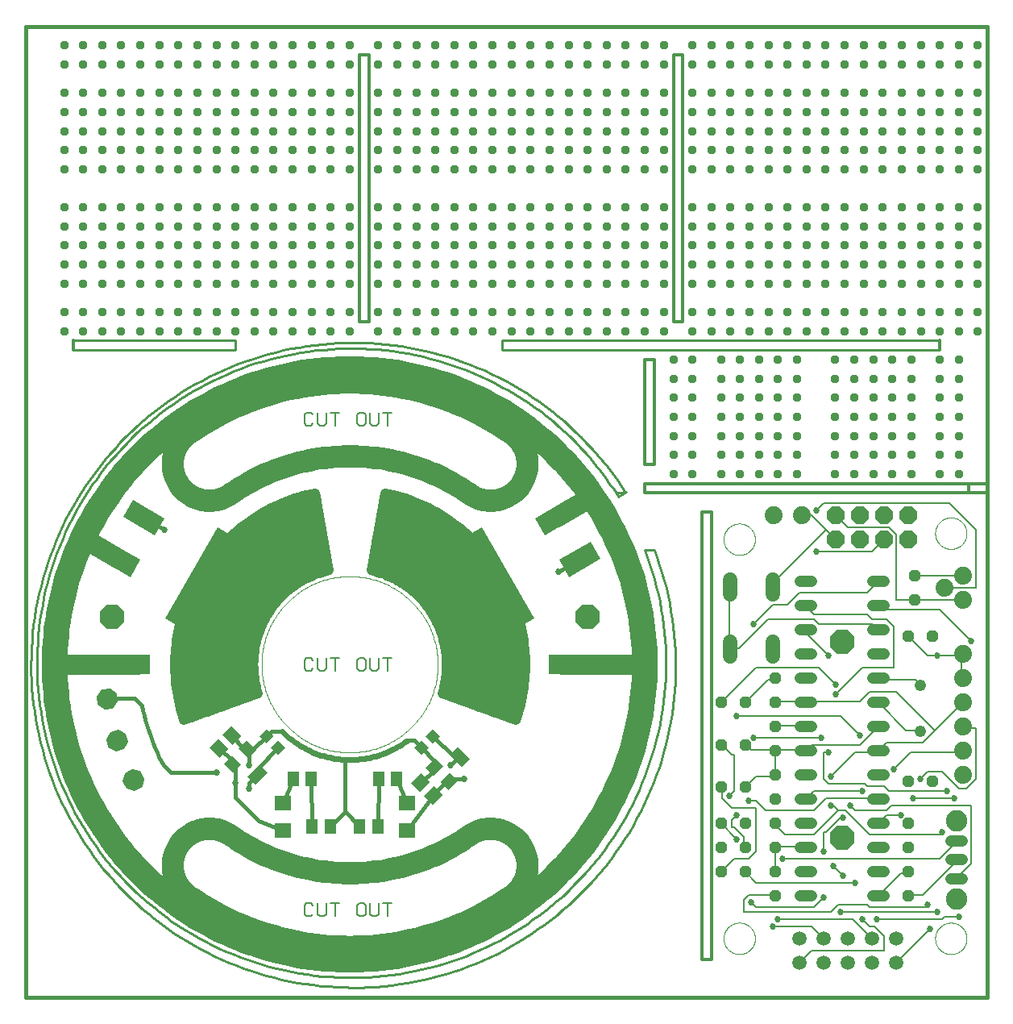
<source format=gtl>
G75*
%MOIN*%
%OFA0B0*%
%FSLAX25Y25*%
%IPPOS*%
%LPD*%
%AMOC8*
5,1,8,0,0,1.08239X$1,22.5*
%
%ADD10C,0.00000*%
%ADD11C,0.00500*%
%ADD12C,0.00000*%
%ADD13C,0.01600*%
%ADD14C,0.01200*%
%ADD15C,0.01000*%
%ADD16R,0.43307X0.33465*%
%ADD17R,0.15000X0.08189*%
%ADD18R,0.04134X0.04252*%
%ADD19R,0.05118X0.05906*%
%ADD20R,0.05906X0.08268*%
%ADD21C,0.01700*%
%ADD22R,0.07087X0.04724*%
%ADD23R,0.04724X0.05512*%
%ADD24R,0.07098X0.06299*%
%ADD25OC8,0.10050*%
%ADD26OC8,0.04800*%
%ADD27C,0.04800*%
%ADD28C,0.07400*%
%ADD29OC8,0.07400*%
%ADD30C,0.05906*%
%ADD31C,0.04800*%
%ADD32OC8,0.10000*%
%ADD33C,0.04724*%
%ADD34C,0.08858*%
%ADD35C,0.06000*%
%ADD36C,0.02700*%
%ADD37C,0.08189*%
%ADD38C,0.08268*%
%ADD39C,0.08858*%
%ADD40C,0.10630*%
%ADD41C,0.03642*%
%ADD42C,0.00800*%
%ADD43C,0.02400*%
%ADD44C,0.03762*%
D10*
X0099241Y0163309D02*
X0099252Y0164203D01*
X0099285Y0165096D01*
X0099340Y0165988D01*
X0099416Y0166878D01*
X0099515Y0167767D01*
X0099635Y0168652D01*
X0099777Y0169535D01*
X0099941Y0170414D01*
X0100126Y0171288D01*
X0100332Y0172158D01*
X0100560Y0173022D01*
X0100809Y0173880D01*
X0101079Y0174732D01*
X0101370Y0175578D01*
X0101681Y0176415D01*
X0102013Y0177245D01*
X0102365Y0178067D01*
X0102737Y0178879D01*
X0103129Y0179682D01*
X0103541Y0180476D01*
X0103972Y0181259D01*
X0104422Y0182031D01*
X0104891Y0182792D01*
X0105378Y0183541D01*
X0105884Y0184278D01*
X0106408Y0185003D01*
X0106949Y0185714D01*
X0107507Y0186412D01*
X0108083Y0187096D01*
X0108675Y0187765D01*
X0109283Y0188420D01*
X0109907Y0189060D01*
X0110547Y0189684D01*
X0111202Y0190292D01*
X0111871Y0190884D01*
X0112555Y0191460D01*
X0113253Y0192018D01*
X0113964Y0192559D01*
X0114689Y0193083D01*
X0115426Y0193589D01*
X0116175Y0194076D01*
X0116936Y0194545D01*
X0117708Y0194995D01*
X0118491Y0195426D01*
X0119285Y0195838D01*
X0120088Y0196230D01*
X0120900Y0196602D01*
X0121722Y0196954D01*
X0122552Y0197286D01*
X0123389Y0197597D01*
X0124235Y0197888D01*
X0125087Y0198158D01*
X0125945Y0198407D01*
X0126809Y0198635D01*
X0127679Y0198841D01*
X0128553Y0199026D01*
X0129432Y0199190D01*
X0130315Y0199332D01*
X0131200Y0199452D01*
X0132089Y0199551D01*
X0132979Y0199627D01*
X0133871Y0199682D01*
X0134764Y0199715D01*
X0135658Y0199726D01*
X0136552Y0199715D01*
X0137445Y0199682D01*
X0138337Y0199627D01*
X0139227Y0199551D01*
X0140116Y0199452D01*
X0141001Y0199332D01*
X0141884Y0199190D01*
X0142763Y0199026D01*
X0143637Y0198841D01*
X0144507Y0198635D01*
X0145371Y0198407D01*
X0146229Y0198158D01*
X0147081Y0197888D01*
X0147927Y0197597D01*
X0148764Y0197286D01*
X0149594Y0196954D01*
X0150416Y0196602D01*
X0151228Y0196230D01*
X0152031Y0195838D01*
X0152825Y0195426D01*
X0153608Y0194995D01*
X0154380Y0194545D01*
X0155141Y0194076D01*
X0155890Y0193589D01*
X0156627Y0193083D01*
X0157352Y0192559D01*
X0158063Y0192018D01*
X0158761Y0191460D01*
X0159445Y0190884D01*
X0160114Y0190292D01*
X0160769Y0189684D01*
X0161409Y0189060D01*
X0162033Y0188420D01*
X0162641Y0187765D01*
X0163233Y0187096D01*
X0163809Y0186412D01*
X0164367Y0185714D01*
X0164908Y0185003D01*
X0165432Y0184278D01*
X0165938Y0183541D01*
X0166425Y0182792D01*
X0166894Y0182031D01*
X0167344Y0181259D01*
X0167775Y0180476D01*
X0168187Y0179682D01*
X0168579Y0178879D01*
X0168951Y0178067D01*
X0169303Y0177245D01*
X0169635Y0176415D01*
X0169946Y0175578D01*
X0170237Y0174732D01*
X0170507Y0173880D01*
X0170756Y0173022D01*
X0170984Y0172158D01*
X0171190Y0171288D01*
X0171375Y0170414D01*
X0171539Y0169535D01*
X0171681Y0168652D01*
X0171801Y0167767D01*
X0171900Y0166878D01*
X0171976Y0165988D01*
X0172031Y0165096D01*
X0172064Y0164203D01*
X0172075Y0163309D01*
X0172064Y0162415D01*
X0172031Y0161522D01*
X0171976Y0160630D01*
X0171900Y0159740D01*
X0171801Y0158851D01*
X0171681Y0157966D01*
X0171539Y0157083D01*
X0171375Y0156204D01*
X0171190Y0155330D01*
X0170984Y0154460D01*
X0170756Y0153596D01*
X0170507Y0152738D01*
X0170237Y0151886D01*
X0169946Y0151040D01*
X0169635Y0150203D01*
X0169303Y0149373D01*
X0168951Y0148551D01*
X0168579Y0147739D01*
X0168187Y0146936D01*
X0167775Y0146142D01*
X0167344Y0145359D01*
X0166894Y0144587D01*
X0166425Y0143826D01*
X0165938Y0143077D01*
X0165432Y0142340D01*
X0164908Y0141615D01*
X0164367Y0140904D01*
X0163809Y0140206D01*
X0163233Y0139522D01*
X0162641Y0138853D01*
X0162033Y0138198D01*
X0161409Y0137558D01*
X0160769Y0136934D01*
X0160114Y0136326D01*
X0159445Y0135734D01*
X0158761Y0135158D01*
X0158063Y0134600D01*
X0157352Y0134059D01*
X0156627Y0133535D01*
X0155890Y0133029D01*
X0155141Y0132542D01*
X0154380Y0132073D01*
X0153608Y0131623D01*
X0152825Y0131192D01*
X0152031Y0130780D01*
X0151228Y0130388D01*
X0150416Y0130016D01*
X0149594Y0129664D01*
X0148764Y0129332D01*
X0147927Y0129021D01*
X0147081Y0128730D01*
X0146229Y0128460D01*
X0145371Y0128211D01*
X0144507Y0127983D01*
X0143637Y0127777D01*
X0142763Y0127592D01*
X0141884Y0127428D01*
X0141001Y0127286D01*
X0140116Y0127166D01*
X0139227Y0127067D01*
X0138337Y0126991D01*
X0137445Y0126936D01*
X0136552Y0126903D01*
X0135658Y0126892D01*
X0134764Y0126903D01*
X0133871Y0126936D01*
X0132979Y0126991D01*
X0132089Y0127067D01*
X0131200Y0127166D01*
X0130315Y0127286D01*
X0129432Y0127428D01*
X0128553Y0127592D01*
X0127679Y0127777D01*
X0126809Y0127983D01*
X0125945Y0128211D01*
X0125087Y0128460D01*
X0124235Y0128730D01*
X0123389Y0129021D01*
X0122552Y0129332D01*
X0121722Y0129664D01*
X0120900Y0130016D01*
X0120088Y0130388D01*
X0119285Y0130780D01*
X0118491Y0131192D01*
X0117708Y0131623D01*
X0116936Y0132073D01*
X0116175Y0132542D01*
X0115426Y0133029D01*
X0114689Y0133535D01*
X0113964Y0134059D01*
X0113253Y0134600D01*
X0112555Y0135158D01*
X0111871Y0135734D01*
X0111202Y0136326D01*
X0110547Y0136934D01*
X0109907Y0137558D01*
X0109283Y0138198D01*
X0108675Y0138853D01*
X0108083Y0139522D01*
X0107507Y0140206D01*
X0106949Y0140904D01*
X0106408Y0141615D01*
X0105884Y0142340D01*
X0105378Y0143077D01*
X0104891Y0143826D01*
X0104422Y0144587D01*
X0103972Y0145359D01*
X0103541Y0146142D01*
X0103129Y0146936D01*
X0102737Y0147739D01*
X0102365Y0148551D01*
X0102013Y0149373D01*
X0101681Y0150203D01*
X0101370Y0151040D01*
X0101079Y0151886D01*
X0100809Y0152738D01*
X0100560Y0153596D01*
X0100332Y0154460D01*
X0100126Y0155330D01*
X0099941Y0156204D01*
X0099777Y0157083D01*
X0099635Y0157966D01*
X0099515Y0158851D01*
X0099416Y0159740D01*
X0099340Y0160630D01*
X0099285Y0161522D01*
X0099252Y0162415D01*
X0099241Y0163309D01*
D11*
X0116876Y0161508D02*
X0117778Y0160607D01*
X0119581Y0160607D01*
X0120483Y0161508D01*
X0122314Y0161508D02*
X0123216Y0160607D01*
X0125019Y0160607D01*
X0125921Y0161508D01*
X0125921Y0166017D01*
X0127752Y0166017D02*
X0131358Y0166017D01*
X0129555Y0166017D02*
X0129555Y0160607D01*
X0122314Y0161508D02*
X0122314Y0166017D01*
X0120483Y0165115D02*
X0119581Y0166017D01*
X0117778Y0166017D01*
X0116876Y0165115D01*
X0116876Y0161508D01*
X0138627Y0161508D02*
X0139529Y0160607D01*
X0141332Y0160607D01*
X0142234Y0161508D01*
X0142234Y0165115D01*
X0141332Y0166017D01*
X0139529Y0166017D01*
X0138627Y0165115D01*
X0138627Y0161508D01*
X0144065Y0161508D02*
X0144966Y0160607D01*
X0146770Y0160607D01*
X0147672Y0161508D01*
X0147672Y0166017D01*
X0149503Y0166017D02*
X0153109Y0166017D01*
X0151306Y0166017D02*
X0151306Y0160607D01*
X0144065Y0161508D02*
X0144065Y0166017D01*
X0144966Y0261985D02*
X0146770Y0261985D01*
X0147672Y0262886D01*
X0147672Y0267395D01*
X0149503Y0267395D02*
X0153109Y0267395D01*
X0151306Y0267395D02*
X0151306Y0261985D01*
X0144966Y0261985D02*
X0144065Y0262886D01*
X0144065Y0267395D01*
X0142234Y0266493D02*
X0142234Y0262886D01*
X0141332Y0261985D01*
X0139529Y0261985D01*
X0138627Y0262886D01*
X0138627Y0266493D01*
X0139529Y0267395D01*
X0141332Y0267395D01*
X0142234Y0266493D01*
X0131358Y0267395D02*
X0127752Y0267395D01*
X0129555Y0267395D02*
X0129555Y0261985D01*
X0125921Y0262886D02*
X0125921Y0267395D01*
X0122314Y0267395D02*
X0122314Y0262886D01*
X0123216Y0261985D01*
X0125019Y0261985D01*
X0125921Y0262886D01*
X0120483Y0262886D02*
X0119581Y0261985D01*
X0117778Y0261985D01*
X0116876Y0262886D01*
X0116876Y0266493D01*
X0117778Y0267395D01*
X0119581Y0267395D01*
X0120483Y0266493D01*
X0119581Y0064639D02*
X0117778Y0064639D01*
X0116876Y0063737D01*
X0116876Y0060130D01*
X0117778Y0059229D01*
X0119581Y0059229D01*
X0120483Y0060130D01*
X0122314Y0060130D02*
X0123216Y0059229D01*
X0125019Y0059229D01*
X0125921Y0060130D01*
X0125921Y0064639D01*
X0127752Y0064639D02*
X0131358Y0064639D01*
X0129555Y0064639D02*
X0129555Y0059229D01*
X0122314Y0060130D02*
X0122314Y0064639D01*
X0120483Y0063737D02*
X0119581Y0064639D01*
X0138627Y0063737D02*
X0138627Y0060130D01*
X0139529Y0059229D01*
X0141332Y0059229D01*
X0142234Y0060130D01*
X0142234Y0063737D01*
X0141332Y0064639D01*
X0139529Y0064639D01*
X0138627Y0063737D01*
X0144065Y0064639D02*
X0144065Y0060130D01*
X0144966Y0059229D01*
X0146770Y0059229D01*
X0147672Y0060130D01*
X0147672Y0064639D01*
X0149503Y0064639D02*
X0153109Y0064639D01*
X0151306Y0064639D02*
X0151306Y0059229D01*
D12*
X0187596Y0089134D02*
X0187812Y0089281D01*
X0188032Y0089424D01*
X0188255Y0089560D01*
X0188481Y0089692D01*
X0188710Y0089818D01*
X0188943Y0089938D01*
X0189178Y0090053D01*
X0189416Y0090162D01*
X0189656Y0090265D01*
X0189899Y0090362D01*
X0190144Y0090454D01*
X0190391Y0090539D01*
X0190640Y0090619D01*
X0190892Y0090692D01*
X0191144Y0090760D01*
X0191399Y0090821D01*
X0191655Y0090876D01*
X0191912Y0090925D01*
X0192170Y0090968D01*
X0192429Y0091004D01*
X0192689Y0091034D01*
X0192949Y0091058D01*
X0193210Y0091076D01*
X0193472Y0091087D01*
X0193733Y0091092D01*
X0193995Y0091090D01*
X0194256Y0091083D01*
X0194518Y0091069D01*
X0194779Y0091048D01*
X0195039Y0091022D01*
X0195298Y0090989D01*
X0195557Y0090949D01*
X0195815Y0090904D01*
X0196071Y0090852D01*
X0196326Y0090795D01*
X0196580Y0090731D01*
X0196832Y0090660D01*
X0197083Y0090584D01*
X0197331Y0090502D01*
X0197577Y0090414D01*
X0197821Y0090320D01*
X0198063Y0090220D01*
X0198303Y0090114D01*
X0198539Y0090003D01*
X0198773Y0089885D01*
X0199004Y0089763D01*
X0199232Y0089634D01*
X0199457Y0089500D01*
X0199678Y0089361D01*
X0199896Y0089217D01*
X0200111Y0089067D01*
X0200322Y0088912D01*
X0200529Y0088752D01*
X0200732Y0088587D01*
X0200931Y0088417D01*
X0201126Y0088243D01*
X0201317Y0088063D01*
X0201503Y0087880D01*
X0201685Y0087691D01*
X0201862Y0087499D01*
X0202034Y0087302D01*
X0202202Y0087101D01*
X0202365Y0086896D01*
X0202522Y0086688D01*
X0202675Y0086475D01*
X0202822Y0086259D01*
X0202965Y0086039D01*
X0203101Y0085816D01*
X0203233Y0085590D01*
X0203359Y0085361D01*
X0203479Y0085128D01*
X0203594Y0084893D01*
X0203703Y0084655D01*
X0203806Y0084415D01*
X0203903Y0084172D01*
X0203995Y0083927D01*
X0204080Y0083680D01*
X0204160Y0083431D01*
X0204233Y0083179D01*
X0204301Y0082927D01*
X0204362Y0082672D01*
X0204417Y0082416D01*
X0204466Y0082159D01*
X0204509Y0081901D01*
X0204545Y0081642D01*
X0204575Y0081382D01*
X0204599Y0081122D01*
X0204617Y0080861D01*
X0204628Y0080599D01*
X0204633Y0080338D01*
X0204631Y0080076D01*
X0204624Y0079815D01*
X0204610Y0079553D01*
X0204589Y0079292D01*
X0204563Y0079032D01*
X0204530Y0078773D01*
X0204490Y0078514D01*
X0204445Y0078256D01*
X0204393Y0078000D01*
X0204336Y0077745D01*
X0204272Y0077491D01*
X0204201Y0077239D01*
X0204125Y0076988D01*
X0204043Y0076740D01*
X0203955Y0076494D01*
X0203861Y0076250D01*
X0203761Y0076008D01*
X0203655Y0075768D01*
X0203544Y0075532D01*
X0203426Y0075298D01*
X0203304Y0075067D01*
X0203175Y0074839D01*
X0203041Y0074614D01*
X0202902Y0074393D01*
X0202758Y0074175D01*
X0202608Y0073960D01*
X0202453Y0073749D01*
X0202293Y0073542D01*
X0202128Y0073339D01*
X0201958Y0073140D01*
X0201784Y0072945D01*
X0201604Y0072754D01*
X0201421Y0072568D01*
X0201232Y0072386D01*
X0201040Y0072209D01*
X0200843Y0072037D01*
X0200642Y0071869D01*
X0200437Y0071706D01*
X0200229Y0071549D01*
X0200016Y0071396D01*
X0188470Y0144088D02*
X0187245Y0149487D01*
X0188254Y0154035D01*
X0188862Y0158655D01*
X0183295Y0159142D01*
X0177728Y0159629D01*
X0177883Y0163309D01*
X0177728Y0159629D02*
X0177247Y0155976D01*
X0176450Y0152379D01*
X0181847Y0150933D02*
X0182750Y0155006D01*
X0183295Y0159142D01*
X0194429Y0158168D02*
X0193757Y0153065D01*
X0194429Y0158168D02*
X0199996Y0157681D01*
X0205562Y0157194D01*
X0204763Y0151124D02*
X0199260Y0152095D01*
X0198041Y0146594D01*
X0203438Y0145148D01*
X0191316Y0147041D02*
X0188470Y0144088D01*
X0206997Y0163309D02*
X0186802Y0192837D01*
X0200016Y0071396D02*
X0197751Y0069851D01*
X0195449Y0068362D01*
X0193112Y0066929D01*
X0190740Y0065554D01*
X0188335Y0064238D01*
X0185899Y0062980D01*
X0183433Y0061783D01*
X0180938Y0060646D01*
X0178416Y0059570D01*
X0175869Y0058557D01*
X0173297Y0057605D01*
X0170704Y0056717D01*
X0168089Y0055893D01*
X0165455Y0055133D01*
X0162803Y0054437D01*
X0160135Y0053806D01*
X0157452Y0053241D01*
X0154756Y0052741D01*
X0152049Y0052308D01*
X0149332Y0051940D01*
X0146607Y0051640D01*
X0143876Y0051405D01*
X0141139Y0051238D01*
X0138399Y0051137D01*
X0135658Y0051104D01*
X0132917Y0051137D01*
X0130177Y0051238D01*
X0127440Y0051405D01*
X0124709Y0051640D01*
X0121984Y0051940D01*
X0119267Y0052308D01*
X0116560Y0052741D01*
X0113864Y0053241D01*
X0111181Y0053806D01*
X0108513Y0054437D01*
X0105861Y0055133D01*
X0103227Y0055893D01*
X0100612Y0056717D01*
X0098019Y0057605D01*
X0095447Y0058557D01*
X0092900Y0059570D01*
X0090378Y0060646D01*
X0087883Y0061783D01*
X0085417Y0062980D01*
X0082981Y0064238D01*
X0080576Y0065554D01*
X0078204Y0066929D01*
X0075867Y0068362D01*
X0073565Y0069851D01*
X0071300Y0071396D01*
X0071087Y0071549D01*
X0070879Y0071706D01*
X0070674Y0071869D01*
X0070473Y0072037D01*
X0070276Y0072209D01*
X0070084Y0072386D01*
X0069895Y0072568D01*
X0069712Y0072754D01*
X0069532Y0072945D01*
X0069358Y0073140D01*
X0069188Y0073339D01*
X0069023Y0073542D01*
X0068863Y0073749D01*
X0068708Y0073960D01*
X0068558Y0074175D01*
X0068414Y0074393D01*
X0068275Y0074614D01*
X0068141Y0074839D01*
X0068012Y0075067D01*
X0067890Y0075298D01*
X0067772Y0075532D01*
X0067661Y0075768D01*
X0067555Y0076008D01*
X0067455Y0076250D01*
X0067361Y0076494D01*
X0067273Y0076740D01*
X0067191Y0076988D01*
X0067115Y0077239D01*
X0067044Y0077491D01*
X0066980Y0077745D01*
X0066923Y0078000D01*
X0066871Y0078256D01*
X0066826Y0078514D01*
X0066786Y0078773D01*
X0066753Y0079032D01*
X0066727Y0079292D01*
X0066706Y0079553D01*
X0066692Y0079815D01*
X0066685Y0080076D01*
X0066683Y0080338D01*
X0066688Y0080599D01*
X0066699Y0080861D01*
X0066717Y0081122D01*
X0066741Y0081382D01*
X0066771Y0081642D01*
X0066807Y0081901D01*
X0066850Y0082159D01*
X0066899Y0082416D01*
X0066954Y0082672D01*
X0067015Y0082927D01*
X0067083Y0083179D01*
X0067156Y0083431D01*
X0067236Y0083680D01*
X0067321Y0083927D01*
X0067413Y0084172D01*
X0067510Y0084415D01*
X0067613Y0084655D01*
X0067722Y0084893D01*
X0067837Y0085128D01*
X0067957Y0085361D01*
X0068083Y0085590D01*
X0068215Y0085816D01*
X0068351Y0086039D01*
X0068494Y0086259D01*
X0068641Y0086475D01*
X0068794Y0086688D01*
X0068951Y0086896D01*
X0069114Y0087101D01*
X0069282Y0087302D01*
X0069454Y0087499D01*
X0069631Y0087691D01*
X0069813Y0087880D01*
X0069999Y0088063D01*
X0070190Y0088243D01*
X0070385Y0088417D01*
X0070584Y0088587D01*
X0070787Y0088752D01*
X0070994Y0088912D01*
X0071205Y0089067D01*
X0071420Y0089217D01*
X0071638Y0089361D01*
X0071859Y0089500D01*
X0072084Y0089634D01*
X0072312Y0089763D01*
X0072543Y0089885D01*
X0072777Y0090003D01*
X0073013Y0090114D01*
X0073253Y0090220D01*
X0073495Y0090320D01*
X0073739Y0090414D01*
X0073985Y0090502D01*
X0074233Y0090584D01*
X0074484Y0090660D01*
X0074736Y0090731D01*
X0074990Y0090795D01*
X0075245Y0090852D01*
X0075501Y0090904D01*
X0075759Y0090949D01*
X0076018Y0090989D01*
X0076277Y0091022D01*
X0076537Y0091048D01*
X0076798Y0091069D01*
X0077060Y0091083D01*
X0077321Y0091090D01*
X0077583Y0091092D01*
X0077844Y0091087D01*
X0078106Y0091076D01*
X0078367Y0091058D01*
X0078627Y0091034D01*
X0078887Y0091004D01*
X0079146Y0090968D01*
X0079404Y0090925D01*
X0079661Y0090876D01*
X0079917Y0090821D01*
X0080172Y0090760D01*
X0080424Y0090692D01*
X0080676Y0090619D01*
X0080925Y0090539D01*
X0081172Y0090454D01*
X0081417Y0090362D01*
X0081660Y0090265D01*
X0081900Y0090162D01*
X0082138Y0090053D01*
X0082373Y0089938D01*
X0082606Y0089818D01*
X0082835Y0089692D01*
X0083061Y0089560D01*
X0083284Y0089424D01*
X0083504Y0089281D01*
X0083720Y0089134D01*
X0082847Y0144088D02*
X0078674Y0148040D01*
X0077560Y0153065D01*
X0076603Y0159372D01*
X0076888Y0158168D02*
X0071321Y0157681D01*
X0065754Y0157194D01*
X0071321Y0157681D02*
X0072056Y0152095D01*
X0066553Y0151124D01*
X0076888Y0158168D02*
X0082455Y0158655D01*
X0088022Y0159142D01*
X0088414Y0155435D01*
X0088566Y0155006D01*
X0094070Y0155976D01*
X0093589Y0159629D01*
X0094070Y0155976D02*
X0094867Y0152379D01*
X0089469Y0150933D02*
X0088566Y0155006D01*
X0088022Y0159142D02*
X0088414Y0159372D01*
X0082455Y0158655D02*
X0083063Y0154035D01*
X0084071Y0149487D01*
X0089469Y0150933D01*
X0084071Y0149487D02*
X0082847Y0144088D01*
X0064320Y0163309D01*
X0084515Y0192837D01*
X0083720Y0237484D02*
X0083504Y0237337D01*
X0083284Y0237194D01*
X0083061Y0237058D01*
X0082835Y0236926D01*
X0082606Y0236800D01*
X0082373Y0236680D01*
X0082138Y0236565D01*
X0081900Y0236456D01*
X0081660Y0236353D01*
X0081417Y0236256D01*
X0081172Y0236164D01*
X0080925Y0236079D01*
X0080676Y0235999D01*
X0080424Y0235926D01*
X0080172Y0235858D01*
X0079917Y0235797D01*
X0079661Y0235742D01*
X0079404Y0235693D01*
X0079146Y0235650D01*
X0078887Y0235614D01*
X0078627Y0235584D01*
X0078367Y0235560D01*
X0078106Y0235542D01*
X0077844Y0235531D01*
X0077583Y0235526D01*
X0077321Y0235528D01*
X0077060Y0235535D01*
X0076798Y0235549D01*
X0076537Y0235570D01*
X0076277Y0235596D01*
X0076018Y0235629D01*
X0075759Y0235669D01*
X0075501Y0235714D01*
X0075245Y0235766D01*
X0074990Y0235823D01*
X0074736Y0235887D01*
X0074484Y0235958D01*
X0074233Y0236034D01*
X0073985Y0236116D01*
X0073739Y0236204D01*
X0073495Y0236298D01*
X0073253Y0236398D01*
X0073013Y0236504D01*
X0072777Y0236615D01*
X0072543Y0236733D01*
X0072312Y0236855D01*
X0072084Y0236984D01*
X0071859Y0237118D01*
X0071638Y0237257D01*
X0071420Y0237401D01*
X0071205Y0237551D01*
X0070994Y0237706D01*
X0070787Y0237866D01*
X0070584Y0238031D01*
X0070385Y0238201D01*
X0070190Y0238375D01*
X0069999Y0238555D01*
X0069813Y0238738D01*
X0069631Y0238927D01*
X0069454Y0239119D01*
X0069282Y0239316D01*
X0069114Y0239517D01*
X0068951Y0239722D01*
X0068794Y0239930D01*
X0068641Y0240143D01*
X0068494Y0240359D01*
X0068351Y0240579D01*
X0068215Y0240802D01*
X0068083Y0241028D01*
X0067957Y0241257D01*
X0067837Y0241490D01*
X0067722Y0241725D01*
X0067613Y0241963D01*
X0067510Y0242203D01*
X0067413Y0242446D01*
X0067321Y0242691D01*
X0067236Y0242938D01*
X0067156Y0243187D01*
X0067083Y0243439D01*
X0067015Y0243691D01*
X0066954Y0243946D01*
X0066899Y0244202D01*
X0066850Y0244459D01*
X0066807Y0244717D01*
X0066771Y0244976D01*
X0066741Y0245236D01*
X0066717Y0245496D01*
X0066699Y0245757D01*
X0066688Y0246019D01*
X0066683Y0246280D01*
X0066685Y0246542D01*
X0066692Y0246803D01*
X0066706Y0247065D01*
X0066727Y0247326D01*
X0066753Y0247586D01*
X0066786Y0247845D01*
X0066826Y0248104D01*
X0066871Y0248362D01*
X0066923Y0248618D01*
X0066980Y0248873D01*
X0067044Y0249127D01*
X0067115Y0249379D01*
X0067191Y0249630D01*
X0067273Y0249878D01*
X0067361Y0250124D01*
X0067455Y0250368D01*
X0067555Y0250610D01*
X0067661Y0250850D01*
X0067772Y0251086D01*
X0067890Y0251320D01*
X0068012Y0251551D01*
X0068141Y0251779D01*
X0068275Y0252004D01*
X0068414Y0252225D01*
X0068558Y0252443D01*
X0068708Y0252658D01*
X0068863Y0252869D01*
X0069023Y0253076D01*
X0069188Y0253279D01*
X0069358Y0253478D01*
X0069532Y0253673D01*
X0069712Y0253864D01*
X0069895Y0254050D01*
X0070084Y0254232D01*
X0070276Y0254409D01*
X0070473Y0254581D01*
X0070674Y0254749D01*
X0070879Y0254912D01*
X0071087Y0255069D01*
X0071300Y0255222D01*
X0083720Y0089134D02*
X0085548Y0087887D01*
X0087406Y0086685D01*
X0089292Y0085529D01*
X0091206Y0084420D01*
X0093147Y0083357D01*
X0095113Y0082342D01*
X0097103Y0081376D01*
X0099117Y0080458D01*
X0101152Y0079590D01*
X0103207Y0078772D01*
X0105283Y0078005D01*
X0107376Y0077288D01*
X0109486Y0076623D01*
X0111612Y0076009D01*
X0113752Y0075448D01*
X0115905Y0074939D01*
X0118070Y0074483D01*
X0120245Y0074079D01*
X0122430Y0073729D01*
X0124623Y0073433D01*
X0126822Y0073190D01*
X0129026Y0073001D01*
X0131235Y0072866D01*
X0133446Y0072785D01*
X0135658Y0072758D01*
X0137870Y0072785D01*
X0140081Y0072866D01*
X0142290Y0073001D01*
X0144494Y0073190D01*
X0146693Y0073433D01*
X0148886Y0073729D01*
X0151071Y0074079D01*
X0153246Y0074483D01*
X0155411Y0074939D01*
X0157564Y0075448D01*
X0159704Y0076009D01*
X0161830Y0076623D01*
X0163940Y0077288D01*
X0166033Y0078005D01*
X0168109Y0078772D01*
X0170164Y0079590D01*
X0172199Y0080458D01*
X0174213Y0081376D01*
X0176203Y0082342D01*
X0178169Y0083357D01*
X0180110Y0084420D01*
X0182024Y0085529D01*
X0183910Y0086685D01*
X0185768Y0087887D01*
X0187596Y0089134D01*
X0200016Y0255222D02*
X0197751Y0256767D01*
X0195449Y0258256D01*
X0193112Y0259689D01*
X0190740Y0261064D01*
X0188335Y0262380D01*
X0185899Y0263638D01*
X0183433Y0264835D01*
X0180938Y0265972D01*
X0178416Y0267048D01*
X0175869Y0268061D01*
X0173297Y0269013D01*
X0170704Y0269901D01*
X0168089Y0270725D01*
X0165455Y0271485D01*
X0162803Y0272181D01*
X0160135Y0272812D01*
X0157452Y0273377D01*
X0154756Y0273877D01*
X0152049Y0274310D01*
X0149332Y0274678D01*
X0146607Y0274978D01*
X0143876Y0275213D01*
X0141139Y0275380D01*
X0138399Y0275481D01*
X0135658Y0275514D01*
X0132917Y0275481D01*
X0130177Y0275380D01*
X0127440Y0275213D01*
X0124709Y0274978D01*
X0121984Y0274678D01*
X0119267Y0274310D01*
X0116560Y0273877D01*
X0113864Y0273377D01*
X0111181Y0272812D01*
X0108513Y0272181D01*
X0105861Y0271485D01*
X0103227Y0270725D01*
X0100612Y0269901D01*
X0098019Y0269013D01*
X0095447Y0268061D01*
X0092900Y0267048D01*
X0090378Y0265972D01*
X0087883Y0264835D01*
X0085417Y0263638D01*
X0082981Y0262380D01*
X0080576Y0261064D01*
X0078204Y0259689D01*
X0075867Y0258256D01*
X0073565Y0256767D01*
X0071300Y0255222D01*
X0083720Y0237484D02*
X0085548Y0238731D01*
X0087406Y0239933D01*
X0089292Y0241089D01*
X0091206Y0242198D01*
X0093147Y0243261D01*
X0095113Y0244276D01*
X0097103Y0245242D01*
X0099117Y0246160D01*
X0101152Y0247028D01*
X0103207Y0247846D01*
X0105283Y0248613D01*
X0107376Y0249330D01*
X0109486Y0249995D01*
X0111612Y0250609D01*
X0113752Y0251170D01*
X0115905Y0251679D01*
X0118070Y0252135D01*
X0120245Y0252539D01*
X0122430Y0252889D01*
X0124623Y0253185D01*
X0126822Y0253428D01*
X0129026Y0253617D01*
X0131235Y0253752D01*
X0133446Y0253833D01*
X0135658Y0253860D01*
X0137870Y0253833D01*
X0140081Y0253752D01*
X0142290Y0253617D01*
X0144494Y0253428D01*
X0146693Y0253185D01*
X0148886Y0252889D01*
X0151071Y0252539D01*
X0153246Y0252135D01*
X0155411Y0251679D01*
X0157564Y0251170D01*
X0159704Y0250609D01*
X0161830Y0249995D01*
X0163940Y0249330D01*
X0166033Y0248613D01*
X0168109Y0247846D01*
X0170164Y0247028D01*
X0172199Y0246160D01*
X0174213Y0245242D01*
X0176203Y0244276D01*
X0178169Y0243261D01*
X0180110Y0242198D01*
X0182024Y0241089D01*
X0183910Y0239933D01*
X0185768Y0238731D01*
X0187596Y0237484D01*
X0187812Y0237337D01*
X0188032Y0237194D01*
X0188255Y0237058D01*
X0188481Y0236926D01*
X0188710Y0236800D01*
X0188943Y0236680D01*
X0189178Y0236565D01*
X0189416Y0236456D01*
X0189656Y0236353D01*
X0189899Y0236256D01*
X0190144Y0236164D01*
X0190391Y0236079D01*
X0190640Y0235999D01*
X0190892Y0235926D01*
X0191144Y0235858D01*
X0191399Y0235797D01*
X0191655Y0235742D01*
X0191912Y0235693D01*
X0192170Y0235650D01*
X0192429Y0235614D01*
X0192689Y0235584D01*
X0192949Y0235560D01*
X0193210Y0235542D01*
X0193472Y0235531D01*
X0193733Y0235526D01*
X0193995Y0235528D01*
X0194256Y0235535D01*
X0194518Y0235549D01*
X0194779Y0235570D01*
X0195039Y0235596D01*
X0195298Y0235629D01*
X0195557Y0235669D01*
X0195815Y0235714D01*
X0196071Y0235766D01*
X0196326Y0235823D01*
X0196580Y0235887D01*
X0196832Y0235958D01*
X0197083Y0236034D01*
X0197331Y0236116D01*
X0197577Y0236204D01*
X0197821Y0236298D01*
X0198063Y0236398D01*
X0198303Y0236504D01*
X0198539Y0236615D01*
X0198773Y0236733D01*
X0199004Y0236855D01*
X0199232Y0236984D01*
X0199457Y0237118D01*
X0199678Y0237257D01*
X0199896Y0237401D01*
X0200111Y0237551D01*
X0200322Y0237706D01*
X0200529Y0237866D01*
X0200732Y0238031D01*
X0200931Y0238201D01*
X0201126Y0238375D01*
X0201317Y0238555D01*
X0201503Y0238738D01*
X0201685Y0238927D01*
X0201862Y0239119D01*
X0202034Y0239316D01*
X0202202Y0239517D01*
X0202365Y0239722D01*
X0202522Y0239930D01*
X0202675Y0240143D01*
X0202822Y0240359D01*
X0202965Y0240579D01*
X0203101Y0240802D01*
X0203233Y0241028D01*
X0203359Y0241257D01*
X0203479Y0241490D01*
X0203594Y0241725D01*
X0203703Y0241963D01*
X0203806Y0242203D01*
X0203903Y0242446D01*
X0203995Y0242691D01*
X0204080Y0242938D01*
X0204160Y0243187D01*
X0204233Y0243439D01*
X0204301Y0243691D01*
X0204362Y0243946D01*
X0204417Y0244202D01*
X0204466Y0244459D01*
X0204509Y0244717D01*
X0204545Y0244976D01*
X0204575Y0245236D01*
X0204599Y0245496D01*
X0204617Y0245757D01*
X0204628Y0246019D01*
X0204633Y0246280D01*
X0204631Y0246542D01*
X0204624Y0246803D01*
X0204610Y0247065D01*
X0204589Y0247326D01*
X0204563Y0247586D01*
X0204530Y0247845D01*
X0204490Y0248104D01*
X0204445Y0248362D01*
X0204393Y0248618D01*
X0204336Y0248873D01*
X0204272Y0249127D01*
X0204201Y0249379D01*
X0204125Y0249630D01*
X0204043Y0249878D01*
X0203955Y0250124D01*
X0203861Y0250368D01*
X0203761Y0250610D01*
X0203655Y0250850D01*
X0203544Y0251086D01*
X0203426Y0251320D01*
X0203304Y0251551D01*
X0203175Y0251779D01*
X0203041Y0252004D01*
X0202902Y0252225D01*
X0202758Y0252443D01*
X0202608Y0252658D01*
X0202453Y0252869D01*
X0202293Y0253076D01*
X0202128Y0253279D01*
X0201958Y0253478D01*
X0201784Y0253673D01*
X0201604Y0253864D01*
X0201421Y0254050D01*
X0201232Y0254232D01*
X0201040Y0254409D01*
X0200843Y0254581D01*
X0200642Y0254749D01*
X0200437Y0254912D01*
X0200229Y0255069D01*
X0200016Y0255222D01*
X0290320Y0215002D02*
X0290322Y0215163D01*
X0290328Y0215323D01*
X0290338Y0215484D01*
X0290352Y0215644D01*
X0290370Y0215804D01*
X0290391Y0215963D01*
X0290417Y0216122D01*
X0290447Y0216280D01*
X0290480Y0216437D01*
X0290518Y0216594D01*
X0290559Y0216749D01*
X0290604Y0216903D01*
X0290653Y0217056D01*
X0290706Y0217208D01*
X0290762Y0217359D01*
X0290823Y0217508D01*
X0290886Y0217656D01*
X0290954Y0217802D01*
X0291025Y0217946D01*
X0291099Y0218088D01*
X0291177Y0218229D01*
X0291259Y0218367D01*
X0291344Y0218504D01*
X0291432Y0218638D01*
X0291524Y0218770D01*
X0291619Y0218900D01*
X0291717Y0219028D01*
X0291818Y0219153D01*
X0291922Y0219275D01*
X0292029Y0219395D01*
X0292139Y0219512D01*
X0292252Y0219627D01*
X0292368Y0219738D01*
X0292487Y0219847D01*
X0292608Y0219952D01*
X0292732Y0220055D01*
X0292858Y0220155D01*
X0292986Y0220251D01*
X0293117Y0220344D01*
X0293251Y0220434D01*
X0293386Y0220521D01*
X0293524Y0220604D01*
X0293663Y0220684D01*
X0293805Y0220760D01*
X0293948Y0220833D01*
X0294093Y0220902D01*
X0294240Y0220968D01*
X0294388Y0221030D01*
X0294538Y0221088D01*
X0294689Y0221143D01*
X0294842Y0221194D01*
X0294996Y0221241D01*
X0295151Y0221284D01*
X0295307Y0221323D01*
X0295463Y0221359D01*
X0295621Y0221390D01*
X0295779Y0221418D01*
X0295938Y0221442D01*
X0296098Y0221462D01*
X0296258Y0221478D01*
X0296418Y0221490D01*
X0296579Y0221498D01*
X0296740Y0221502D01*
X0296900Y0221502D01*
X0297061Y0221498D01*
X0297222Y0221490D01*
X0297382Y0221478D01*
X0297542Y0221462D01*
X0297702Y0221442D01*
X0297861Y0221418D01*
X0298019Y0221390D01*
X0298177Y0221359D01*
X0298333Y0221323D01*
X0298489Y0221284D01*
X0298644Y0221241D01*
X0298798Y0221194D01*
X0298951Y0221143D01*
X0299102Y0221088D01*
X0299252Y0221030D01*
X0299400Y0220968D01*
X0299547Y0220902D01*
X0299692Y0220833D01*
X0299835Y0220760D01*
X0299977Y0220684D01*
X0300116Y0220604D01*
X0300254Y0220521D01*
X0300389Y0220434D01*
X0300523Y0220344D01*
X0300654Y0220251D01*
X0300782Y0220155D01*
X0300908Y0220055D01*
X0301032Y0219952D01*
X0301153Y0219847D01*
X0301272Y0219738D01*
X0301388Y0219627D01*
X0301501Y0219512D01*
X0301611Y0219395D01*
X0301718Y0219275D01*
X0301822Y0219153D01*
X0301923Y0219028D01*
X0302021Y0218900D01*
X0302116Y0218770D01*
X0302208Y0218638D01*
X0302296Y0218504D01*
X0302381Y0218367D01*
X0302463Y0218229D01*
X0302541Y0218088D01*
X0302615Y0217946D01*
X0302686Y0217802D01*
X0302754Y0217656D01*
X0302817Y0217508D01*
X0302878Y0217359D01*
X0302934Y0217208D01*
X0302987Y0217056D01*
X0303036Y0216903D01*
X0303081Y0216749D01*
X0303122Y0216594D01*
X0303160Y0216437D01*
X0303193Y0216280D01*
X0303223Y0216122D01*
X0303249Y0215963D01*
X0303270Y0215804D01*
X0303288Y0215644D01*
X0303302Y0215484D01*
X0303312Y0215323D01*
X0303318Y0215163D01*
X0303320Y0215002D01*
X0303318Y0214841D01*
X0303312Y0214681D01*
X0303302Y0214520D01*
X0303288Y0214360D01*
X0303270Y0214200D01*
X0303249Y0214041D01*
X0303223Y0213882D01*
X0303193Y0213724D01*
X0303160Y0213567D01*
X0303122Y0213410D01*
X0303081Y0213255D01*
X0303036Y0213101D01*
X0302987Y0212948D01*
X0302934Y0212796D01*
X0302878Y0212645D01*
X0302817Y0212496D01*
X0302754Y0212348D01*
X0302686Y0212202D01*
X0302615Y0212058D01*
X0302541Y0211916D01*
X0302463Y0211775D01*
X0302381Y0211637D01*
X0302296Y0211500D01*
X0302208Y0211366D01*
X0302116Y0211234D01*
X0302021Y0211104D01*
X0301923Y0210976D01*
X0301822Y0210851D01*
X0301718Y0210729D01*
X0301611Y0210609D01*
X0301501Y0210492D01*
X0301388Y0210377D01*
X0301272Y0210266D01*
X0301153Y0210157D01*
X0301032Y0210052D01*
X0300908Y0209949D01*
X0300782Y0209849D01*
X0300654Y0209753D01*
X0300523Y0209660D01*
X0300389Y0209570D01*
X0300254Y0209483D01*
X0300116Y0209400D01*
X0299977Y0209320D01*
X0299835Y0209244D01*
X0299692Y0209171D01*
X0299547Y0209102D01*
X0299400Y0209036D01*
X0299252Y0208974D01*
X0299102Y0208916D01*
X0298951Y0208861D01*
X0298798Y0208810D01*
X0298644Y0208763D01*
X0298489Y0208720D01*
X0298333Y0208681D01*
X0298177Y0208645D01*
X0298019Y0208614D01*
X0297861Y0208586D01*
X0297702Y0208562D01*
X0297542Y0208542D01*
X0297382Y0208526D01*
X0297222Y0208514D01*
X0297061Y0208506D01*
X0296900Y0208502D01*
X0296740Y0208502D01*
X0296579Y0208506D01*
X0296418Y0208514D01*
X0296258Y0208526D01*
X0296098Y0208542D01*
X0295938Y0208562D01*
X0295779Y0208586D01*
X0295621Y0208614D01*
X0295463Y0208645D01*
X0295307Y0208681D01*
X0295151Y0208720D01*
X0294996Y0208763D01*
X0294842Y0208810D01*
X0294689Y0208861D01*
X0294538Y0208916D01*
X0294388Y0208974D01*
X0294240Y0209036D01*
X0294093Y0209102D01*
X0293948Y0209171D01*
X0293805Y0209244D01*
X0293663Y0209320D01*
X0293524Y0209400D01*
X0293386Y0209483D01*
X0293251Y0209570D01*
X0293117Y0209660D01*
X0292986Y0209753D01*
X0292858Y0209849D01*
X0292732Y0209949D01*
X0292608Y0210052D01*
X0292487Y0210157D01*
X0292368Y0210266D01*
X0292252Y0210377D01*
X0292139Y0210492D01*
X0292029Y0210609D01*
X0291922Y0210729D01*
X0291818Y0210851D01*
X0291717Y0210976D01*
X0291619Y0211104D01*
X0291524Y0211234D01*
X0291432Y0211366D01*
X0291344Y0211500D01*
X0291259Y0211637D01*
X0291177Y0211775D01*
X0291099Y0211916D01*
X0291025Y0212058D01*
X0290954Y0212202D01*
X0290886Y0212348D01*
X0290823Y0212496D01*
X0290762Y0212645D01*
X0290706Y0212796D01*
X0290653Y0212948D01*
X0290604Y0213101D01*
X0290559Y0213255D01*
X0290518Y0213410D01*
X0290480Y0213567D01*
X0290447Y0213724D01*
X0290417Y0213882D01*
X0290391Y0214041D01*
X0290370Y0214200D01*
X0290352Y0214360D01*
X0290338Y0214520D01*
X0290328Y0214681D01*
X0290322Y0214841D01*
X0290320Y0215002D01*
X0377820Y0217502D02*
X0377822Y0217663D01*
X0377828Y0217823D01*
X0377838Y0217984D01*
X0377852Y0218144D01*
X0377870Y0218304D01*
X0377891Y0218463D01*
X0377917Y0218622D01*
X0377947Y0218780D01*
X0377980Y0218937D01*
X0378018Y0219094D01*
X0378059Y0219249D01*
X0378104Y0219403D01*
X0378153Y0219556D01*
X0378206Y0219708D01*
X0378262Y0219859D01*
X0378323Y0220008D01*
X0378386Y0220156D01*
X0378454Y0220302D01*
X0378525Y0220446D01*
X0378599Y0220588D01*
X0378677Y0220729D01*
X0378759Y0220867D01*
X0378844Y0221004D01*
X0378932Y0221138D01*
X0379024Y0221270D01*
X0379119Y0221400D01*
X0379217Y0221528D01*
X0379318Y0221653D01*
X0379422Y0221775D01*
X0379529Y0221895D01*
X0379639Y0222012D01*
X0379752Y0222127D01*
X0379868Y0222238D01*
X0379987Y0222347D01*
X0380108Y0222452D01*
X0380232Y0222555D01*
X0380358Y0222655D01*
X0380486Y0222751D01*
X0380617Y0222844D01*
X0380751Y0222934D01*
X0380886Y0223021D01*
X0381024Y0223104D01*
X0381163Y0223184D01*
X0381305Y0223260D01*
X0381448Y0223333D01*
X0381593Y0223402D01*
X0381740Y0223468D01*
X0381888Y0223530D01*
X0382038Y0223588D01*
X0382189Y0223643D01*
X0382342Y0223694D01*
X0382496Y0223741D01*
X0382651Y0223784D01*
X0382807Y0223823D01*
X0382963Y0223859D01*
X0383121Y0223890D01*
X0383279Y0223918D01*
X0383438Y0223942D01*
X0383598Y0223962D01*
X0383758Y0223978D01*
X0383918Y0223990D01*
X0384079Y0223998D01*
X0384240Y0224002D01*
X0384400Y0224002D01*
X0384561Y0223998D01*
X0384722Y0223990D01*
X0384882Y0223978D01*
X0385042Y0223962D01*
X0385202Y0223942D01*
X0385361Y0223918D01*
X0385519Y0223890D01*
X0385677Y0223859D01*
X0385833Y0223823D01*
X0385989Y0223784D01*
X0386144Y0223741D01*
X0386298Y0223694D01*
X0386451Y0223643D01*
X0386602Y0223588D01*
X0386752Y0223530D01*
X0386900Y0223468D01*
X0387047Y0223402D01*
X0387192Y0223333D01*
X0387335Y0223260D01*
X0387477Y0223184D01*
X0387616Y0223104D01*
X0387754Y0223021D01*
X0387889Y0222934D01*
X0388023Y0222844D01*
X0388154Y0222751D01*
X0388282Y0222655D01*
X0388408Y0222555D01*
X0388532Y0222452D01*
X0388653Y0222347D01*
X0388772Y0222238D01*
X0388888Y0222127D01*
X0389001Y0222012D01*
X0389111Y0221895D01*
X0389218Y0221775D01*
X0389322Y0221653D01*
X0389423Y0221528D01*
X0389521Y0221400D01*
X0389616Y0221270D01*
X0389708Y0221138D01*
X0389796Y0221004D01*
X0389881Y0220867D01*
X0389963Y0220729D01*
X0390041Y0220588D01*
X0390115Y0220446D01*
X0390186Y0220302D01*
X0390254Y0220156D01*
X0390317Y0220008D01*
X0390378Y0219859D01*
X0390434Y0219708D01*
X0390487Y0219556D01*
X0390536Y0219403D01*
X0390581Y0219249D01*
X0390622Y0219094D01*
X0390660Y0218937D01*
X0390693Y0218780D01*
X0390723Y0218622D01*
X0390749Y0218463D01*
X0390770Y0218304D01*
X0390788Y0218144D01*
X0390802Y0217984D01*
X0390812Y0217823D01*
X0390818Y0217663D01*
X0390820Y0217502D01*
X0390818Y0217341D01*
X0390812Y0217181D01*
X0390802Y0217020D01*
X0390788Y0216860D01*
X0390770Y0216700D01*
X0390749Y0216541D01*
X0390723Y0216382D01*
X0390693Y0216224D01*
X0390660Y0216067D01*
X0390622Y0215910D01*
X0390581Y0215755D01*
X0390536Y0215601D01*
X0390487Y0215448D01*
X0390434Y0215296D01*
X0390378Y0215145D01*
X0390317Y0214996D01*
X0390254Y0214848D01*
X0390186Y0214702D01*
X0390115Y0214558D01*
X0390041Y0214416D01*
X0389963Y0214275D01*
X0389881Y0214137D01*
X0389796Y0214000D01*
X0389708Y0213866D01*
X0389616Y0213734D01*
X0389521Y0213604D01*
X0389423Y0213476D01*
X0389322Y0213351D01*
X0389218Y0213229D01*
X0389111Y0213109D01*
X0389001Y0212992D01*
X0388888Y0212877D01*
X0388772Y0212766D01*
X0388653Y0212657D01*
X0388532Y0212552D01*
X0388408Y0212449D01*
X0388282Y0212349D01*
X0388154Y0212253D01*
X0388023Y0212160D01*
X0387889Y0212070D01*
X0387754Y0211983D01*
X0387616Y0211900D01*
X0387477Y0211820D01*
X0387335Y0211744D01*
X0387192Y0211671D01*
X0387047Y0211602D01*
X0386900Y0211536D01*
X0386752Y0211474D01*
X0386602Y0211416D01*
X0386451Y0211361D01*
X0386298Y0211310D01*
X0386144Y0211263D01*
X0385989Y0211220D01*
X0385833Y0211181D01*
X0385677Y0211145D01*
X0385519Y0211114D01*
X0385361Y0211086D01*
X0385202Y0211062D01*
X0385042Y0211042D01*
X0384882Y0211026D01*
X0384722Y0211014D01*
X0384561Y0211006D01*
X0384400Y0211002D01*
X0384240Y0211002D01*
X0384079Y0211006D01*
X0383918Y0211014D01*
X0383758Y0211026D01*
X0383598Y0211042D01*
X0383438Y0211062D01*
X0383279Y0211086D01*
X0383121Y0211114D01*
X0382963Y0211145D01*
X0382807Y0211181D01*
X0382651Y0211220D01*
X0382496Y0211263D01*
X0382342Y0211310D01*
X0382189Y0211361D01*
X0382038Y0211416D01*
X0381888Y0211474D01*
X0381740Y0211536D01*
X0381593Y0211602D01*
X0381448Y0211671D01*
X0381305Y0211744D01*
X0381163Y0211820D01*
X0381024Y0211900D01*
X0380886Y0211983D01*
X0380751Y0212070D01*
X0380617Y0212160D01*
X0380486Y0212253D01*
X0380358Y0212349D01*
X0380232Y0212449D01*
X0380108Y0212552D01*
X0379987Y0212657D01*
X0379868Y0212766D01*
X0379752Y0212877D01*
X0379639Y0212992D01*
X0379529Y0213109D01*
X0379422Y0213229D01*
X0379318Y0213351D01*
X0379217Y0213476D01*
X0379119Y0213604D01*
X0379024Y0213734D01*
X0378932Y0213866D01*
X0378844Y0214000D01*
X0378759Y0214137D01*
X0378677Y0214275D01*
X0378599Y0214416D01*
X0378525Y0214558D01*
X0378454Y0214702D01*
X0378386Y0214848D01*
X0378323Y0214996D01*
X0378262Y0215145D01*
X0378206Y0215296D01*
X0378153Y0215448D01*
X0378104Y0215601D01*
X0378059Y0215755D01*
X0378018Y0215910D01*
X0377980Y0216067D01*
X0377947Y0216224D01*
X0377917Y0216382D01*
X0377891Y0216541D01*
X0377870Y0216700D01*
X0377852Y0216860D01*
X0377838Y0217020D01*
X0377828Y0217181D01*
X0377822Y0217341D01*
X0377820Y0217502D01*
X0377820Y0050002D02*
X0377822Y0050163D01*
X0377828Y0050323D01*
X0377838Y0050484D01*
X0377852Y0050644D01*
X0377870Y0050804D01*
X0377891Y0050963D01*
X0377917Y0051122D01*
X0377947Y0051280D01*
X0377980Y0051437D01*
X0378018Y0051594D01*
X0378059Y0051749D01*
X0378104Y0051903D01*
X0378153Y0052056D01*
X0378206Y0052208D01*
X0378262Y0052359D01*
X0378323Y0052508D01*
X0378386Y0052656D01*
X0378454Y0052802D01*
X0378525Y0052946D01*
X0378599Y0053088D01*
X0378677Y0053229D01*
X0378759Y0053367D01*
X0378844Y0053504D01*
X0378932Y0053638D01*
X0379024Y0053770D01*
X0379119Y0053900D01*
X0379217Y0054028D01*
X0379318Y0054153D01*
X0379422Y0054275D01*
X0379529Y0054395D01*
X0379639Y0054512D01*
X0379752Y0054627D01*
X0379868Y0054738D01*
X0379987Y0054847D01*
X0380108Y0054952D01*
X0380232Y0055055D01*
X0380358Y0055155D01*
X0380486Y0055251D01*
X0380617Y0055344D01*
X0380751Y0055434D01*
X0380886Y0055521D01*
X0381024Y0055604D01*
X0381163Y0055684D01*
X0381305Y0055760D01*
X0381448Y0055833D01*
X0381593Y0055902D01*
X0381740Y0055968D01*
X0381888Y0056030D01*
X0382038Y0056088D01*
X0382189Y0056143D01*
X0382342Y0056194D01*
X0382496Y0056241D01*
X0382651Y0056284D01*
X0382807Y0056323D01*
X0382963Y0056359D01*
X0383121Y0056390D01*
X0383279Y0056418D01*
X0383438Y0056442D01*
X0383598Y0056462D01*
X0383758Y0056478D01*
X0383918Y0056490D01*
X0384079Y0056498D01*
X0384240Y0056502D01*
X0384400Y0056502D01*
X0384561Y0056498D01*
X0384722Y0056490D01*
X0384882Y0056478D01*
X0385042Y0056462D01*
X0385202Y0056442D01*
X0385361Y0056418D01*
X0385519Y0056390D01*
X0385677Y0056359D01*
X0385833Y0056323D01*
X0385989Y0056284D01*
X0386144Y0056241D01*
X0386298Y0056194D01*
X0386451Y0056143D01*
X0386602Y0056088D01*
X0386752Y0056030D01*
X0386900Y0055968D01*
X0387047Y0055902D01*
X0387192Y0055833D01*
X0387335Y0055760D01*
X0387477Y0055684D01*
X0387616Y0055604D01*
X0387754Y0055521D01*
X0387889Y0055434D01*
X0388023Y0055344D01*
X0388154Y0055251D01*
X0388282Y0055155D01*
X0388408Y0055055D01*
X0388532Y0054952D01*
X0388653Y0054847D01*
X0388772Y0054738D01*
X0388888Y0054627D01*
X0389001Y0054512D01*
X0389111Y0054395D01*
X0389218Y0054275D01*
X0389322Y0054153D01*
X0389423Y0054028D01*
X0389521Y0053900D01*
X0389616Y0053770D01*
X0389708Y0053638D01*
X0389796Y0053504D01*
X0389881Y0053367D01*
X0389963Y0053229D01*
X0390041Y0053088D01*
X0390115Y0052946D01*
X0390186Y0052802D01*
X0390254Y0052656D01*
X0390317Y0052508D01*
X0390378Y0052359D01*
X0390434Y0052208D01*
X0390487Y0052056D01*
X0390536Y0051903D01*
X0390581Y0051749D01*
X0390622Y0051594D01*
X0390660Y0051437D01*
X0390693Y0051280D01*
X0390723Y0051122D01*
X0390749Y0050963D01*
X0390770Y0050804D01*
X0390788Y0050644D01*
X0390802Y0050484D01*
X0390812Y0050323D01*
X0390818Y0050163D01*
X0390820Y0050002D01*
X0390818Y0049841D01*
X0390812Y0049681D01*
X0390802Y0049520D01*
X0390788Y0049360D01*
X0390770Y0049200D01*
X0390749Y0049041D01*
X0390723Y0048882D01*
X0390693Y0048724D01*
X0390660Y0048567D01*
X0390622Y0048410D01*
X0390581Y0048255D01*
X0390536Y0048101D01*
X0390487Y0047948D01*
X0390434Y0047796D01*
X0390378Y0047645D01*
X0390317Y0047496D01*
X0390254Y0047348D01*
X0390186Y0047202D01*
X0390115Y0047058D01*
X0390041Y0046916D01*
X0389963Y0046775D01*
X0389881Y0046637D01*
X0389796Y0046500D01*
X0389708Y0046366D01*
X0389616Y0046234D01*
X0389521Y0046104D01*
X0389423Y0045976D01*
X0389322Y0045851D01*
X0389218Y0045729D01*
X0389111Y0045609D01*
X0389001Y0045492D01*
X0388888Y0045377D01*
X0388772Y0045266D01*
X0388653Y0045157D01*
X0388532Y0045052D01*
X0388408Y0044949D01*
X0388282Y0044849D01*
X0388154Y0044753D01*
X0388023Y0044660D01*
X0387889Y0044570D01*
X0387754Y0044483D01*
X0387616Y0044400D01*
X0387477Y0044320D01*
X0387335Y0044244D01*
X0387192Y0044171D01*
X0387047Y0044102D01*
X0386900Y0044036D01*
X0386752Y0043974D01*
X0386602Y0043916D01*
X0386451Y0043861D01*
X0386298Y0043810D01*
X0386144Y0043763D01*
X0385989Y0043720D01*
X0385833Y0043681D01*
X0385677Y0043645D01*
X0385519Y0043614D01*
X0385361Y0043586D01*
X0385202Y0043562D01*
X0385042Y0043542D01*
X0384882Y0043526D01*
X0384722Y0043514D01*
X0384561Y0043506D01*
X0384400Y0043502D01*
X0384240Y0043502D01*
X0384079Y0043506D01*
X0383918Y0043514D01*
X0383758Y0043526D01*
X0383598Y0043542D01*
X0383438Y0043562D01*
X0383279Y0043586D01*
X0383121Y0043614D01*
X0382963Y0043645D01*
X0382807Y0043681D01*
X0382651Y0043720D01*
X0382496Y0043763D01*
X0382342Y0043810D01*
X0382189Y0043861D01*
X0382038Y0043916D01*
X0381888Y0043974D01*
X0381740Y0044036D01*
X0381593Y0044102D01*
X0381448Y0044171D01*
X0381305Y0044244D01*
X0381163Y0044320D01*
X0381024Y0044400D01*
X0380886Y0044483D01*
X0380751Y0044570D01*
X0380617Y0044660D01*
X0380486Y0044753D01*
X0380358Y0044849D01*
X0380232Y0044949D01*
X0380108Y0045052D01*
X0379987Y0045157D01*
X0379868Y0045266D01*
X0379752Y0045377D01*
X0379639Y0045492D01*
X0379529Y0045609D01*
X0379422Y0045729D01*
X0379318Y0045851D01*
X0379217Y0045976D01*
X0379119Y0046104D01*
X0379024Y0046234D01*
X0378932Y0046366D01*
X0378844Y0046500D01*
X0378759Y0046637D01*
X0378677Y0046775D01*
X0378599Y0046916D01*
X0378525Y0047058D01*
X0378454Y0047202D01*
X0378386Y0047348D01*
X0378323Y0047496D01*
X0378262Y0047645D01*
X0378206Y0047796D01*
X0378153Y0047948D01*
X0378104Y0048101D01*
X0378059Y0048255D01*
X0378018Y0048410D01*
X0377980Y0048567D01*
X0377947Y0048724D01*
X0377917Y0048882D01*
X0377891Y0049041D01*
X0377870Y0049200D01*
X0377852Y0049360D01*
X0377838Y0049520D01*
X0377828Y0049681D01*
X0377822Y0049841D01*
X0377820Y0050002D01*
X0290320Y0050002D02*
X0290322Y0050163D01*
X0290328Y0050323D01*
X0290338Y0050484D01*
X0290352Y0050644D01*
X0290370Y0050804D01*
X0290391Y0050963D01*
X0290417Y0051122D01*
X0290447Y0051280D01*
X0290480Y0051437D01*
X0290518Y0051594D01*
X0290559Y0051749D01*
X0290604Y0051903D01*
X0290653Y0052056D01*
X0290706Y0052208D01*
X0290762Y0052359D01*
X0290823Y0052508D01*
X0290886Y0052656D01*
X0290954Y0052802D01*
X0291025Y0052946D01*
X0291099Y0053088D01*
X0291177Y0053229D01*
X0291259Y0053367D01*
X0291344Y0053504D01*
X0291432Y0053638D01*
X0291524Y0053770D01*
X0291619Y0053900D01*
X0291717Y0054028D01*
X0291818Y0054153D01*
X0291922Y0054275D01*
X0292029Y0054395D01*
X0292139Y0054512D01*
X0292252Y0054627D01*
X0292368Y0054738D01*
X0292487Y0054847D01*
X0292608Y0054952D01*
X0292732Y0055055D01*
X0292858Y0055155D01*
X0292986Y0055251D01*
X0293117Y0055344D01*
X0293251Y0055434D01*
X0293386Y0055521D01*
X0293524Y0055604D01*
X0293663Y0055684D01*
X0293805Y0055760D01*
X0293948Y0055833D01*
X0294093Y0055902D01*
X0294240Y0055968D01*
X0294388Y0056030D01*
X0294538Y0056088D01*
X0294689Y0056143D01*
X0294842Y0056194D01*
X0294996Y0056241D01*
X0295151Y0056284D01*
X0295307Y0056323D01*
X0295463Y0056359D01*
X0295621Y0056390D01*
X0295779Y0056418D01*
X0295938Y0056442D01*
X0296098Y0056462D01*
X0296258Y0056478D01*
X0296418Y0056490D01*
X0296579Y0056498D01*
X0296740Y0056502D01*
X0296900Y0056502D01*
X0297061Y0056498D01*
X0297222Y0056490D01*
X0297382Y0056478D01*
X0297542Y0056462D01*
X0297702Y0056442D01*
X0297861Y0056418D01*
X0298019Y0056390D01*
X0298177Y0056359D01*
X0298333Y0056323D01*
X0298489Y0056284D01*
X0298644Y0056241D01*
X0298798Y0056194D01*
X0298951Y0056143D01*
X0299102Y0056088D01*
X0299252Y0056030D01*
X0299400Y0055968D01*
X0299547Y0055902D01*
X0299692Y0055833D01*
X0299835Y0055760D01*
X0299977Y0055684D01*
X0300116Y0055604D01*
X0300254Y0055521D01*
X0300389Y0055434D01*
X0300523Y0055344D01*
X0300654Y0055251D01*
X0300782Y0055155D01*
X0300908Y0055055D01*
X0301032Y0054952D01*
X0301153Y0054847D01*
X0301272Y0054738D01*
X0301388Y0054627D01*
X0301501Y0054512D01*
X0301611Y0054395D01*
X0301718Y0054275D01*
X0301822Y0054153D01*
X0301923Y0054028D01*
X0302021Y0053900D01*
X0302116Y0053770D01*
X0302208Y0053638D01*
X0302296Y0053504D01*
X0302381Y0053367D01*
X0302463Y0053229D01*
X0302541Y0053088D01*
X0302615Y0052946D01*
X0302686Y0052802D01*
X0302754Y0052656D01*
X0302817Y0052508D01*
X0302878Y0052359D01*
X0302934Y0052208D01*
X0302987Y0052056D01*
X0303036Y0051903D01*
X0303081Y0051749D01*
X0303122Y0051594D01*
X0303160Y0051437D01*
X0303193Y0051280D01*
X0303223Y0051122D01*
X0303249Y0050963D01*
X0303270Y0050804D01*
X0303288Y0050644D01*
X0303302Y0050484D01*
X0303312Y0050323D01*
X0303318Y0050163D01*
X0303320Y0050002D01*
X0303318Y0049841D01*
X0303312Y0049681D01*
X0303302Y0049520D01*
X0303288Y0049360D01*
X0303270Y0049200D01*
X0303249Y0049041D01*
X0303223Y0048882D01*
X0303193Y0048724D01*
X0303160Y0048567D01*
X0303122Y0048410D01*
X0303081Y0048255D01*
X0303036Y0048101D01*
X0302987Y0047948D01*
X0302934Y0047796D01*
X0302878Y0047645D01*
X0302817Y0047496D01*
X0302754Y0047348D01*
X0302686Y0047202D01*
X0302615Y0047058D01*
X0302541Y0046916D01*
X0302463Y0046775D01*
X0302381Y0046637D01*
X0302296Y0046500D01*
X0302208Y0046366D01*
X0302116Y0046234D01*
X0302021Y0046104D01*
X0301923Y0045976D01*
X0301822Y0045851D01*
X0301718Y0045729D01*
X0301611Y0045609D01*
X0301501Y0045492D01*
X0301388Y0045377D01*
X0301272Y0045266D01*
X0301153Y0045157D01*
X0301032Y0045052D01*
X0300908Y0044949D01*
X0300782Y0044849D01*
X0300654Y0044753D01*
X0300523Y0044660D01*
X0300389Y0044570D01*
X0300254Y0044483D01*
X0300116Y0044400D01*
X0299977Y0044320D01*
X0299835Y0044244D01*
X0299692Y0044171D01*
X0299547Y0044102D01*
X0299400Y0044036D01*
X0299252Y0043974D01*
X0299102Y0043916D01*
X0298951Y0043861D01*
X0298798Y0043810D01*
X0298644Y0043763D01*
X0298489Y0043720D01*
X0298333Y0043681D01*
X0298177Y0043645D01*
X0298019Y0043614D01*
X0297861Y0043586D01*
X0297702Y0043562D01*
X0297542Y0043542D01*
X0297382Y0043526D01*
X0297222Y0043514D01*
X0297061Y0043506D01*
X0296900Y0043502D01*
X0296740Y0043502D01*
X0296579Y0043506D01*
X0296418Y0043514D01*
X0296258Y0043526D01*
X0296098Y0043542D01*
X0295938Y0043562D01*
X0295779Y0043586D01*
X0295621Y0043614D01*
X0295463Y0043645D01*
X0295307Y0043681D01*
X0295151Y0043720D01*
X0294996Y0043763D01*
X0294842Y0043810D01*
X0294689Y0043861D01*
X0294538Y0043916D01*
X0294388Y0043974D01*
X0294240Y0044036D01*
X0294093Y0044102D01*
X0293948Y0044171D01*
X0293805Y0044244D01*
X0293663Y0044320D01*
X0293524Y0044400D01*
X0293386Y0044483D01*
X0293251Y0044570D01*
X0293117Y0044660D01*
X0292986Y0044753D01*
X0292858Y0044849D01*
X0292732Y0044949D01*
X0292608Y0045052D01*
X0292487Y0045157D01*
X0292368Y0045266D01*
X0292252Y0045377D01*
X0292139Y0045492D01*
X0292029Y0045609D01*
X0291922Y0045729D01*
X0291818Y0045851D01*
X0291717Y0045976D01*
X0291619Y0046104D01*
X0291524Y0046234D01*
X0291432Y0046366D01*
X0291344Y0046500D01*
X0291259Y0046637D01*
X0291177Y0046775D01*
X0291099Y0046916D01*
X0291025Y0047058D01*
X0290954Y0047202D01*
X0290886Y0047348D01*
X0290823Y0047496D01*
X0290762Y0047645D01*
X0290706Y0047796D01*
X0290653Y0047948D01*
X0290604Y0048101D01*
X0290559Y0048255D01*
X0290518Y0048410D01*
X0290480Y0048567D01*
X0290447Y0048724D01*
X0290417Y0048882D01*
X0290391Y0049041D01*
X0290370Y0049200D01*
X0290352Y0049360D01*
X0290338Y0049520D01*
X0290328Y0049681D01*
X0290322Y0049841D01*
X0290320Y0050002D01*
D13*
X0399438Y0025514D02*
X0001800Y0025514D01*
X0001800Y0427089D01*
X0399438Y0427089D01*
X0399438Y0238113D01*
X0399438Y0234176D01*
X0399438Y0025514D01*
X0223257Y0163309D02*
X0221170Y0163309D01*
X0191589Y0195601D02*
X0186802Y0192837D01*
X0222146Y0201696D02*
X0230773Y0206677D01*
X0170109Y0133731D02*
X0178669Y0125170D01*
X0181036Y0125170D01*
X0177417Y0121551D01*
X0178055Y0116065D02*
X0176860Y0114870D01*
X0175468Y0114870D01*
X0170318Y0109163D01*
X0159280Y0094719D01*
X0159280Y0105916D02*
X0155146Y0116065D01*
X0147666Y0116065D02*
X0147272Y0096380D01*
X0139792Y0096380D02*
X0133544Y0102628D01*
X0133544Y0102337D01*
X0127587Y0096380D01*
X0133544Y0102628D02*
X0133544Y0124247D01*
X0139288Y0124247D01*
X0139320Y0124245D01*
X0139352Y0124240D01*
X0139383Y0124232D01*
X0139413Y0124220D01*
X0139442Y0124206D01*
X0139469Y0124188D01*
X0139494Y0124168D01*
X0139517Y0124145D01*
X0139537Y0124120D01*
X0139555Y0124093D01*
X0139569Y0124064D01*
X0139581Y0124034D01*
X0139589Y0124003D01*
X0139594Y0123971D01*
X0139596Y0123939D01*
X0139595Y0123939D02*
X0146011Y0125343D01*
X0152294Y0127856D01*
X0159214Y0131764D01*
X0159280Y0131813D02*
X0162283Y0131813D01*
X0165237Y0128859D01*
X0170735Y0123361D01*
X0170735Y0119602D02*
X0165028Y0114452D01*
X0178055Y0116065D02*
X0182902Y0116065D01*
X0058675Y0121511D02*
X0057728Y0123305D01*
X0056823Y0125120D01*
X0055959Y0126956D01*
X0055139Y0128811D01*
X0054362Y0130685D01*
X0053628Y0132576D01*
X0052938Y0134484D01*
X0052293Y0136408D01*
X0051692Y0138345D01*
X0051137Y0140296D01*
X0050627Y0142260D01*
X0050162Y0144235D01*
X0049743Y0146219D01*
X0049743Y0146220D02*
X0046762Y0149200D01*
X0035267Y0149200D01*
X0058675Y0121511D02*
X0061588Y0118598D01*
X0080540Y0118598D01*
X0087219Y0122108D02*
X0088414Y0120912D01*
X0088414Y0114465D01*
X0088414Y0108191D01*
X0097950Y0098656D01*
X0108099Y0094719D01*
X0108099Y0105916D02*
X0112233Y0116065D01*
X0119713Y0116065D02*
X0120107Y0096380D01*
X0097519Y0117932D02*
X0097519Y0120298D01*
X0106079Y0128859D01*
X0101208Y0133731D02*
X0103227Y0135750D01*
X0107548Y0135750D01*
X0101208Y0133731D02*
X0095710Y0128233D01*
X0093900Y0127676D02*
X0093900Y0121551D01*
X0097519Y0117932D02*
X0093900Y0114313D01*
X0093900Y0112128D01*
X0087219Y0122108D02*
X0087219Y0123500D01*
X0081512Y0128650D01*
X0086801Y0133939D02*
X0091951Y0128233D01*
X0093343Y0128232D02*
X0093900Y0127676D01*
X0059170Y0219017D02*
X0050544Y0223997D01*
D14*
X0021485Y0293231D02*
X0021485Y0297168D01*
X0139595Y0305042D02*
X0143532Y0305042D01*
X0143532Y0415278D01*
X0139595Y0415278D01*
X0139595Y0305042D01*
X0257706Y0289294D02*
X0257706Y0245987D01*
X0261643Y0245987D01*
X0261643Y0289294D01*
X0257706Y0289294D01*
X0269517Y0305042D02*
X0269517Y0415278D01*
X0273454Y0415278D01*
X0273454Y0305042D01*
X0269517Y0305042D01*
X0257706Y0238113D02*
X0257706Y0234176D01*
X0391564Y0234176D01*
X0391564Y0238113D01*
X0399438Y0238113D01*
X0399438Y0234176D02*
X0391564Y0234176D01*
X0391564Y0238113D02*
X0257706Y0238113D01*
X0281328Y0226302D02*
X0281328Y0041262D01*
X0285265Y0041262D01*
X0285265Y0226302D01*
X0281328Y0226302D01*
X0379753Y0293231D02*
X0379753Y0297168D01*
D15*
X0198650Y0297168D01*
X0198650Y0293231D01*
X0379753Y0293231D01*
X0261643Y0210554D02*
X0257706Y0210554D01*
X0252818Y0205952D02*
X0247873Y0204152D01*
X0249547Y0199219D01*
X0249831Y0198743D01*
X0254566Y0200801D01*
X0249831Y0198743D02*
X0251005Y0194217D01*
X0252244Y0189156D01*
X0253260Y0184046D01*
X0254053Y0178896D01*
X0254620Y0173717D01*
X0254961Y0168518D01*
X0255074Y0163309D01*
X0254961Y0158101D01*
X0254620Y0152902D01*
X0254053Y0147723D01*
X0253260Y0142573D01*
X0252244Y0137463D01*
X0251005Y0132402D01*
X0249547Y0127400D01*
X0247873Y0122467D01*
X0245984Y0117611D01*
X0243886Y0112842D01*
X0241582Y0108169D01*
X0239076Y0103601D01*
X0236373Y0099147D01*
X0233478Y0094815D01*
X0230397Y0090614D01*
X0227136Y0086550D01*
X0223701Y0082633D01*
X0220098Y0078869D01*
X0223819Y0075149D01*
X0220098Y0078869D02*
X0216335Y0075267D01*
X0219890Y0071387D01*
X0216335Y0075267D02*
X0212417Y0071831D01*
X0215800Y0067800D01*
X0212417Y0071831D02*
X0208354Y0068570D01*
X0211558Y0064395D01*
X0208354Y0068570D02*
X0204153Y0065489D01*
X0207171Y0061179D01*
X0204153Y0065489D02*
X0199821Y0062595D01*
X0197291Y0066566D01*
X0201452Y0069347D01*
X0204605Y0072452D01*
X0206569Y0076419D01*
X0210257Y0075307D01*
X0206569Y0076419D02*
X0207125Y0080809D01*
X0210974Y0080967D01*
X0207125Y0080809D02*
X0206212Y0085140D01*
X0209798Y0086549D01*
X0206212Y0085140D02*
X0203932Y0088934D01*
X0206859Y0091439D01*
X0203932Y0088934D02*
X0200536Y0091771D01*
X0202481Y0095097D01*
X0200536Y0091771D02*
X0196398Y0093341D01*
X0197146Y0097120D01*
X0196398Y0093341D02*
X0191973Y0093468D01*
X0191444Y0097285D01*
X0191973Y0093468D02*
X0187536Y0092167D01*
X0185266Y0095280D01*
X0187536Y0092167D02*
X0183244Y0089228D01*
X0181162Y0092469D01*
X0183244Y0089228D02*
X0178786Y0086547D01*
X0176899Y0089906D01*
X0178786Y0086547D02*
X0174177Y0084134D01*
X0172492Y0087598D01*
X0174177Y0084134D02*
X0169434Y0081997D01*
X0167956Y0085555D01*
X0169434Y0081997D02*
X0164573Y0080144D01*
X0163308Y0083783D01*
X0164573Y0080144D02*
X0159611Y0078582D01*
X0158563Y0082289D01*
X0159611Y0078582D02*
X0154565Y0077315D01*
X0153738Y0081078D01*
X0154565Y0077315D02*
X0149454Y0076348D01*
X0148850Y0080154D01*
X0149454Y0076348D02*
X0144294Y0075686D01*
X0143916Y0079520D01*
X0144294Y0075686D02*
X0139104Y0075328D01*
X0138953Y0079178D01*
X0135658Y0077187D02*
X0135658Y0075328D01*
X0139104Y0075328D01*
X0135658Y0075328D02*
X0132212Y0075328D01*
X0132363Y0079178D01*
X0132212Y0075328D02*
X0127023Y0075686D01*
X0127400Y0079520D01*
X0127023Y0075686D02*
X0121863Y0076348D01*
X0122466Y0080154D01*
X0121863Y0076348D02*
X0116751Y0077315D01*
X0117578Y0081078D01*
X0116751Y0077315D02*
X0111706Y0078582D01*
X0112754Y0082289D01*
X0111706Y0078582D02*
X0106744Y0080144D01*
X0108009Y0083783D01*
X0106744Y0080144D02*
X0101882Y0081997D01*
X0103360Y0085555D01*
X0101882Y0081997D02*
X0097139Y0084134D01*
X0098825Y0087598D01*
X0097139Y0084134D02*
X0092531Y0086547D01*
X0094418Y0089906D01*
X0092531Y0086547D02*
X0088072Y0089228D01*
X0090155Y0092469D01*
X0088072Y0089228D02*
X0083780Y0092167D01*
X0086050Y0095280D01*
X0083780Y0092167D02*
X0079343Y0093468D01*
X0079873Y0097285D01*
X0079343Y0093468D02*
X0074919Y0093341D01*
X0074170Y0097120D01*
X0074919Y0093341D02*
X0070781Y0091771D01*
X0068836Y0095097D01*
X0070781Y0091771D02*
X0067384Y0088934D01*
X0064457Y0091439D01*
X0067384Y0088934D02*
X0065104Y0085140D01*
X0061518Y0086549D01*
X0065104Y0085140D02*
X0064192Y0080809D01*
X0060342Y0080967D01*
X0064192Y0080809D02*
X0064748Y0076419D01*
X0061059Y0075307D01*
X0064748Y0076419D02*
X0066711Y0072452D01*
X0069865Y0069347D01*
X0068760Y0067769D01*
X0069865Y0069347D01*
X0074026Y0066566D01*
X0071496Y0062595D01*
X0068669Y0058157D01*
X0071496Y0062595D02*
X0075950Y0059892D01*
X0078305Y0063970D01*
X0075950Y0059892D02*
X0080518Y0057386D01*
X0082692Y0061563D01*
X0080518Y0057386D02*
X0085191Y0055082D01*
X0087181Y0059349D01*
X0085191Y0055082D02*
X0089960Y0052983D01*
X0091762Y0057334D01*
X0089960Y0052983D02*
X0094816Y0051095D01*
X0096426Y0055520D01*
X0094816Y0051095D02*
X0099749Y0049420D01*
X0101165Y0053911D01*
X0099749Y0049420D02*
X0104751Y0047962D01*
X0105970Y0052511D01*
X0104751Y0047962D02*
X0109812Y0046724D01*
X0110831Y0051321D01*
X0109812Y0046724D02*
X0114922Y0045708D01*
X0115740Y0050345D01*
X0114922Y0045708D02*
X0120071Y0044915D01*
X0120686Y0049583D01*
X0120071Y0044915D02*
X0125250Y0044348D01*
X0125661Y0049038D01*
X0125250Y0044348D02*
X0130449Y0044007D01*
X0135658Y0043893D01*
X0135658Y0048602D01*
X0135658Y0043893D02*
X0135658Y0038631D01*
X0135658Y0043893D02*
X0140867Y0044007D01*
X0140662Y0048711D01*
X0140867Y0044007D02*
X0146066Y0044348D01*
X0145656Y0049038D01*
X0146066Y0044348D02*
X0151245Y0044915D01*
X0150631Y0049583D01*
X0151245Y0044915D02*
X0156395Y0045708D01*
X0155577Y0050345D01*
X0156395Y0045708D02*
X0161505Y0046724D01*
X0160486Y0051321D01*
X0161505Y0046724D02*
X0166565Y0047962D01*
X0165347Y0052511D01*
X0166565Y0047962D02*
X0167927Y0042879D01*
X0162644Y0041586D02*
X0161505Y0046724D01*
X0166565Y0047962D02*
X0171567Y0049420D01*
X0170151Y0053911D01*
X0171567Y0049420D02*
X0176501Y0051095D01*
X0174891Y0055520D01*
X0176501Y0051095D02*
X0181357Y0052983D01*
X0179555Y0057334D01*
X0181357Y0052983D02*
X0186126Y0055082D01*
X0184136Y0059349D01*
X0186126Y0055082D02*
X0188350Y0050312D01*
X0186126Y0055082D02*
X0190799Y0057386D01*
X0188624Y0061563D01*
X0190799Y0057386D02*
X0195366Y0059892D01*
X0193012Y0063970D01*
X0195366Y0059892D02*
X0199821Y0062595D01*
X0202648Y0058157D01*
X0197997Y0055335D02*
X0195366Y0059892D01*
X0190799Y0057386D02*
X0193228Y0052718D01*
X0183371Y0048122D02*
X0181357Y0052983D01*
X0176501Y0051095D02*
X0178301Y0046150D01*
X0173150Y0044402D02*
X0171567Y0049420D01*
X0156395Y0045708D02*
X0157308Y0040525D01*
X0151932Y0039698D02*
X0151245Y0044915D01*
X0146066Y0044348D02*
X0146525Y0039106D01*
X0141097Y0038750D02*
X0140867Y0044007D01*
X0130449Y0044007D02*
X0130220Y0038750D01*
X0130449Y0044007D02*
X0130655Y0048711D01*
X0125250Y0044348D02*
X0124792Y0039106D01*
X0119384Y0039698D02*
X0120071Y0044915D01*
X0114922Y0045708D02*
X0114008Y0040525D01*
X0108673Y0041586D02*
X0109812Y0046724D01*
X0104751Y0047962D02*
X0103389Y0042879D01*
X0098167Y0044402D02*
X0099749Y0049420D01*
X0094816Y0051095D02*
X0093016Y0046150D01*
X0087946Y0048122D02*
X0089960Y0052983D01*
X0085191Y0055082D02*
X0082967Y0050312D01*
X0078088Y0052718D02*
X0080518Y0057386D01*
X0075950Y0059892D02*
X0073319Y0055335D01*
X0071496Y0062595D02*
X0067164Y0065489D01*
X0064146Y0061179D01*
X0067164Y0065489D02*
X0062962Y0068570D01*
X0059759Y0064395D01*
X0062962Y0068570D02*
X0058899Y0071831D01*
X0054982Y0075267D01*
X0051218Y0078869D01*
X0047497Y0075149D01*
X0051218Y0078869D02*
X0047615Y0082633D01*
X0043736Y0079078D01*
X0047615Y0082633D02*
X0044180Y0086550D01*
X0040149Y0083168D01*
X0044180Y0086550D02*
X0040919Y0090614D01*
X0037838Y0094815D01*
X0034944Y0099147D01*
X0032241Y0103601D01*
X0029735Y0108169D01*
X0027430Y0112842D01*
X0025332Y0117611D01*
X0023444Y0122467D01*
X0021769Y0127400D01*
X0020311Y0132402D01*
X0019073Y0137463D01*
X0018056Y0142573D01*
X0017264Y0147723D01*
X0016697Y0152902D01*
X0016356Y0158101D01*
X0016242Y0163309D01*
X0016356Y0168518D01*
X0016697Y0173717D01*
X0017264Y0178896D01*
X0018056Y0184046D01*
X0019073Y0189156D01*
X0020311Y0194217D01*
X0021769Y0199219D01*
X0023444Y0204152D01*
X0025332Y0209008D01*
X0027430Y0213777D01*
X0040544Y0206677D01*
X0027430Y0213777D02*
X0029735Y0218450D01*
X0032241Y0223018D01*
X0034944Y0227472D01*
X0037838Y0231804D01*
X0040919Y0236005D01*
X0044180Y0240069D01*
X0047615Y0243986D01*
X0051218Y0247749D01*
X0054982Y0251352D01*
X0058899Y0254788D01*
X0062962Y0258049D01*
X0067164Y0261129D01*
X0071496Y0264024D01*
X0074026Y0260053D01*
X0069865Y0257272D01*
X0066711Y0254167D01*
X0064748Y0250200D01*
X0064192Y0245809D01*
X0065104Y0241479D01*
X0067384Y0237685D01*
X0070781Y0234847D01*
X0068836Y0231522D01*
X0070781Y0234847D02*
X0074919Y0233278D01*
X0074170Y0229499D01*
X0074919Y0233278D02*
X0079343Y0233151D01*
X0079873Y0229334D01*
X0079343Y0233151D02*
X0083780Y0234452D01*
X0086050Y0231339D01*
X0083780Y0234452D02*
X0088072Y0237391D01*
X0090155Y0234150D01*
X0088072Y0237391D02*
X0092531Y0240072D01*
X0094418Y0236713D01*
X0092531Y0240072D02*
X0097139Y0242485D01*
X0098825Y0239021D01*
X0097139Y0242485D02*
X0101882Y0244622D01*
X0103360Y0241064D01*
X0101882Y0244622D02*
X0106744Y0246475D01*
X0108009Y0242836D01*
X0106744Y0246475D02*
X0111706Y0248037D01*
X0112754Y0244330D01*
X0111706Y0248037D02*
X0116751Y0249304D01*
X0117578Y0245541D01*
X0116751Y0249304D02*
X0121863Y0250270D01*
X0122466Y0246465D01*
X0121863Y0250270D02*
X0127023Y0250933D01*
X0127400Y0247099D01*
X0127023Y0250933D02*
X0132212Y0251290D01*
X0132363Y0247441D01*
X0135658Y0249431D02*
X0135658Y0251290D01*
X0139104Y0251290D01*
X0144294Y0250933D01*
X0143916Y0247099D01*
X0144294Y0250933D02*
X0149454Y0250270D01*
X0148850Y0246465D01*
X0149454Y0250270D02*
X0154565Y0249304D01*
X0153738Y0245541D01*
X0154565Y0249304D02*
X0159611Y0248037D01*
X0158563Y0244330D01*
X0159611Y0248037D02*
X0164573Y0246475D01*
X0163308Y0242836D01*
X0164573Y0246475D02*
X0169434Y0244622D01*
X0167956Y0241064D01*
X0169434Y0244622D02*
X0174177Y0242485D01*
X0172492Y0239021D01*
X0174177Y0242485D02*
X0178786Y0240072D01*
X0176899Y0236713D01*
X0178786Y0240072D02*
X0183244Y0237391D01*
X0181162Y0234150D01*
X0183244Y0237391D02*
X0187536Y0234452D01*
X0185266Y0231339D01*
X0187536Y0234452D02*
X0191973Y0233151D01*
X0191444Y0229334D01*
X0191973Y0233151D02*
X0196398Y0233278D01*
X0197146Y0229499D01*
X0196398Y0233278D02*
X0200536Y0234847D01*
X0202481Y0231522D01*
X0200536Y0234847D02*
X0203932Y0237685D01*
X0206212Y0241479D01*
X0209798Y0240070D01*
X0206212Y0241479D02*
X0207125Y0245809D01*
X0210974Y0245652D01*
X0207125Y0245809D02*
X0206569Y0250200D01*
X0210257Y0251312D01*
X0206569Y0250200D02*
X0204605Y0254167D01*
X0201452Y0257272D01*
X0202557Y0258850D01*
X0201452Y0257272D01*
X0197291Y0260053D01*
X0199821Y0264024D01*
X0204153Y0261129D01*
X0208354Y0258049D01*
X0212417Y0254788D01*
X0216335Y0251352D01*
X0220098Y0247749D01*
X0223701Y0243986D01*
X0227136Y0240069D01*
X0230397Y0236005D01*
X0234572Y0239209D01*
X0230397Y0236005D02*
X0233478Y0231804D01*
X0236373Y0227472D01*
X0239076Y0223018D01*
X0241582Y0218450D01*
X0243886Y0213777D01*
X0245984Y0209008D01*
X0247873Y0204152D01*
X0245984Y0209008D02*
X0250846Y0211022D01*
X0248655Y0216001D02*
X0243886Y0213777D01*
X0241582Y0218450D02*
X0246249Y0220880D01*
X0243633Y0225649D02*
X0239076Y0223018D01*
X0236373Y0227472D02*
X0240811Y0230299D01*
X0237789Y0234822D02*
X0233478Y0231804D01*
X0220773Y0223997D01*
X0227136Y0240069D02*
X0231167Y0243451D01*
X0227581Y0247541D02*
X0223701Y0243986D01*
X0220098Y0247749D02*
X0223819Y0251470D01*
X0219890Y0255232D02*
X0216335Y0251352D01*
X0212417Y0254788D02*
X0215800Y0258819D01*
X0211558Y0262223D02*
X0208354Y0258049D01*
X0204153Y0261129D02*
X0207171Y0265440D01*
X0202648Y0268462D02*
X0199821Y0264024D01*
X0195366Y0266727D01*
X0193012Y0262649D01*
X0195366Y0266727D02*
X0190799Y0269233D01*
X0188624Y0265056D01*
X0190799Y0269233D02*
X0193228Y0273900D01*
X0190799Y0269233D02*
X0186126Y0271537D01*
X0184136Y0267270D01*
X0186126Y0271537D02*
X0181357Y0273636D01*
X0179555Y0269285D01*
X0181357Y0273636D02*
X0183371Y0278497D01*
X0181357Y0273636D02*
X0176501Y0275524D01*
X0174891Y0271099D01*
X0176501Y0275524D02*
X0171567Y0277199D01*
X0170151Y0272708D01*
X0171567Y0277199D02*
X0166565Y0278657D01*
X0165347Y0274108D01*
X0166565Y0278657D02*
X0167927Y0283739D01*
X0166565Y0278657D02*
X0161505Y0279895D01*
X0160486Y0275298D01*
X0161505Y0279895D02*
X0156395Y0280911D01*
X0155577Y0276274D01*
X0156395Y0280911D02*
X0151245Y0281704D01*
X0150631Y0277036D01*
X0151245Y0281704D02*
X0146066Y0282271D01*
X0145656Y0277580D01*
X0146066Y0282271D02*
X0140867Y0282612D01*
X0140662Y0277908D01*
X0140867Y0282612D02*
X0135658Y0282726D01*
X0135658Y0278017D01*
X0135658Y0282726D02*
X0135658Y0287988D01*
X0141097Y0287869D02*
X0140867Y0282612D01*
X0135658Y0282726D02*
X0130449Y0282612D01*
X0130655Y0277908D01*
X0130449Y0282612D02*
X0125250Y0282271D01*
X0125661Y0277580D01*
X0125250Y0282271D02*
X0120071Y0281704D01*
X0120686Y0277036D01*
X0120071Y0281704D02*
X0114922Y0280911D01*
X0115740Y0276274D01*
X0114922Y0280911D02*
X0114008Y0286094D01*
X0114922Y0280911D02*
X0109812Y0279895D01*
X0110831Y0275298D01*
X0109812Y0279895D02*
X0108673Y0285032D01*
X0109812Y0279895D02*
X0104751Y0278657D01*
X0105970Y0274108D01*
X0104751Y0278657D02*
X0099749Y0277199D01*
X0101165Y0272708D01*
X0099749Y0277199D02*
X0094816Y0275524D01*
X0096426Y0271099D01*
X0094816Y0275524D02*
X0093016Y0280469D01*
X0094816Y0275524D02*
X0089960Y0273636D01*
X0091762Y0269285D01*
X0089960Y0273636D02*
X0087946Y0278497D01*
X0089960Y0273636D02*
X0085191Y0271537D01*
X0087181Y0267270D01*
X0085191Y0271537D02*
X0082967Y0276306D01*
X0085191Y0271537D02*
X0080518Y0269233D01*
X0082692Y0265056D01*
X0080518Y0269233D02*
X0078088Y0273900D01*
X0080518Y0269233D02*
X0075950Y0266727D01*
X0078305Y0262649D01*
X0075950Y0266727D02*
X0073319Y0271284D01*
X0075950Y0266727D02*
X0071496Y0264024D01*
X0068669Y0268462D01*
X0064146Y0265440D02*
X0067164Y0261129D01*
X0062962Y0258049D02*
X0059759Y0262223D01*
X0055517Y0258819D02*
X0058899Y0254788D01*
X0061059Y0251312D02*
X0064748Y0250200D01*
X0064192Y0245809D02*
X0060342Y0245652D01*
X0061518Y0240070D02*
X0065104Y0241479D01*
X0067384Y0237685D02*
X0064457Y0235180D01*
X0051218Y0247749D02*
X0047497Y0251470D01*
X0043736Y0247541D02*
X0047615Y0243986D01*
X0044180Y0240069D02*
X0040149Y0243451D01*
X0036744Y0239209D02*
X0040919Y0236005D01*
X0037838Y0231804D02*
X0033528Y0234822D01*
X0030506Y0230299D02*
X0034944Y0227472D01*
X0032241Y0223018D02*
X0027684Y0225649D01*
X0025067Y0220880D02*
X0029735Y0218450D01*
X0027430Y0213777D02*
X0022661Y0216001D01*
X0020470Y0211022D02*
X0025332Y0209008D01*
X0023444Y0204152D02*
X0018499Y0205952D01*
X0016750Y0200801D02*
X0021769Y0199219D01*
X0020311Y0194217D02*
X0015228Y0195579D01*
X0013935Y0190295D02*
X0019073Y0189156D01*
X0018056Y0184046D02*
X0012874Y0184960D01*
X0012047Y0179583D02*
X0017264Y0178896D01*
X0016697Y0173717D02*
X0011454Y0174176D01*
X0011099Y0168748D02*
X0016356Y0168518D01*
X0013611Y0163309D02*
X0010980Y0163309D01*
X0011099Y0157871D02*
X0016356Y0158101D01*
X0016697Y0152902D02*
X0011454Y0152443D01*
X0012047Y0147036D02*
X0017264Y0147723D01*
X0018056Y0142573D02*
X0012874Y0141659D01*
X0013935Y0136324D02*
X0019073Y0137463D01*
X0020311Y0132402D02*
X0015228Y0131040D01*
X0016750Y0125818D02*
X0021769Y0127400D01*
X0023444Y0122467D02*
X0018499Y0120667D01*
X0020470Y0115597D02*
X0025332Y0117611D01*
X0027430Y0112842D02*
X0022661Y0110618D01*
X0025067Y0105739D02*
X0029735Y0108169D01*
X0032241Y0103601D02*
X0027684Y0100970D01*
X0030506Y0096320D02*
X0034944Y0099147D01*
X0037838Y0094815D02*
X0033528Y0091797D01*
X0036744Y0087410D02*
X0040919Y0090614D01*
X0054982Y0075267D02*
X0051427Y0071387D01*
X0055517Y0067800D02*
X0058899Y0071831D01*
X0091951Y0128233D02*
X0093343Y0128232D01*
X0095710Y0128233D01*
X0107548Y0135744D02*
X0107548Y0135750D01*
X0107548Y0135744D02*
X0107578Y0135715D01*
X0093589Y0159629D02*
X0093428Y0163309D01*
X0093589Y0166990D01*
X0094070Y0170643D01*
X0094867Y0174239D01*
X0095975Y0177753D01*
X0097385Y0181157D01*
X0099086Y0184425D01*
X0101065Y0187532D01*
X0103308Y0190455D01*
X0105797Y0193171D01*
X0108513Y0195660D01*
X0111436Y0197902D01*
X0114543Y0199882D01*
X0117811Y0201583D01*
X0121215Y0202993D01*
X0124728Y0204101D01*
X0123282Y0209499D02*
X0119303Y0208244D01*
X0115449Y0206648D01*
X0111749Y0204721D01*
X0108231Y0202480D01*
X0104921Y0199941D01*
X0101845Y0197122D01*
X0099027Y0194047D01*
X0096488Y0190737D01*
X0094246Y0187219D01*
X0092320Y0183518D01*
X0090724Y0179664D01*
X0089469Y0175686D01*
X0088566Y0171613D01*
X0088022Y0167477D01*
X0087840Y0163309D01*
X0088414Y0159372D01*
X0082455Y0158655D02*
X0082252Y0163309D01*
X0082455Y0167964D01*
X0083063Y0172583D01*
X0084071Y0177132D01*
X0085472Y0181576D01*
X0087255Y0185880D01*
X0089407Y0190013D01*
X0091910Y0193942D01*
X0094746Y0197639D01*
X0097894Y0201074D01*
X0101329Y0204221D01*
X0105025Y0207058D01*
X0108955Y0209561D01*
X0113088Y0211712D01*
X0117392Y0213495D01*
X0121836Y0214896D01*
X0120389Y0220294D02*
X0115481Y0218747D01*
X0113570Y0223998D01*
X0111658Y0229249D01*
X0117497Y0231090D02*
X0118943Y0225692D01*
X0120389Y0220294D01*
X0115481Y0218747D02*
X0110726Y0216777D01*
X0108364Y0221842D01*
X0106003Y0226906D01*
X0100573Y0224080D02*
X0103367Y0219240D01*
X0106161Y0214401D01*
X0110726Y0216777D01*
X0106161Y0214401D02*
X0101820Y0211635D01*
X0098615Y0216213D01*
X0095410Y0220790D01*
X0090553Y0217064D02*
X0094145Y0212783D01*
X0089991Y0208977D01*
X0086040Y0212928D01*
X0089991Y0208977D02*
X0093943Y0205025D01*
X0097737Y0208502D01*
X0101820Y0211635D01*
X0093943Y0205025D02*
X0090466Y0201231D01*
X0087332Y0197148D01*
X0084567Y0192807D01*
X0084515Y0192837D01*
X0079728Y0195601D01*
X0082755Y0200353D01*
X0078177Y0203558D01*
X0082755Y0200353D02*
X0086185Y0204823D01*
X0081904Y0208415D01*
X0074888Y0198395D02*
X0079728Y0195601D01*
X0084515Y0192837D02*
X0082191Y0188242D01*
X0077126Y0190603D01*
X0072062Y0192965D01*
X0069719Y0187309D02*
X0074970Y0185398D01*
X0080221Y0183487D01*
X0078674Y0178578D01*
X0077560Y0173554D01*
X0072056Y0174524D01*
X0073276Y0180025D01*
X0067878Y0181471D01*
X0066553Y0175495D02*
X0072056Y0174524D01*
X0077560Y0173554D02*
X0076888Y0168451D01*
X0076663Y0163309D01*
X0076603Y0159372D01*
X0071075Y0163309D02*
X0071321Y0168938D01*
X0065754Y0169425D01*
X0065487Y0163309D02*
X0064320Y0163309D01*
X0065487Y0163309D02*
X0071075Y0163309D01*
X0050146Y0163309D02*
X0048060Y0163309D01*
X0054982Y0251352D02*
X0051427Y0255232D01*
X0021485Y0293231D02*
X0088414Y0293231D01*
X0088414Y0297168D01*
X0021485Y0297168D01*
X0098167Y0282217D02*
X0099749Y0277199D01*
X0104751Y0278657D02*
X0103389Y0283739D01*
X0119384Y0286921D02*
X0120071Y0281704D01*
X0125250Y0282271D02*
X0124792Y0287513D01*
X0130220Y0287869D02*
X0130449Y0282612D01*
X0146066Y0282271D02*
X0146525Y0287513D01*
X0151932Y0286921D02*
X0151245Y0281704D01*
X0156395Y0280911D02*
X0157308Y0286094D01*
X0162644Y0285032D02*
X0161505Y0279895D01*
X0171567Y0277199D02*
X0173150Y0282217D01*
X0178301Y0280469D02*
X0176501Y0275524D01*
X0186126Y0271537D02*
X0188350Y0276306D01*
X0197997Y0271284D02*
X0195366Y0266727D01*
X0203932Y0237685D02*
X0206859Y0235180D01*
X0185277Y0212928D02*
X0181325Y0208977D01*
X0185132Y0204823D01*
X0189413Y0208415D01*
X0193139Y0203558D02*
X0188562Y0200353D01*
X0183984Y0197148D01*
X0180851Y0201231D01*
X0177374Y0205025D01*
X0173579Y0208502D01*
X0169496Y0211635D01*
X0165156Y0214401D01*
X0167950Y0219240D01*
X0170744Y0224080D01*
X0167950Y0219240D02*
X0162952Y0221842D01*
X0163217Y0222365D01*
X0165314Y0226906D01*
X0167950Y0219240D02*
X0172702Y0216213D01*
X0175907Y0220790D01*
X0180763Y0217064D02*
X0177171Y0212783D01*
X0173579Y0208502D01*
X0177374Y0205025D02*
X0181325Y0208977D01*
X0173423Y0201074D02*
X0169987Y0204221D01*
X0166291Y0207058D01*
X0162362Y0209561D01*
X0158229Y0211712D01*
X0153924Y0213495D01*
X0149481Y0214896D01*
X0150927Y0220294D02*
X0155836Y0218747D01*
X0157747Y0223998D01*
X0159658Y0229249D01*
X0157747Y0223998D02*
X0152374Y0225692D01*
X0153820Y0231090D01*
X0155836Y0218747D02*
X0160591Y0216777D01*
X0165156Y0214401D01*
X0159568Y0204721D02*
X0155867Y0206648D01*
X0152013Y0208244D01*
X0148035Y0209499D01*
X0146588Y0204101D02*
X0150102Y0202993D01*
X0153506Y0201583D01*
X0156773Y0199882D01*
X0159881Y0197902D01*
X0162803Y0195660D01*
X0165520Y0193171D01*
X0168009Y0190455D01*
X0170251Y0187532D01*
X0172231Y0184425D01*
X0173932Y0181157D01*
X0175342Y0177753D01*
X0175342Y0174239D01*
X0176450Y0174239D01*
X0176450Y0170643D01*
X0177247Y0170643D01*
X0177247Y0166990D01*
X0177728Y0166990D01*
X0177728Y0163309D01*
X0177889Y0163309D01*
X0182902Y0163309D01*
X0183295Y0163309D01*
X0183295Y0167477D01*
X0182750Y0167477D01*
X0182750Y0171613D01*
X0181847Y0171613D01*
X0181847Y0175686D01*
X0180593Y0175686D01*
X0180593Y0179664D01*
X0178997Y0183518D01*
X0177070Y0187219D01*
X0174829Y0190737D01*
X0172289Y0194047D01*
X0169471Y0197122D01*
X0166395Y0199941D01*
X0163086Y0202480D01*
X0159568Y0204721D01*
X0173423Y0201074D02*
X0176570Y0197639D01*
X0179406Y0193942D01*
X0181910Y0190013D01*
X0184061Y0185880D01*
X0185844Y0181576D01*
X0185844Y0177132D01*
X0187245Y0177132D01*
X0187245Y0172583D01*
X0188254Y0172583D01*
X0188254Y0167964D01*
X0188862Y0167964D01*
X0188862Y0163309D01*
X0189065Y0163309D01*
X0194653Y0163309D01*
X0194429Y0163309D01*
X0194429Y0168451D01*
X0193757Y0168451D01*
X0193757Y0173554D01*
X0198041Y0174524D02*
X0198041Y0180025D01*
X0203438Y0180025D01*
X0203438Y0181471D01*
X0201598Y0187309D02*
X0196347Y0185398D01*
X0191095Y0183487D01*
X0189126Y0188242D01*
X0186802Y0192837D01*
X0186749Y0192807D01*
X0186802Y0192837D02*
X0183984Y0197148D01*
X0191589Y0195601D02*
X0196428Y0198395D01*
X0199255Y0192965D02*
X0194190Y0190603D01*
X0189126Y0188242D01*
X0191095Y0183487D02*
X0192643Y0178578D01*
X0198041Y0174524D02*
X0199260Y0174524D01*
X0204763Y0174524D01*
X0204763Y0175495D01*
X0199260Y0174524D02*
X0199260Y0169425D01*
X0199996Y0169425D01*
X0199996Y0168938D01*
X0199996Y0168451D01*
X0194429Y0168451D01*
X0199996Y0169425D02*
X0205562Y0169425D01*
X0200241Y0163309D02*
X0200241Y0157681D01*
X0199996Y0157681D01*
X0189065Y0159372D02*
X0189065Y0163309D01*
X0189065Y0159372D02*
X0182902Y0159372D01*
X0182902Y0163309D01*
X0183295Y0163309D02*
X0183477Y0163309D01*
X0177889Y0163309D02*
X0177883Y0163309D01*
X0159280Y0131813D02*
X0159264Y0131813D01*
X0159214Y0131764D01*
X0170735Y0123361D02*
X0170735Y0120994D01*
X0170735Y0119602D01*
X0261642Y0210553D02*
X0262770Y0207483D01*
X0263822Y0204387D01*
X0264798Y0201266D01*
X0265697Y0198122D01*
X0266519Y0194956D01*
X0267263Y0191771D01*
X0267929Y0188570D01*
X0268515Y0185352D01*
X0269023Y0182122D01*
X0269451Y0178879D01*
X0269800Y0175628D01*
X0270069Y0172368D01*
X0270257Y0169104D01*
X0270366Y0165835D01*
X0270394Y0162565D01*
X0270342Y0159295D01*
X0270210Y0156027D01*
X0269998Y0152764D01*
X0269706Y0149507D01*
X0269334Y0146257D01*
X0268882Y0143018D01*
X0268351Y0139792D01*
X0267741Y0136579D01*
X0267052Y0133382D01*
X0266285Y0130202D01*
X0265441Y0127043D01*
X0264519Y0123905D01*
X0263520Y0120791D01*
X0262446Y0117702D01*
X0261295Y0114641D01*
X0260071Y0111609D01*
X0258772Y0108607D01*
X0257400Y0105639D01*
X0255955Y0102705D01*
X0254439Y0099807D01*
X0252852Y0096948D01*
X0251196Y0094128D01*
X0249471Y0091349D01*
X0247678Y0088614D01*
X0245819Y0085924D01*
X0243894Y0083280D01*
X0241905Y0080684D01*
X0239853Y0078138D01*
X0237739Y0075642D01*
X0235564Y0073200D01*
X0233330Y0070811D01*
X0231039Y0068478D01*
X0228690Y0066202D01*
X0226287Y0063984D01*
X0223830Y0061826D01*
X0221321Y0059729D01*
X0218761Y0057694D01*
X0216151Y0055722D01*
X0213495Y0053815D01*
X0210792Y0051974D01*
X0208045Y0050199D01*
X0205255Y0048493D01*
X0202424Y0046855D01*
X0199554Y0045288D01*
X0196646Y0043791D01*
X0193703Y0042366D01*
X0190725Y0041014D01*
X0187715Y0039735D01*
X0184675Y0038530D01*
X0181606Y0037401D01*
X0178510Y0036346D01*
X0175389Y0035369D01*
X0172245Y0034468D01*
X0169081Y0033644D01*
X0165896Y0032899D01*
X0162695Y0032231D01*
X0159478Y0031643D01*
X0156247Y0031133D01*
X0153006Y0030703D01*
X0149754Y0030353D01*
X0146495Y0030082D01*
X0143230Y0029892D01*
X0139962Y0029782D01*
X0136691Y0029752D01*
X0133421Y0029802D01*
X0130154Y0029932D01*
X0126890Y0030143D01*
X0123633Y0030433D01*
X0120383Y0030803D01*
X0117144Y0031253D01*
X0113917Y0031783D01*
X0110704Y0032391D01*
X0107506Y0033078D01*
X0104327Y0033843D01*
X0101167Y0034686D01*
X0098029Y0035606D01*
X0094914Y0036603D01*
X0091825Y0037676D01*
X0088763Y0038824D01*
X0085730Y0040047D01*
X0082728Y0041345D01*
X0079758Y0042715D01*
X0076824Y0044158D01*
X0073925Y0045673D01*
X0071065Y0047258D01*
X0068244Y0048913D01*
X0065465Y0050636D01*
X0062728Y0052428D01*
X0060037Y0054285D01*
X0057392Y0056209D01*
X0054795Y0058196D01*
X0052248Y0060247D01*
X0049751Y0062360D01*
X0047307Y0064533D01*
X0044918Y0066765D01*
X0042583Y0069056D01*
X0040306Y0071403D01*
X0038087Y0073805D01*
X0035927Y0076261D01*
X0033829Y0078769D01*
X0031792Y0081328D01*
X0029819Y0083936D01*
X0027911Y0086592D01*
X0026068Y0089294D01*
X0024292Y0092040D01*
X0022584Y0094829D01*
X0020945Y0097658D01*
X0019376Y0100528D01*
X0017877Y0103435D01*
X0016451Y0106377D01*
X0015097Y0109354D01*
X0013816Y0112364D01*
X0012610Y0115403D01*
X0011479Y0118472D01*
X0010423Y0121567D01*
X0009444Y0124687D01*
X0008541Y0127831D01*
X0007716Y0130995D01*
X0006968Y0134179D01*
X0006299Y0137380D01*
X0005709Y0140597D01*
X0005198Y0143827D01*
X0004766Y0147068D01*
X0004414Y0150320D01*
X0004142Y0153579D01*
X0003949Y0156843D01*
X0003837Y0160112D01*
X0003805Y0163382D01*
X0003854Y0166652D01*
X0003982Y0169920D01*
X0004191Y0173183D01*
X0004480Y0176441D01*
X0004848Y0179691D01*
X0005296Y0182930D01*
X0005824Y0186158D01*
X0006430Y0189371D01*
X0007116Y0192569D01*
X0007879Y0195749D01*
X0008720Y0198909D01*
X0009639Y0202048D01*
X0010634Y0205163D01*
X0011705Y0208253D01*
X0012852Y0211316D01*
X0014073Y0214349D01*
X0015369Y0217352D01*
X0016738Y0220322D01*
X0018179Y0223258D01*
X0019692Y0226157D01*
X0021276Y0229018D01*
X0022929Y0231840D01*
X0024651Y0234620D01*
X0026441Y0237357D01*
X0028297Y0240050D01*
X0030219Y0242696D01*
X0032206Y0245294D01*
X0034255Y0247842D01*
X0036366Y0250340D01*
X0038538Y0252785D01*
X0040769Y0255176D01*
X0043058Y0257512D01*
X0045404Y0259790D01*
X0047805Y0262011D01*
X0050260Y0264171D01*
X0052767Y0266271D01*
X0055325Y0268309D01*
X0057932Y0270284D01*
X0060586Y0272194D01*
X0063287Y0274038D01*
X0066032Y0275815D01*
X0068820Y0277525D01*
X0071649Y0279166D01*
X0074518Y0280736D01*
X0077424Y0282236D01*
X0080366Y0283664D01*
X0083342Y0285020D01*
X0086351Y0286302D01*
X0089390Y0287510D01*
X0092457Y0288643D01*
X0095552Y0289700D01*
X0098672Y0290682D01*
X0101815Y0291586D01*
X0104979Y0292413D01*
X0108162Y0293162D01*
X0111363Y0293833D01*
X0114579Y0294425D01*
X0117809Y0294938D01*
X0121050Y0295371D01*
X0124302Y0295725D01*
X0127560Y0295999D01*
X0130825Y0296193D01*
X0134093Y0296307D01*
X0137363Y0296341D01*
X0140633Y0296294D01*
X0143901Y0296167D01*
X0147165Y0295960D01*
X0150423Y0295674D01*
X0153673Y0295307D01*
X0156912Y0294860D01*
X0160140Y0294335D01*
X0163354Y0293730D01*
X0166552Y0293046D01*
X0169733Y0292285D01*
X0172893Y0291445D01*
X0176033Y0290529D01*
X0179148Y0289535D01*
X0182239Y0288465D01*
X0185302Y0287320D01*
X0188336Y0286100D01*
X0191340Y0284806D01*
X0194311Y0283439D01*
X0197247Y0281999D01*
X0200147Y0280488D01*
X0203009Y0278906D01*
X0205832Y0277254D01*
X0208613Y0275534D01*
X0211351Y0273745D01*
X0214044Y0271890D01*
X0216692Y0269970D01*
X0219291Y0267985D01*
X0221840Y0265937D01*
X0224339Y0263827D01*
X0226785Y0261657D01*
X0229178Y0259427D01*
X0231514Y0257139D01*
X0233794Y0254794D01*
X0236016Y0252395D01*
X0238178Y0249941D01*
X0240280Y0247435D01*
X0242319Y0244879D01*
X0244295Y0242273D01*
X0246206Y0239619D01*
X0248052Y0236919D01*
X0249831Y0234175D01*
X0249831Y0234176D02*
X0245894Y0234176D01*
X0246671Y0232484D02*
X0249870Y0234576D01*
X0256088Y0195579D02*
X0251005Y0194217D01*
X0252244Y0189156D02*
X0257381Y0190295D01*
X0258442Y0184960D02*
X0253260Y0184046D01*
X0254053Y0178896D02*
X0259270Y0179583D01*
X0259862Y0174176D02*
X0254620Y0173717D01*
X0254961Y0168518D02*
X0260218Y0168748D01*
X0260337Y0163309D02*
X0257706Y0163309D01*
X0257645Y0157983D02*
X0260218Y0157871D01*
X0257645Y0157983D02*
X0254961Y0158101D01*
X0254620Y0152902D02*
X0259862Y0152443D01*
X0259270Y0147036D02*
X0254053Y0147723D01*
X0253260Y0142573D02*
X0258442Y0141659D01*
X0257381Y0136324D02*
X0252244Y0137463D01*
X0251005Y0132402D02*
X0256088Y0131040D01*
X0254566Y0125818D02*
X0249547Y0127400D01*
X0247873Y0122467D02*
X0252818Y0120667D01*
X0250846Y0115597D02*
X0245984Y0117611D01*
X0243886Y0112842D02*
X0248655Y0110618D01*
X0246249Y0105739D02*
X0241582Y0108169D01*
X0239076Y0103601D02*
X0243633Y0100970D01*
X0240811Y0096320D02*
X0236373Y0099147D01*
X0233478Y0094815D02*
X0237789Y0091797D01*
X0234572Y0087410D02*
X0230397Y0090614D01*
X0227136Y0086550D02*
X0231167Y0083168D01*
X0227581Y0079078D02*
X0223701Y0082633D01*
X0257706Y0210554D02*
X0258810Y0207570D01*
X0259841Y0204561D01*
X0260798Y0201527D01*
X0261680Y0198471D01*
X0262488Y0195394D01*
X0263220Y0192298D01*
X0263876Y0189186D01*
X0264455Y0186058D01*
X0264958Y0182917D01*
X0265384Y0179764D01*
X0265733Y0176602D01*
X0266004Y0173433D01*
X0266198Y0170257D01*
X0266314Y0167078D01*
X0266352Y0163898D01*
X0266312Y0160717D01*
X0266195Y0157538D01*
X0266000Y0154363D01*
X0265727Y0151193D01*
X0265377Y0148032D01*
X0264949Y0144879D01*
X0264445Y0141738D01*
X0263863Y0138611D01*
X0263206Y0135498D01*
X0262473Y0132403D01*
X0261664Y0129326D01*
X0260780Y0126271D01*
X0259821Y0123237D01*
X0258789Y0120228D01*
X0257683Y0117246D01*
X0256505Y0114291D01*
X0255255Y0111366D01*
X0253933Y0108472D01*
X0252542Y0105611D01*
X0251080Y0102786D01*
X0249550Y0099997D01*
X0247952Y0097246D01*
X0246288Y0094535D01*
X0244558Y0091866D01*
X0242762Y0089240D01*
X0240903Y0086658D01*
X0238982Y0084123D01*
X0236999Y0081635D01*
X0234956Y0079197D01*
X0232854Y0076810D01*
X0230694Y0074474D01*
X0228477Y0072193D01*
X0226206Y0069966D01*
X0223880Y0067795D01*
X0221502Y0065682D01*
X0219074Y0063627D01*
X0216595Y0061633D01*
X0214069Y0059700D01*
X0211496Y0057829D01*
X0208878Y0056022D01*
X0206217Y0054279D01*
X0203514Y0052602D01*
X0200770Y0050992D01*
X0197989Y0049449D01*
X0195170Y0047974D01*
X0192316Y0046569D01*
X0189428Y0045235D01*
X0186509Y0043971D01*
X0183559Y0042779D01*
X0180582Y0041660D01*
X0177577Y0040614D01*
X0174549Y0039641D01*
X0171497Y0038743D01*
X0168424Y0037920D01*
X0165332Y0037172D01*
X0162223Y0036501D01*
X0159098Y0035905D01*
X0155959Y0035386D01*
X0152809Y0034944D01*
X0149649Y0034579D01*
X0146481Y0034292D01*
X0143307Y0034082D01*
X0140128Y0033950D01*
X0136948Y0033896D01*
X0133767Y0033919D01*
X0130587Y0034020D01*
X0127411Y0034199D01*
X0124240Y0034456D01*
X0121077Y0034790D01*
X0117922Y0035202D01*
X0114779Y0035690D01*
X0111649Y0036255D01*
X0108533Y0036897D01*
X0105434Y0037615D01*
X0102353Y0038408D01*
X0099293Y0039276D01*
X0096255Y0040219D01*
X0093241Y0041236D01*
X0090252Y0042327D01*
X0087291Y0043490D01*
X0084360Y0044725D01*
X0081459Y0046032D01*
X0078592Y0047409D01*
X0075759Y0048856D01*
X0072962Y0050372D01*
X0070203Y0051955D01*
X0067484Y0053606D01*
X0064806Y0055323D01*
X0062171Y0057105D01*
X0059580Y0058950D01*
X0057035Y0060859D01*
X0054537Y0062829D01*
X0052089Y0064860D01*
X0049690Y0066950D01*
X0047344Y0069098D01*
X0045051Y0071303D01*
X0042812Y0073563D01*
X0040630Y0075877D01*
X0038505Y0078244D01*
X0036438Y0080663D01*
X0034431Y0083131D01*
X0032485Y0085647D01*
X0030601Y0088211D01*
X0028781Y0090819D01*
X0027024Y0093472D01*
X0025334Y0096166D01*
X0023709Y0098901D01*
X0022152Y0101675D01*
X0020664Y0104487D01*
X0019244Y0107334D01*
X0017895Y0110214D01*
X0016616Y0113127D01*
X0015409Y0116070D01*
X0014275Y0119042D01*
X0013213Y0122041D01*
X0012226Y0125065D01*
X0011312Y0128112D01*
X0010473Y0131181D01*
X0009710Y0134269D01*
X0009022Y0137375D01*
X0008411Y0140497D01*
X0007876Y0143632D01*
X0007418Y0146780D01*
X0007037Y0149939D01*
X0006733Y0153105D01*
X0006507Y0156278D01*
X0006359Y0159456D01*
X0006288Y0162636D01*
X0006296Y0165817D01*
X0006381Y0168997D01*
X0006544Y0172174D01*
X0006784Y0175346D01*
X0007102Y0178511D01*
X0007498Y0181668D01*
X0007970Y0184814D01*
X0008519Y0187947D01*
X0009145Y0191066D01*
X0009847Y0194169D01*
X0010625Y0197253D01*
X0011477Y0200318D01*
X0012405Y0203361D01*
X0013406Y0206380D01*
X0014482Y0209374D01*
X0015630Y0212341D01*
X0016850Y0215278D01*
X0018142Y0218185D01*
X0019505Y0221060D01*
X0020937Y0223900D01*
X0022439Y0226705D01*
X0024008Y0229472D01*
X0025645Y0232199D01*
X0027348Y0234886D01*
X0029117Y0237530D01*
X0030949Y0240131D01*
X0032845Y0242685D01*
X0034802Y0245193D01*
X0036820Y0247652D01*
X0038898Y0250061D01*
X0041034Y0252418D01*
X0043227Y0254722D01*
X0045476Y0256972D01*
X0047779Y0259166D01*
X0050135Y0261304D01*
X0052543Y0263383D01*
X0055001Y0265402D01*
X0057508Y0267361D01*
X0060061Y0269258D01*
X0062661Y0271092D01*
X0065304Y0272861D01*
X0067990Y0274566D01*
X0070717Y0276204D01*
X0073483Y0277775D01*
X0076287Y0279278D01*
X0079126Y0280712D01*
X0082000Y0282076D01*
X0084906Y0283370D01*
X0087843Y0284591D01*
X0090810Y0285741D01*
X0093803Y0286818D01*
X0096822Y0287821D01*
X0099864Y0288750D01*
X0102928Y0289604D01*
X0106013Y0290383D01*
X0109115Y0291087D01*
X0112234Y0291714D01*
X0115367Y0292265D01*
X0118512Y0292739D01*
X0121668Y0293136D01*
X0124833Y0293456D01*
X0128005Y0293698D01*
X0131182Y0293863D01*
X0134362Y0293949D01*
X0137543Y0293958D01*
X0140724Y0293889D01*
X0143901Y0293743D01*
X0147074Y0293518D01*
X0150241Y0293216D01*
X0153400Y0292837D01*
X0156548Y0292381D01*
X0159684Y0291847D01*
X0162806Y0291237D01*
X0165912Y0290551D01*
X0169001Y0289790D01*
X0172070Y0288952D01*
X0175117Y0288040D01*
X0178142Y0287054D01*
X0181141Y0285994D01*
X0184114Y0284861D01*
X0187058Y0283656D01*
X0189971Y0282379D01*
X0192852Y0281031D01*
X0195700Y0279613D01*
X0198512Y0278126D01*
X0201287Y0276570D01*
X0204023Y0274947D01*
X0206718Y0273258D01*
X0209372Y0271503D01*
X0211981Y0269684D01*
X0214546Y0267801D01*
X0217063Y0265856D01*
X0219532Y0263851D01*
X0221951Y0261785D01*
X0224320Y0259661D01*
X0226635Y0257480D01*
X0228896Y0255242D01*
X0231102Y0252951D01*
X0233252Y0250605D01*
X0235343Y0248208D01*
X0237375Y0245761D01*
X0239346Y0243264D01*
X0241256Y0240720D01*
X0243103Y0238130D01*
X0244886Y0235496D01*
X0246605Y0232818D01*
X0138953Y0247441D02*
X0139104Y0251290D01*
X0135658Y0251290D02*
X0132212Y0251290D01*
X0107698Y0135592D02*
X0108378Y0134922D01*
X0109075Y0134269D01*
X0109787Y0133632D01*
X0110515Y0133014D01*
X0111257Y0132413D01*
X0112013Y0131830D01*
X0112784Y0131266D01*
X0113568Y0130720D01*
X0114365Y0130194D01*
X0115174Y0129687D01*
X0115996Y0129200D01*
X0116829Y0128734D01*
X0117673Y0128287D01*
X0118528Y0127861D01*
X0119392Y0127456D01*
X0120267Y0127072D01*
X0121150Y0126709D01*
X0122042Y0126368D01*
X0122942Y0126049D01*
X0123850Y0125752D01*
X0124764Y0125476D01*
X0125685Y0125223D01*
X0126612Y0124992D01*
X0127544Y0124784D01*
X0128481Y0124599D01*
X0129422Y0124436D01*
X0130366Y0124296D01*
X0131314Y0124179D01*
X0132264Y0124086D01*
X0133217Y0124015D01*
X0134171Y0123967D01*
X0135125Y0123943D01*
X0136080Y0123941D01*
X0137035Y0123963D01*
X0137989Y0124008D01*
X0138941Y0124076D01*
X0139892Y0124167D01*
X0140840Y0124282D01*
X0141785Y0124419D01*
X0142727Y0124579D01*
X0143664Y0124762D01*
X0144597Y0124967D01*
X0145524Y0125195D01*
X0146445Y0125446D01*
X0147361Y0125719D01*
X0148269Y0126013D01*
X0149170Y0126330D01*
X0150063Y0126669D01*
X0150947Y0127029D01*
X0151823Y0127411D01*
X0152689Y0127813D01*
X0153545Y0128237D01*
X0154390Y0128681D01*
X0155224Y0129145D01*
X0156047Y0129630D01*
X0156858Y0130134D01*
X0157657Y0130658D01*
X0158442Y0131202D01*
X0159214Y0131764D01*
D16*
G36*
X0190465Y0219955D02*
X0212118Y0182451D01*
X0183139Y0165719D01*
X0161486Y0203223D01*
X0190465Y0219955D01*
G37*
G36*
X0059199Y0182451D02*
X0080852Y0219955D01*
X0109831Y0203223D01*
X0088178Y0165719D01*
X0059199Y0182451D01*
G37*
D17*
G36*
X0044992Y0199382D02*
X0032002Y0206881D01*
X0036096Y0213972D01*
X0049086Y0206473D01*
X0044992Y0199382D01*
G37*
G36*
X0054992Y0216702D02*
X0042002Y0224201D01*
X0046096Y0231292D01*
X0059086Y0223793D01*
X0054992Y0216702D01*
G37*
G36*
X0212231Y0223793D02*
X0225221Y0231292D01*
X0229315Y0224201D01*
X0216325Y0216702D01*
X0212231Y0223793D01*
G37*
G36*
X0222231Y0206473D02*
X0235221Y0213972D01*
X0239315Y0206881D01*
X0226325Y0199382D01*
X0222231Y0206473D01*
G37*
D18*
G36*
X0173073Y0133690D02*
X0170150Y0130767D01*
X0167145Y0133772D01*
X0170068Y0136695D01*
X0173073Y0133690D01*
G37*
G36*
X0168201Y0128818D02*
X0165278Y0125895D01*
X0162273Y0128900D01*
X0165196Y0131823D01*
X0168201Y0128818D01*
G37*
G36*
X0106038Y0125895D02*
X0103115Y0128818D01*
X0106120Y0131823D01*
X0109043Y0128900D01*
X0106038Y0125895D01*
G37*
G36*
X0101167Y0130767D02*
X0098244Y0133690D01*
X0101249Y0136695D01*
X0104172Y0133772D01*
X0101167Y0130767D01*
G37*
D19*
G36*
X0082904Y0134217D02*
X0086523Y0137836D01*
X0090698Y0133661D01*
X0087079Y0130042D01*
X0082904Y0134217D01*
G37*
G36*
X0077615Y0128928D02*
X0081234Y0132547D01*
X0085409Y0128372D01*
X0081790Y0124753D01*
X0077615Y0128928D01*
G37*
X0112233Y0116065D03*
X0119713Y0116065D03*
X0120107Y0096380D03*
X0127587Y0096380D03*
X0139792Y0096380D03*
X0147272Y0096380D03*
X0147666Y0116065D03*
X0155146Y0116065D03*
G36*
X0164750Y0110555D02*
X0161131Y0114174D01*
X0165306Y0118349D01*
X0168925Y0114730D01*
X0164750Y0110555D01*
G37*
G36*
X0170040Y0105266D02*
X0166421Y0108885D01*
X0170596Y0113060D01*
X0174215Y0109441D01*
X0170040Y0105266D01*
G37*
D20*
X0206997Y0163309D03*
X0221170Y0163309D03*
X0064320Y0163309D03*
X0050146Y0163309D03*
D21*
X0035196Y0146488D02*
X0034346Y0145638D01*
X0032097Y0147333D01*
X0031705Y0150121D01*
X0033400Y0152370D01*
X0036188Y0152762D01*
X0038437Y0151067D01*
X0038829Y0148279D01*
X0037134Y0146030D01*
X0034346Y0145638D01*
X0034692Y0146974D01*
X0033286Y0148033D01*
X0033041Y0149775D01*
X0034100Y0151181D01*
X0035842Y0151426D01*
X0037248Y0150367D01*
X0037493Y0148625D01*
X0036434Y0147219D01*
X0034692Y0146974D01*
X0035037Y0148310D01*
X0034475Y0148734D01*
X0034377Y0149430D01*
X0034801Y0149992D01*
X0035497Y0150090D01*
X0036059Y0149666D01*
X0036157Y0148970D01*
X0035733Y0148408D01*
X0035037Y0148310D01*
X0039804Y0129164D02*
X0038954Y0128314D01*
X0036444Y0129593D01*
X0035574Y0132270D01*
X0036853Y0134780D01*
X0039530Y0135650D01*
X0042040Y0134371D01*
X0042910Y0131694D01*
X0041631Y0129184D01*
X0038954Y0128314D01*
X0039062Y0129690D01*
X0037493Y0130489D01*
X0036950Y0132162D01*
X0037749Y0133731D01*
X0039422Y0134274D01*
X0040991Y0133475D01*
X0041534Y0131802D01*
X0040735Y0130233D01*
X0039062Y0129690D01*
X0039170Y0131065D01*
X0038543Y0131385D01*
X0038325Y0132054D01*
X0038645Y0132681D01*
X0039314Y0132899D01*
X0039941Y0132579D01*
X0040159Y0131910D01*
X0039839Y0131283D01*
X0039170Y0131065D01*
X0045650Y0112902D02*
X0046500Y0112052D01*
X0043806Y0112876D01*
X0042484Y0115362D01*
X0043308Y0118056D01*
X0045794Y0119378D01*
X0048488Y0118554D01*
X0049810Y0116068D01*
X0048986Y0113374D01*
X0046500Y0112052D01*
X0046367Y0113426D01*
X0044684Y0113941D01*
X0043858Y0115495D01*
X0044373Y0117178D01*
X0045927Y0118004D01*
X0047610Y0117489D01*
X0048436Y0115935D01*
X0047921Y0114252D01*
X0046367Y0113426D01*
X0046235Y0114800D01*
X0045562Y0115006D01*
X0045232Y0115627D01*
X0045438Y0116300D01*
X0046059Y0116630D01*
X0046732Y0116424D01*
X0047062Y0115803D01*
X0046856Y0115130D01*
X0046235Y0114800D01*
D22*
G36*
X0093344Y0117097D02*
X0098354Y0122107D01*
X0101694Y0118767D01*
X0096684Y0113757D01*
X0093344Y0117097D01*
G37*
G36*
X0181871Y0120995D02*
X0176861Y0126005D01*
X0180201Y0129345D01*
X0185211Y0124335D01*
X0181871Y0120995D01*
G37*
D23*
G36*
X0176582Y0111252D02*
X0173242Y0114592D01*
X0177138Y0118488D01*
X0180478Y0115148D01*
X0176582Y0111252D01*
G37*
G36*
X0170457Y0117376D02*
X0167117Y0120716D01*
X0171013Y0124612D01*
X0174353Y0121272D01*
X0170457Y0117376D01*
G37*
G36*
X0089725Y0128510D02*
X0093065Y0131850D01*
X0096961Y0127954D01*
X0093621Y0124614D01*
X0089725Y0128510D01*
G37*
G36*
X0083601Y0122386D02*
X0086941Y0125726D01*
X0090837Y0121830D01*
X0087497Y0118490D01*
X0083601Y0122386D01*
G37*
D24*
X0108099Y0105916D03*
X0108099Y0094719D03*
X0159280Y0094719D03*
X0159280Y0105916D03*
D25*
X0234083Y0182994D03*
X0037233Y0182994D03*
D26*
X0289320Y0147502D03*
X0299320Y0147502D03*
X0311820Y0147502D03*
X0311820Y0137502D03*
X0311820Y0127502D03*
X0311820Y0117502D03*
X0311820Y0107502D03*
X0311820Y0097502D03*
X0311820Y0087502D03*
X0311820Y0077502D03*
X0311820Y0067502D03*
X0299320Y0077502D03*
X0299320Y0087502D03*
X0299320Y0097502D03*
X0289320Y0097502D03*
X0289320Y0087502D03*
X0289320Y0077502D03*
X0289320Y0112502D03*
X0299320Y0112502D03*
X0299320Y0130002D03*
X0289320Y0130002D03*
X0311820Y0157502D03*
X0366820Y0175002D03*
X0376820Y0175002D03*
X0369320Y0190002D03*
X0369320Y0200002D03*
X0366820Y0115002D03*
X0376820Y0115002D03*
X0366820Y0097502D03*
X0366820Y0087502D03*
X0366820Y0077502D03*
X0366820Y0067502D03*
D27*
X0356720Y0067502D02*
X0351920Y0067502D01*
X0351920Y0077502D02*
X0356720Y0077502D01*
X0356720Y0087502D02*
X0351920Y0087502D01*
X0351920Y0097502D02*
X0356720Y0097502D01*
X0356720Y0107502D02*
X0351920Y0107502D01*
X0351920Y0117502D02*
X0356720Y0117502D01*
X0356720Y0127502D02*
X0351920Y0127502D01*
X0351920Y0137502D02*
X0356720Y0137502D01*
X0356720Y0147502D02*
X0351920Y0147502D01*
X0351920Y0157502D02*
X0356720Y0157502D01*
X0356720Y0167502D02*
X0351920Y0167502D01*
X0351920Y0177502D02*
X0356720Y0177502D01*
X0356720Y0187502D02*
X0351920Y0187502D01*
X0351920Y0197502D02*
X0356720Y0197502D01*
X0326720Y0197502D02*
X0321920Y0197502D01*
X0321920Y0187502D02*
X0326720Y0187502D01*
X0326720Y0177502D02*
X0321920Y0177502D01*
X0321920Y0167502D02*
X0326720Y0167502D01*
X0326720Y0157502D02*
X0321920Y0157502D01*
X0321920Y0147502D02*
X0326720Y0147502D01*
X0326720Y0137502D02*
X0321920Y0137502D01*
X0321920Y0127502D02*
X0326720Y0127502D01*
X0326720Y0117502D02*
X0321920Y0117502D01*
X0321920Y0107502D02*
X0326720Y0107502D01*
X0326720Y0097502D02*
X0321920Y0097502D01*
X0321920Y0087502D02*
X0326720Y0087502D01*
X0326720Y0077502D02*
X0321920Y0077502D01*
X0321920Y0067502D02*
X0326720Y0067502D01*
D28*
X0389320Y0117502D03*
X0389320Y0127502D03*
X0389320Y0137502D03*
X0389320Y0147502D03*
X0389320Y0157502D03*
X0389320Y0167502D03*
X0389320Y0190002D03*
X0381820Y0195002D03*
X0389320Y0200002D03*
X0322520Y0225002D03*
X0311120Y0225002D03*
D29*
X0336820Y0225002D03*
X0336820Y0215002D03*
X0346820Y0215002D03*
X0346820Y0225002D03*
X0356820Y0225002D03*
X0356820Y0215002D03*
X0366820Y0215002D03*
X0366820Y0225002D03*
D30*
X0361820Y0050002D03*
X0361820Y0040002D03*
X0351820Y0040002D03*
X0341820Y0040002D03*
X0331820Y0040002D03*
X0331820Y0050002D03*
X0341820Y0050002D03*
X0351820Y0050002D03*
X0321820Y0050002D03*
X0321820Y0040002D03*
D31*
X0371820Y0135502D03*
X0371820Y0154502D03*
D32*
X0339320Y0172502D03*
X0339320Y0091502D03*
D33*
X0384457Y0090402D02*
X0389182Y0090402D01*
X0389182Y0082502D02*
X0384457Y0082502D01*
X0384457Y0074602D02*
X0389182Y0074602D01*
D34*
X0386820Y0066352D03*
X0386820Y0098652D03*
D35*
X0310720Y0166702D02*
X0310720Y0172702D01*
X0292920Y0172702D02*
X0292920Y0166702D01*
X0292920Y0192302D02*
X0292920Y0198302D01*
X0310720Y0198302D02*
X0310720Y0192302D01*
D36*
X0302820Y0180002D03*
X0328820Y0210002D03*
X0328820Y0227002D03*
X0333820Y0167002D03*
X0336820Y0155002D03*
X0336820Y0151002D03*
X0330820Y0133002D03*
X0333820Y0127002D03*
X0334820Y0117002D03*
X0334820Y0105002D03*
X0339820Y0100002D03*
X0342820Y0105002D03*
X0347820Y0111002D03*
X0360820Y0120002D03*
X0371820Y0116002D03*
X0368820Y0108002D03*
X0363820Y0101002D03*
X0380820Y0094002D03*
X0385820Y0108002D03*
X0382820Y0111002D03*
X0346820Y0134002D03*
X0378820Y0167002D03*
X0392820Y0173002D03*
X0331820Y0086002D03*
X0335820Y0080002D03*
X0339820Y0076002D03*
X0344820Y0073002D03*
X0338820Y0061002D03*
X0331820Y0067002D03*
X0347820Y0058002D03*
X0353820Y0058002D03*
X0374820Y0064002D03*
X0378820Y0061002D03*
X0375820Y0054002D03*
X0387820Y0059002D03*
X0312820Y0058002D03*
X0310820Y0055002D03*
X0301820Y0065002D03*
X0314820Y0083002D03*
X0295820Y0091002D03*
X0295820Y0101002D03*
X0300820Y0107002D03*
X0292820Y0109002D03*
X0302820Y0133002D03*
X0295820Y0142002D03*
X0259270Y0147036D03*
X0254053Y0147723D03*
X0254620Y0152902D03*
X0254961Y0158101D03*
X0260218Y0157871D03*
X0259862Y0152443D03*
X0258442Y0141659D03*
X0253260Y0142573D03*
X0252244Y0137463D03*
X0257381Y0136324D03*
X0256088Y0131040D03*
X0251005Y0132402D03*
X0249547Y0127400D03*
X0247873Y0122467D03*
X0245984Y0117611D03*
X0243886Y0112842D03*
X0241582Y0108169D03*
X0239076Y0103601D03*
X0236373Y0099147D03*
X0233478Y0094815D03*
X0230397Y0090614D03*
X0227136Y0086550D03*
X0223701Y0082633D03*
X0220098Y0078869D03*
X0216335Y0075267D03*
X0212417Y0071831D03*
X0210257Y0075307D03*
X0206569Y0076419D03*
X0207125Y0080809D03*
X0210974Y0080967D03*
X0206212Y0085140D03*
X0209798Y0086549D03*
X0206859Y0091439D03*
X0203932Y0088934D03*
X0200536Y0091771D03*
X0202481Y0095097D03*
X0197146Y0097120D03*
X0196398Y0093341D03*
X0191973Y0093468D03*
X0191444Y0097285D03*
X0187536Y0092167D03*
X0185266Y0095280D03*
X0181162Y0092469D03*
X0183244Y0089228D03*
X0178786Y0086547D03*
X0176899Y0089906D03*
X0172492Y0087598D03*
X0174177Y0084134D03*
X0169434Y0081997D03*
X0167956Y0085555D03*
X0163308Y0083783D03*
X0164573Y0080144D03*
X0159611Y0078582D03*
X0158563Y0082289D03*
X0153738Y0081078D03*
X0154565Y0077315D03*
X0149454Y0076348D03*
X0148850Y0080154D03*
X0143916Y0079520D03*
X0144294Y0075686D03*
X0139104Y0075328D03*
X0138953Y0079178D03*
X0135658Y0077187D03*
X0132363Y0079178D03*
X0132212Y0075328D03*
X0127023Y0075686D03*
X0127400Y0079520D03*
X0122466Y0080154D03*
X0121863Y0076348D03*
X0116751Y0077315D03*
X0117578Y0081078D03*
X0112754Y0082289D03*
X0111706Y0078582D03*
X0106744Y0080144D03*
X0108009Y0083783D03*
X0103360Y0085555D03*
X0101882Y0081997D03*
X0097139Y0084134D03*
X0098825Y0087598D03*
X0094418Y0089906D03*
X0092531Y0086547D03*
X0088072Y0089228D03*
X0090155Y0092469D03*
X0086050Y0095280D03*
X0083780Y0092167D03*
X0079343Y0093468D03*
X0079873Y0097285D03*
X0074170Y0097120D03*
X0074919Y0093341D03*
X0070781Y0091771D03*
X0068836Y0095097D03*
X0064457Y0091439D03*
X0067384Y0088934D03*
X0065104Y0085140D03*
X0061518Y0086549D03*
X0060342Y0080967D03*
X0064192Y0080809D03*
X0064748Y0076419D03*
X0061059Y0075307D03*
X0058899Y0071831D03*
X0062962Y0068570D03*
X0067164Y0065489D03*
X0069865Y0069347D03*
X0066711Y0072452D03*
X0074026Y0066566D03*
X0071496Y0062595D03*
X0075950Y0059892D03*
X0078305Y0063970D03*
X0082692Y0061563D03*
X0080518Y0057386D03*
X0085191Y0055082D03*
X0087181Y0059349D03*
X0091762Y0057334D03*
X0089960Y0052983D03*
X0087946Y0048122D03*
X0082967Y0050312D03*
X0078088Y0052718D03*
X0073319Y0055335D03*
X0068669Y0058157D03*
X0064146Y0061179D03*
X0059759Y0064395D03*
X0055517Y0067800D03*
X0051427Y0071387D03*
X0054982Y0075267D03*
X0051218Y0078869D03*
X0047615Y0082633D03*
X0044180Y0086550D03*
X0040919Y0090614D03*
X0037838Y0094815D03*
X0034944Y0099147D03*
X0032241Y0103601D03*
X0029735Y0108169D03*
X0027430Y0112842D03*
X0025332Y0117611D03*
X0023444Y0122467D03*
X0021769Y0127400D03*
X0020311Y0132402D03*
X0015228Y0131040D03*
X0016750Y0125818D03*
X0018499Y0120667D03*
X0020470Y0115597D03*
X0022661Y0110618D03*
X0025067Y0105739D03*
X0027684Y0100970D03*
X0030506Y0096320D03*
X0033528Y0091797D03*
X0036744Y0087410D03*
X0040149Y0083168D03*
X0043736Y0079078D03*
X0047497Y0075149D03*
X0080540Y0118598D03*
X0088414Y0114465D03*
X0093900Y0112128D03*
X0093900Y0121551D03*
X0084071Y0149487D03*
X0083063Y0154035D03*
X0082455Y0158655D03*
X0088022Y0159142D03*
X0087840Y0163309D03*
X0088022Y0167477D03*
X0088566Y0171613D03*
X0089469Y0175686D03*
X0090724Y0179664D03*
X0092320Y0183518D03*
X0094246Y0187219D03*
X0096488Y0190737D03*
X0099027Y0194047D03*
X0101845Y0197122D03*
X0104921Y0199941D03*
X0108231Y0202480D03*
X0111749Y0204721D03*
X0115449Y0206648D03*
X0119303Y0208244D03*
X0123282Y0209499D03*
X0124728Y0204101D03*
X0121215Y0202993D03*
X0117811Y0201583D03*
X0114543Y0199882D03*
X0111436Y0197902D03*
X0108513Y0195660D03*
X0105797Y0193171D03*
X0103308Y0190455D03*
X0101065Y0187532D03*
X0099086Y0184425D03*
X0097385Y0181157D03*
X0095975Y0177753D03*
X0094867Y0174239D03*
X0094070Y0170643D03*
X0093589Y0166990D03*
X0093428Y0163309D03*
X0093589Y0159629D03*
X0094070Y0155976D03*
X0094867Y0152379D03*
X0089469Y0150933D03*
X0088566Y0155006D03*
X0082252Y0163309D03*
X0082455Y0167964D03*
X0083063Y0172583D03*
X0084071Y0177132D03*
X0085472Y0181576D03*
X0087255Y0185880D03*
X0089407Y0190013D03*
X0091910Y0193942D03*
X0094746Y0197639D03*
X0097894Y0201074D03*
X0101329Y0204221D03*
X0105025Y0207058D03*
X0108955Y0209561D03*
X0113088Y0211712D03*
X0117392Y0213495D03*
X0121836Y0214896D03*
X0120389Y0220294D03*
X0115481Y0218747D03*
X0110726Y0216777D03*
X0108364Y0221842D03*
X0106003Y0226906D03*
X0100573Y0224080D03*
X0103367Y0219240D03*
X0098615Y0216213D03*
X0095410Y0220790D03*
X0090553Y0217064D03*
X0094145Y0212783D03*
X0097737Y0208502D03*
X0093943Y0205025D03*
X0090466Y0201231D03*
X0087332Y0197148D03*
X0084567Y0192807D03*
X0082191Y0188242D03*
X0080221Y0183487D03*
X0078674Y0178578D03*
X0077560Y0173554D03*
X0076888Y0168451D03*
X0076663Y0163309D03*
X0071075Y0163309D03*
X0071321Y0168938D03*
X0065754Y0169425D03*
X0065487Y0163309D03*
X0065754Y0157194D03*
X0071321Y0157681D03*
X0076888Y0158168D03*
X0077560Y0153065D03*
X0078674Y0148040D03*
X0073276Y0146594D03*
X0067878Y0145148D03*
X0066553Y0151124D03*
X0072056Y0152095D03*
X0072056Y0174524D03*
X0066553Y0175495D03*
X0073276Y0180025D03*
X0067878Y0181471D03*
X0069719Y0187309D03*
X0074970Y0185398D03*
X0077126Y0190603D03*
X0072062Y0192965D03*
X0074888Y0198395D03*
X0079728Y0195601D03*
X0082755Y0200353D03*
X0078177Y0203558D03*
X0081904Y0208415D03*
X0086185Y0204823D03*
X0089991Y0208977D03*
X0086040Y0212928D03*
X0101820Y0211635D03*
X0106161Y0214401D03*
X0113570Y0223998D03*
X0111658Y0229249D03*
X0117497Y0231090D03*
X0118943Y0225692D03*
X0112754Y0244330D03*
X0111706Y0248037D03*
X0116751Y0249304D03*
X0117578Y0245541D03*
X0122466Y0246465D03*
X0121863Y0250270D03*
X0127023Y0250933D03*
X0127400Y0247099D03*
X0132363Y0247441D03*
X0135658Y0249431D03*
X0138953Y0247441D03*
X0139104Y0251290D03*
X0132212Y0251290D03*
X0144294Y0250933D03*
X0143916Y0247099D03*
X0148850Y0246465D03*
X0149454Y0250270D03*
X0154565Y0249304D03*
X0153738Y0245541D03*
X0158563Y0244330D03*
X0159611Y0248037D03*
X0163308Y0242836D03*
X0164573Y0246475D03*
X0169434Y0244622D03*
X0167956Y0241064D03*
X0172492Y0239021D03*
X0174177Y0242485D03*
X0178786Y0240072D03*
X0176899Y0236713D03*
X0181162Y0234150D03*
X0183244Y0237391D03*
X0187536Y0234452D03*
X0185266Y0231339D03*
X0191444Y0229334D03*
X0191973Y0233151D03*
X0196398Y0233278D03*
X0197146Y0229499D03*
X0202481Y0231522D03*
X0200536Y0234847D03*
X0203932Y0237685D03*
X0206859Y0235180D03*
X0209798Y0240070D03*
X0206212Y0241479D03*
X0207125Y0245809D03*
X0210974Y0245652D03*
X0210257Y0251312D03*
X0206569Y0250200D03*
X0204605Y0254167D03*
X0201452Y0257272D03*
X0204153Y0261129D03*
X0208354Y0258049D03*
X0212417Y0254788D03*
X0216335Y0251352D03*
X0220098Y0247749D03*
X0223701Y0243986D03*
X0227136Y0240069D03*
X0230397Y0236005D03*
X0233478Y0231804D03*
X0236373Y0227472D03*
X0240811Y0230299D03*
X0243633Y0225649D03*
X0239076Y0223018D03*
X0241582Y0218450D03*
X0243886Y0213777D03*
X0245984Y0209008D03*
X0247873Y0204152D03*
X0249547Y0199219D03*
X0251005Y0194217D03*
X0252244Y0189156D03*
X0257381Y0190295D03*
X0256088Y0195579D03*
X0254566Y0200801D03*
X0252818Y0205952D03*
X0250846Y0211022D03*
X0248655Y0216001D03*
X0246249Y0220880D03*
X0237789Y0234822D03*
X0234572Y0239209D03*
X0231167Y0243451D03*
X0227581Y0247541D03*
X0223819Y0251470D03*
X0219890Y0255232D03*
X0215800Y0258819D03*
X0211558Y0262223D03*
X0207171Y0265440D03*
X0202648Y0268462D03*
X0199821Y0264024D03*
X0197291Y0260053D03*
X0193012Y0262649D03*
X0195366Y0266727D03*
X0190799Y0269233D03*
X0188624Y0265056D03*
X0184136Y0267270D03*
X0186126Y0271537D03*
X0181357Y0273636D03*
X0179555Y0269285D03*
X0174891Y0271099D03*
X0176501Y0275524D03*
X0178301Y0280469D03*
X0183371Y0278497D03*
X0188350Y0276306D03*
X0193228Y0273900D03*
X0197997Y0271284D03*
X0173150Y0282217D03*
X0171567Y0277199D03*
X0170151Y0272708D03*
X0165347Y0274108D03*
X0166565Y0278657D03*
X0161505Y0279895D03*
X0160486Y0275298D03*
X0156395Y0280911D03*
X0155577Y0276274D03*
X0150631Y0277036D03*
X0151245Y0281704D03*
X0146066Y0282271D03*
X0145656Y0277580D03*
X0140662Y0277908D03*
X0140867Y0282612D03*
X0135658Y0282726D03*
X0135658Y0278017D03*
X0130655Y0277908D03*
X0130449Y0282612D03*
X0125250Y0282271D03*
X0125661Y0277580D03*
X0120686Y0277036D03*
X0120071Y0281704D03*
X0114922Y0280911D03*
X0115740Y0276274D03*
X0110831Y0275298D03*
X0109812Y0279895D03*
X0104751Y0278657D03*
X0105970Y0274108D03*
X0101165Y0272708D03*
X0099749Y0277199D03*
X0094816Y0275524D03*
X0096426Y0271099D03*
X0091762Y0269285D03*
X0089960Y0273636D03*
X0085191Y0271537D03*
X0087181Y0267270D03*
X0082692Y0265056D03*
X0080518Y0269233D03*
X0075950Y0266727D03*
X0078305Y0262649D03*
X0074026Y0260053D03*
X0071496Y0264024D03*
X0067164Y0261129D03*
X0069865Y0257272D03*
X0066711Y0254167D03*
X0064748Y0250200D03*
X0061059Y0251312D03*
X0058899Y0254788D03*
X0062962Y0258049D03*
X0059759Y0262223D03*
X0055517Y0258819D03*
X0051427Y0255232D03*
X0054982Y0251352D03*
X0051218Y0247749D03*
X0047615Y0243986D03*
X0044180Y0240069D03*
X0040919Y0236005D03*
X0037838Y0231804D03*
X0034944Y0227472D03*
X0030506Y0230299D03*
X0033528Y0234822D03*
X0036744Y0239209D03*
X0040149Y0243451D03*
X0043736Y0247541D03*
X0047497Y0251470D03*
X0060342Y0245652D03*
X0064192Y0245809D03*
X0065104Y0241479D03*
X0061518Y0240070D03*
X0064457Y0235180D03*
X0067384Y0237685D03*
X0070781Y0234847D03*
X0068836Y0231522D03*
X0074170Y0229499D03*
X0074919Y0233278D03*
X0079343Y0233151D03*
X0079873Y0229334D03*
X0083780Y0234452D03*
X0086050Y0231339D03*
X0090155Y0234150D03*
X0088072Y0237391D03*
X0092531Y0240072D03*
X0094418Y0236713D03*
X0098825Y0239021D03*
X0097139Y0242485D03*
X0101882Y0244622D03*
X0103360Y0241064D03*
X0108009Y0242836D03*
X0106744Y0246475D03*
X0087946Y0278497D03*
X0082967Y0276306D03*
X0078088Y0273900D03*
X0073319Y0271284D03*
X0068669Y0268462D03*
X0064146Y0265440D03*
X0093016Y0280469D03*
X0098167Y0282217D03*
X0103389Y0283739D03*
X0108673Y0285032D03*
X0114008Y0286094D03*
X0119384Y0286921D03*
X0124792Y0287513D03*
X0130220Y0287869D03*
X0135658Y0287988D03*
X0141097Y0287869D03*
X0146525Y0287513D03*
X0151932Y0286921D03*
X0157308Y0286094D03*
X0162644Y0285032D03*
X0167927Y0283739D03*
X0153820Y0231090D03*
X0152374Y0225692D03*
X0150927Y0220294D03*
X0149481Y0214896D03*
X0153924Y0213495D03*
X0158229Y0211712D03*
X0162362Y0209561D03*
X0166291Y0207058D03*
X0169987Y0204221D03*
X0173423Y0201074D03*
X0176570Y0197639D03*
X0179406Y0193942D03*
X0181910Y0190013D03*
X0184061Y0185880D03*
X0185844Y0181576D03*
X0187245Y0177132D03*
X0188254Y0172583D03*
X0188862Y0167964D03*
X0189065Y0163309D03*
X0194653Y0163309D03*
X0194429Y0168451D03*
X0193757Y0173554D03*
X0192643Y0178578D03*
X0191095Y0183487D03*
X0189126Y0188242D03*
X0186749Y0192807D03*
X0183984Y0197148D03*
X0180851Y0201231D03*
X0177374Y0205025D03*
X0173579Y0208502D03*
X0169496Y0211635D03*
X0165156Y0214401D03*
X0160591Y0216777D03*
X0155836Y0218747D03*
X0157747Y0223998D03*
X0159658Y0229249D03*
X0165314Y0226906D03*
X0162952Y0221842D03*
X0167950Y0219240D03*
X0170744Y0224080D03*
X0175907Y0220790D03*
X0172702Y0216213D03*
X0177171Y0212783D03*
X0180763Y0217064D03*
X0185277Y0212928D03*
X0181325Y0208977D03*
X0185132Y0204823D03*
X0189413Y0208415D03*
X0193139Y0203558D03*
X0188562Y0200353D03*
X0191589Y0195601D03*
X0196428Y0198395D03*
X0199255Y0192965D03*
X0194190Y0190603D03*
X0196347Y0185398D03*
X0201598Y0187309D03*
X0203438Y0181471D03*
X0198041Y0180025D03*
X0199260Y0174524D03*
X0204763Y0175495D03*
X0205562Y0169425D03*
X0205830Y0163309D03*
X0200241Y0163309D03*
X0199996Y0168938D03*
X0199996Y0157681D03*
X0194429Y0158168D03*
X0193757Y0153065D03*
X0192643Y0148040D03*
X0198041Y0146594D03*
X0203438Y0145148D03*
X0204763Y0151124D03*
X0199260Y0152095D03*
X0205562Y0157194D03*
X0188862Y0158655D03*
X0188254Y0154035D03*
X0187245Y0149487D03*
X0181847Y0150933D03*
X0182750Y0155006D03*
X0183295Y0159142D03*
X0183477Y0163309D03*
X0183295Y0167477D03*
X0182750Y0171613D03*
X0181847Y0175686D03*
X0180593Y0179664D03*
X0178997Y0183518D03*
X0177070Y0187219D03*
X0174829Y0190737D03*
X0172289Y0194047D03*
X0169471Y0197122D03*
X0166395Y0199941D03*
X0163086Y0202480D03*
X0159568Y0204721D03*
X0155867Y0206648D03*
X0152013Y0208244D03*
X0148035Y0209499D03*
X0146588Y0204101D03*
X0150102Y0202993D03*
X0153506Y0201583D03*
X0156773Y0199882D03*
X0159881Y0197902D03*
X0162803Y0195660D03*
X0165520Y0193171D03*
X0168009Y0190455D03*
X0170251Y0187532D03*
X0172231Y0184425D03*
X0173932Y0181157D03*
X0175342Y0177753D03*
X0176450Y0174239D03*
X0177247Y0170643D03*
X0177728Y0166990D03*
X0177889Y0163309D03*
X0177728Y0159629D03*
X0177247Y0155976D03*
X0176450Y0152379D03*
X0177417Y0121551D03*
X0182902Y0116065D03*
X0223819Y0075149D03*
X0227581Y0079078D03*
X0231167Y0083168D03*
X0234572Y0087410D03*
X0237789Y0091797D03*
X0240811Y0096320D03*
X0243633Y0100970D03*
X0246249Y0105739D03*
X0248655Y0110618D03*
X0250846Y0115597D03*
X0252818Y0120667D03*
X0254566Y0125818D03*
X0255074Y0163309D03*
X0254961Y0168518D03*
X0254620Y0173717D03*
X0254053Y0178896D03*
X0253260Y0184046D03*
X0258442Y0184960D03*
X0259270Y0179583D03*
X0259862Y0174176D03*
X0260218Y0168748D03*
X0260337Y0163309D03*
X0222146Y0201696D03*
X0219890Y0071387D03*
X0215800Y0067800D03*
X0211558Y0064395D03*
X0208354Y0068570D03*
X0204153Y0065489D03*
X0201452Y0069347D03*
X0204605Y0072452D03*
X0197291Y0066566D03*
X0199821Y0062595D03*
X0195366Y0059892D03*
X0193012Y0063970D03*
X0188624Y0061563D03*
X0190799Y0057386D03*
X0186126Y0055082D03*
X0184136Y0059349D03*
X0179555Y0057334D03*
X0181357Y0052983D03*
X0176501Y0051095D03*
X0174891Y0055520D03*
X0170151Y0053911D03*
X0171567Y0049420D03*
X0166565Y0047962D03*
X0165347Y0052511D03*
X0160486Y0051321D03*
X0161505Y0046724D03*
X0156395Y0045708D03*
X0155577Y0050345D03*
X0150631Y0049583D03*
X0151245Y0044915D03*
X0146066Y0044348D03*
X0145656Y0049038D03*
X0140662Y0048711D03*
X0140867Y0044007D03*
X0135658Y0043893D03*
X0135658Y0048602D03*
X0130655Y0048711D03*
X0130449Y0044007D03*
X0125250Y0044348D03*
X0125661Y0049038D03*
X0120686Y0049583D03*
X0120071Y0044915D03*
X0114922Y0045708D03*
X0115740Y0050345D03*
X0110831Y0051321D03*
X0109812Y0046724D03*
X0104751Y0047962D03*
X0105970Y0052511D03*
X0101165Y0053911D03*
X0099749Y0049420D03*
X0094816Y0051095D03*
X0096426Y0055520D03*
X0093016Y0046150D03*
X0098167Y0044402D03*
X0103389Y0042879D03*
X0108673Y0041586D03*
X0114008Y0040525D03*
X0119384Y0039698D03*
X0124792Y0039106D03*
X0130220Y0038750D03*
X0135658Y0038631D03*
X0141097Y0038750D03*
X0146525Y0039106D03*
X0151932Y0039698D03*
X0157308Y0040525D03*
X0162644Y0041586D03*
X0167927Y0042879D03*
X0173150Y0044402D03*
X0178301Y0046150D03*
X0183371Y0048122D03*
X0188350Y0050312D03*
X0193228Y0052718D03*
X0197997Y0055335D03*
X0202648Y0058157D03*
X0207171Y0061179D03*
X0059170Y0219017D03*
X0032241Y0223018D03*
X0029735Y0218450D03*
X0027430Y0213777D03*
X0025332Y0209008D03*
X0023444Y0204152D03*
X0021769Y0199219D03*
X0020311Y0194217D03*
X0019073Y0189156D03*
X0013935Y0190295D03*
X0015228Y0195579D03*
X0016750Y0200801D03*
X0018499Y0205952D03*
X0020470Y0211022D03*
X0022661Y0216001D03*
X0025067Y0220880D03*
X0027684Y0225649D03*
X0012874Y0184960D03*
X0018056Y0184046D03*
X0017264Y0178896D03*
X0016697Y0173717D03*
X0016356Y0168518D03*
X0016242Y0163309D03*
X0010980Y0163309D03*
X0011099Y0168748D03*
X0011454Y0174176D03*
X0012047Y0179583D03*
X0011099Y0157871D03*
X0016356Y0158101D03*
X0016697Y0152902D03*
X0017264Y0147723D03*
X0018056Y0142573D03*
X0019073Y0137463D03*
X0013935Y0136324D03*
X0012874Y0141659D03*
X0012047Y0147036D03*
X0011454Y0152443D03*
D37*
X0040544Y0206677D02*
X0026906Y0214551D01*
X0220773Y0223997D02*
X0234411Y0231871D01*
D38*
X0223257Y0163309D02*
X0255074Y0163309D01*
X0257706Y0163309D01*
X0048060Y0163309D02*
X0016242Y0163309D01*
X0013611Y0163309D01*
D39*
X0065013Y0237603D02*
X0065228Y0237303D01*
X0065450Y0237009D01*
X0065680Y0236720D01*
X0065916Y0236437D01*
X0066159Y0236160D01*
X0066408Y0235889D01*
X0066665Y0235623D01*
X0066927Y0235365D01*
X0067196Y0235112D01*
X0067470Y0234866D01*
X0067751Y0234627D01*
X0068037Y0234394D01*
X0068329Y0234169D01*
X0068626Y0233951D01*
X0068928Y0233740D01*
X0069235Y0233536D01*
X0069547Y0233340D01*
X0069864Y0233151D01*
X0070186Y0232970D01*
X0070511Y0232797D01*
X0070841Y0232632D01*
X0071174Y0232475D01*
X0071511Y0232326D01*
X0071852Y0232185D01*
X0072196Y0232052D01*
X0072543Y0231928D01*
X0072893Y0231812D01*
X0073246Y0231705D01*
X0073601Y0231606D01*
X0073959Y0231516D01*
X0074318Y0231435D01*
X0074679Y0231362D01*
X0075043Y0231298D01*
X0075407Y0231243D01*
X0075773Y0231196D01*
X0076140Y0231159D01*
X0076507Y0231130D01*
X0076875Y0231110D01*
X0077244Y0231099D01*
X0077612Y0231097D01*
X0077981Y0231104D01*
X0078349Y0231120D01*
X0078717Y0231145D01*
X0079084Y0231178D01*
X0079451Y0231221D01*
X0079816Y0231272D01*
X0080179Y0231332D01*
X0080542Y0231401D01*
X0080902Y0231479D01*
X0081260Y0231565D01*
X0081617Y0231660D01*
X0081970Y0231764D01*
X0082322Y0231876D01*
X0082670Y0231996D01*
X0083015Y0232125D01*
X0083358Y0232262D01*
X0083696Y0232408D01*
X0084032Y0232561D01*
X0084363Y0232723D01*
X0084690Y0232892D01*
X0085014Y0233070D01*
X0085332Y0233255D01*
X0085646Y0233448D01*
X0085956Y0233648D01*
X0086260Y0233856D01*
X0065013Y0237603D02*
X0064805Y0237907D01*
X0064605Y0238217D01*
X0064412Y0238531D01*
X0064227Y0238849D01*
X0064049Y0239173D01*
X0063880Y0239500D01*
X0063718Y0239831D01*
X0063565Y0240167D01*
X0063419Y0240505D01*
X0063282Y0240848D01*
X0063153Y0241193D01*
X0063033Y0241541D01*
X0062921Y0241893D01*
X0062817Y0242246D01*
X0062722Y0242603D01*
X0062636Y0242961D01*
X0062558Y0243321D01*
X0062489Y0243684D01*
X0062429Y0244047D01*
X0062378Y0244412D01*
X0062335Y0244779D01*
X0062302Y0245146D01*
X0062277Y0245514D01*
X0062261Y0245882D01*
X0062254Y0246251D01*
X0062256Y0246619D01*
X0062267Y0246988D01*
X0062287Y0247356D01*
X0062316Y0247723D01*
X0062353Y0248090D01*
X0062400Y0248456D01*
X0062455Y0248820D01*
X0062519Y0249184D01*
X0062592Y0249545D01*
X0062673Y0249904D01*
X0062763Y0250262D01*
X0062862Y0250617D01*
X0062969Y0250970D01*
X0063085Y0251320D01*
X0063209Y0251667D01*
X0063342Y0252011D01*
X0063483Y0252352D01*
X0063632Y0252689D01*
X0063789Y0253022D01*
X0063954Y0253352D01*
X0064127Y0253677D01*
X0064308Y0253999D01*
X0064497Y0254316D01*
X0064693Y0254628D01*
X0064897Y0254935D01*
X0065108Y0255237D01*
X0065326Y0255534D01*
X0065551Y0255826D01*
X0065784Y0256112D01*
X0066023Y0256393D01*
X0066269Y0256667D01*
X0066522Y0256936D01*
X0066780Y0257198D01*
X0067046Y0257455D01*
X0067317Y0257704D01*
X0067594Y0257947D01*
X0067877Y0258183D01*
X0068166Y0258413D01*
X0068460Y0258635D01*
X0068760Y0258850D01*
X0086260Y0092762D02*
X0087999Y0091576D01*
X0089766Y0090433D01*
X0091560Y0089334D01*
X0093380Y0088278D01*
X0095226Y0087268D01*
X0097096Y0086303D01*
X0098989Y0085383D01*
X0100904Y0084511D01*
X0102839Y0083685D01*
X0104795Y0082907D01*
X0106768Y0082177D01*
X0108759Y0081496D01*
X0110766Y0080863D01*
X0112788Y0080279D01*
X0114823Y0079745D01*
X0116871Y0079261D01*
X0118930Y0078827D01*
X0120999Y0078444D01*
X0123077Y0078111D01*
X0125162Y0077829D01*
X0127254Y0077598D01*
X0129351Y0077418D01*
X0131451Y0077290D01*
X0133554Y0077213D01*
X0135658Y0077187D01*
X0137762Y0077213D01*
X0139865Y0077290D01*
X0141965Y0077418D01*
X0144062Y0077598D01*
X0146154Y0077829D01*
X0148239Y0078111D01*
X0150317Y0078444D01*
X0152386Y0078827D01*
X0154445Y0079261D01*
X0156493Y0079745D01*
X0158528Y0080279D01*
X0160550Y0080863D01*
X0162557Y0081496D01*
X0164548Y0082177D01*
X0166521Y0082907D01*
X0168477Y0083685D01*
X0170412Y0084511D01*
X0172327Y0085383D01*
X0174220Y0086303D01*
X0176090Y0087268D01*
X0177936Y0088278D01*
X0179756Y0089334D01*
X0181550Y0090433D01*
X0183317Y0091576D01*
X0185056Y0092762D01*
X0206303Y0089015D02*
X0206511Y0088711D01*
X0206711Y0088401D01*
X0206904Y0088087D01*
X0207089Y0087769D01*
X0207267Y0087445D01*
X0207436Y0087118D01*
X0207598Y0086787D01*
X0207751Y0086451D01*
X0207897Y0086113D01*
X0208034Y0085770D01*
X0208163Y0085425D01*
X0208283Y0085077D01*
X0208395Y0084725D01*
X0208499Y0084372D01*
X0208594Y0084015D01*
X0208680Y0083657D01*
X0208758Y0083297D01*
X0208827Y0082934D01*
X0208887Y0082571D01*
X0208938Y0082206D01*
X0208981Y0081839D01*
X0209014Y0081472D01*
X0209039Y0081104D01*
X0209055Y0080736D01*
X0209062Y0080367D01*
X0209060Y0079999D01*
X0209049Y0079630D01*
X0209029Y0079262D01*
X0209000Y0078895D01*
X0208963Y0078528D01*
X0208916Y0078162D01*
X0208861Y0077798D01*
X0208797Y0077434D01*
X0208724Y0077073D01*
X0208643Y0076714D01*
X0208553Y0076356D01*
X0208454Y0076001D01*
X0208347Y0075648D01*
X0208231Y0075298D01*
X0208107Y0074951D01*
X0207974Y0074607D01*
X0207833Y0074266D01*
X0207684Y0073929D01*
X0207527Y0073596D01*
X0207362Y0073266D01*
X0207189Y0072941D01*
X0207008Y0072619D01*
X0206819Y0072302D01*
X0206623Y0071990D01*
X0206419Y0071683D01*
X0206208Y0071381D01*
X0205990Y0071084D01*
X0205765Y0070792D01*
X0205532Y0070506D01*
X0205293Y0070225D01*
X0205047Y0069951D01*
X0204794Y0069682D01*
X0204536Y0069420D01*
X0204270Y0069163D01*
X0203999Y0068914D01*
X0203722Y0068671D01*
X0203439Y0068435D01*
X0203150Y0068205D01*
X0202856Y0067983D01*
X0202556Y0067768D01*
X0206303Y0089015D02*
X0206088Y0089315D01*
X0205866Y0089609D01*
X0205636Y0089898D01*
X0205400Y0090181D01*
X0205157Y0090458D01*
X0204908Y0090729D01*
X0204651Y0090995D01*
X0204389Y0091253D01*
X0204120Y0091506D01*
X0203846Y0091752D01*
X0203565Y0091991D01*
X0203279Y0092224D01*
X0202987Y0092449D01*
X0202690Y0092667D01*
X0202388Y0092878D01*
X0202081Y0093082D01*
X0201769Y0093278D01*
X0201452Y0093467D01*
X0201130Y0093648D01*
X0200805Y0093821D01*
X0200475Y0093986D01*
X0200142Y0094143D01*
X0199805Y0094292D01*
X0199464Y0094433D01*
X0199120Y0094566D01*
X0198773Y0094690D01*
X0198423Y0094806D01*
X0198070Y0094913D01*
X0197715Y0095012D01*
X0197357Y0095102D01*
X0196998Y0095183D01*
X0196637Y0095256D01*
X0196273Y0095320D01*
X0195909Y0095375D01*
X0195543Y0095422D01*
X0195176Y0095459D01*
X0194809Y0095488D01*
X0194441Y0095508D01*
X0194072Y0095519D01*
X0193704Y0095521D01*
X0193335Y0095514D01*
X0192967Y0095498D01*
X0192599Y0095473D01*
X0192232Y0095440D01*
X0191865Y0095397D01*
X0191500Y0095346D01*
X0191137Y0095286D01*
X0190774Y0095217D01*
X0190414Y0095139D01*
X0190056Y0095053D01*
X0189699Y0094958D01*
X0189346Y0094854D01*
X0188994Y0094742D01*
X0188646Y0094622D01*
X0188301Y0094493D01*
X0187958Y0094356D01*
X0187620Y0094210D01*
X0187284Y0094057D01*
X0186953Y0093895D01*
X0186626Y0093726D01*
X0186302Y0093548D01*
X0185984Y0093363D01*
X0185670Y0093170D01*
X0185360Y0092970D01*
X0185056Y0092762D01*
X0202557Y0258850D02*
X0200202Y0260456D01*
X0197809Y0262004D01*
X0195380Y0263493D01*
X0192914Y0264922D01*
X0190414Y0266291D01*
X0187882Y0267598D01*
X0185318Y0268843D01*
X0182725Y0270024D01*
X0180104Y0271143D01*
X0177456Y0272196D01*
X0174783Y0273185D01*
X0172087Y0274108D01*
X0169369Y0274965D01*
X0166631Y0275755D01*
X0163874Y0276478D01*
X0161101Y0277134D01*
X0158312Y0277722D01*
X0155510Y0278241D01*
X0152696Y0278692D01*
X0149872Y0279074D01*
X0147039Y0279386D01*
X0144200Y0279630D01*
X0141356Y0279804D01*
X0138508Y0279908D01*
X0135658Y0279943D01*
X0132808Y0279908D01*
X0129960Y0279804D01*
X0127116Y0279630D01*
X0124277Y0279386D01*
X0121444Y0279074D01*
X0118620Y0278692D01*
X0115806Y0278241D01*
X0113004Y0277722D01*
X0110215Y0277134D01*
X0107442Y0276478D01*
X0104685Y0275755D01*
X0101947Y0274965D01*
X0099229Y0274108D01*
X0096533Y0273185D01*
X0093860Y0272196D01*
X0091212Y0271143D01*
X0088591Y0270024D01*
X0085998Y0268843D01*
X0083434Y0267598D01*
X0080902Y0266291D01*
X0078402Y0264922D01*
X0075936Y0263493D01*
X0073507Y0262004D01*
X0071114Y0260456D01*
X0068759Y0258850D01*
X0068759Y0067768D02*
X0071114Y0066162D01*
X0073507Y0064614D01*
X0075936Y0063125D01*
X0078402Y0061696D01*
X0080902Y0060327D01*
X0083434Y0059020D01*
X0085998Y0057775D01*
X0088591Y0056594D01*
X0091212Y0055475D01*
X0093860Y0054422D01*
X0096533Y0053433D01*
X0099229Y0052510D01*
X0101947Y0051653D01*
X0104685Y0050863D01*
X0107442Y0050140D01*
X0110215Y0049484D01*
X0113004Y0048896D01*
X0115806Y0048377D01*
X0118620Y0047926D01*
X0121444Y0047544D01*
X0124277Y0047232D01*
X0127116Y0046988D01*
X0129960Y0046814D01*
X0132808Y0046710D01*
X0135658Y0046675D01*
X0138508Y0046710D01*
X0141356Y0046814D01*
X0144200Y0046988D01*
X0147039Y0047232D01*
X0149872Y0047544D01*
X0152696Y0047926D01*
X0155510Y0048377D01*
X0158312Y0048896D01*
X0161101Y0049484D01*
X0163874Y0050140D01*
X0166631Y0050863D01*
X0169369Y0051653D01*
X0172087Y0052510D01*
X0174783Y0053433D01*
X0177456Y0054422D01*
X0180104Y0055475D01*
X0182725Y0056594D01*
X0185318Y0057775D01*
X0187882Y0059020D01*
X0190414Y0060327D01*
X0192914Y0061696D01*
X0195380Y0063125D01*
X0197809Y0064614D01*
X0200202Y0066162D01*
X0202557Y0067768D01*
X0185056Y0233856D02*
X0183317Y0235042D01*
X0181550Y0236185D01*
X0179756Y0237284D01*
X0177936Y0238340D01*
X0176090Y0239350D01*
X0174220Y0240315D01*
X0172327Y0241235D01*
X0170412Y0242107D01*
X0168477Y0242933D01*
X0166521Y0243711D01*
X0164548Y0244441D01*
X0162557Y0245122D01*
X0160550Y0245755D01*
X0158528Y0246339D01*
X0156493Y0246873D01*
X0154445Y0247357D01*
X0152386Y0247791D01*
X0150317Y0248174D01*
X0148239Y0248507D01*
X0146154Y0248789D01*
X0144062Y0249020D01*
X0141965Y0249200D01*
X0139865Y0249328D01*
X0137762Y0249405D01*
X0135658Y0249431D01*
X0133554Y0249405D01*
X0131451Y0249328D01*
X0129351Y0249200D01*
X0127254Y0249020D01*
X0125162Y0248789D01*
X0123077Y0248507D01*
X0120999Y0248174D01*
X0118930Y0247791D01*
X0116871Y0247357D01*
X0114823Y0246873D01*
X0112788Y0246339D01*
X0110766Y0245755D01*
X0108759Y0245122D01*
X0106768Y0244441D01*
X0104795Y0243711D01*
X0102839Y0242933D01*
X0100904Y0242107D01*
X0098989Y0241235D01*
X0097096Y0240315D01*
X0095226Y0239350D01*
X0093380Y0238340D01*
X0091560Y0237284D01*
X0089766Y0236185D01*
X0087999Y0235042D01*
X0086260Y0233856D01*
X0185056Y0233856D02*
X0185360Y0233648D01*
X0185670Y0233448D01*
X0185984Y0233255D01*
X0186302Y0233070D01*
X0186626Y0232892D01*
X0186953Y0232723D01*
X0187284Y0232561D01*
X0187620Y0232408D01*
X0187958Y0232262D01*
X0188301Y0232125D01*
X0188646Y0231996D01*
X0188994Y0231876D01*
X0189346Y0231764D01*
X0189699Y0231660D01*
X0190056Y0231565D01*
X0190414Y0231479D01*
X0190774Y0231401D01*
X0191137Y0231332D01*
X0191500Y0231272D01*
X0191865Y0231221D01*
X0192232Y0231178D01*
X0192599Y0231145D01*
X0192967Y0231120D01*
X0193335Y0231104D01*
X0193704Y0231097D01*
X0194072Y0231099D01*
X0194441Y0231110D01*
X0194809Y0231130D01*
X0195176Y0231159D01*
X0195543Y0231196D01*
X0195909Y0231243D01*
X0196273Y0231298D01*
X0196637Y0231362D01*
X0196998Y0231435D01*
X0197357Y0231516D01*
X0197715Y0231606D01*
X0198070Y0231705D01*
X0198423Y0231812D01*
X0198773Y0231928D01*
X0199120Y0232052D01*
X0199464Y0232185D01*
X0199805Y0232326D01*
X0200142Y0232475D01*
X0200475Y0232632D01*
X0200805Y0232797D01*
X0201130Y0232970D01*
X0201452Y0233151D01*
X0201769Y0233340D01*
X0202081Y0233536D01*
X0202388Y0233740D01*
X0202690Y0233951D01*
X0202987Y0234169D01*
X0203279Y0234394D01*
X0203565Y0234627D01*
X0203846Y0234866D01*
X0204120Y0235112D01*
X0204389Y0235365D01*
X0204651Y0235623D01*
X0204908Y0235889D01*
X0205157Y0236160D01*
X0205400Y0236437D01*
X0205636Y0236720D01*
X0205866Y0237009D01*
X0206088Y0237303D01*
X0206303Y0237603D01*
X0206511Y0237907D01*
X0206711Y0238217D01*
X0206904Y0238531D01*
X0207089Y0238849D01*
X0207267Y0239173D01*
X0207436Y0239500D01*
X0207598Y0239831D01*
X0207751Y0240167D01*
X0207897Y0240505D01*
X0208034Y0240848D01*
X0208163Y0241193D01*
X0208283Y0241541D01*
X0208395Y0241893D01*
X0208499Y0242246D01*
X0208594Y0242603D01*
X0208680Y0242961D01*
X0208758Y0243321D01*
X0208827Y0243684D01*
X0208887Y0244047D01*
X0208938Y0244412D01*
X0208981Y0244779D01*
X0209014Y0245146D01*
X0209039Y0245514D01*
X0209055Y0245882D01*
X0209062Y0246251D01*
X0209060Y0246619D01*
X0209049Y0246988D01*
X0209029Y0247356D01*
X0209000Y0247723D01*
X0208963Y0248090D01*
X0208916Y0248456D01*
X0208861Y0248820D01*
X0208797Y0249184D01*
X0208724Y0249545D01*
X0208643Y0249904D01*
X0208553Y0250262D01*
X0208454Y0250617D01*
X0208347Y0250970D01*
X0208231Y0251320D01*
X0208107Y0251667D01*
X0207974Y0252011D01*
X0207833Y0252352D01*
X0207684Y0252689D01*
X0207527Y0253022D01*
X0207362Y0253352D01*
X0207189Y0253677D01*
X0207008Y0253999D01*
X0206819Y0254316D01*
X0206623Y0254628D01*
X0206419Y0254935D01*
X0206208Y0255237D01*
X0205990Y0255534D01*
X0205765Y0255826D01*
X0205532Y0256112D01*
X0205293Y0256393D01*
X0205047Y0256667D01*
X0204794Y0256936D01*
X0204536Y0257198D01*
X0204270Y0257455D01*
X0203999Y0257704D01*
X0203722Y0257947D01*
X0203439Y0258183D01*
X0203150Y0258413D01*
X0202856Y0258635D01*
X0202556Y0258850D01*
X0086260Y0092762D02*
X0085956Y0092970D01*
X0085646Y0093170D01*
X0085332Y0093363D01*
X0085014Y0093548D01*
X0084690Y0093726D01*
X0084363Y0093895D01*
X0084032Y0094057D01*
X0083696Y0094210D01*
X0083358Y0094356D01*
X0083015Y0094493D01*
X0082670Y0094622D01*
X0082322Y0094742D01*
X0081970Y0094854D01*
X0081617Y0094958D01*
X0081260Y0095053D01*
X0080902Y0095139D01*
X0080542Y0095217D01*
X0080179Y0095286D01*
X0079816Y0095346D01*
X0079451Y0095397D01*
X0079084Y0095440D01*
X0078717Y0095473D01*
X0078349Y0095498D01*
X0077981Y0095514D01*
X0077612Y0095521D01*
X0077244Y0095519D01*
X0076875Y0095508D01*
X0076507Y0095488D01*
X0076140Y0095459D01*
X0075773Y0095422D01*
X0075407Y0095375D01*
X0075043Y0095320D01*
X0074679Y0095256D01*
X0074318Y0095183D01*
X0073959Y0095102D01*
X0073601Y0095012D01*
X0073246Y0094913D01*
X0072893Y0094806D01*
X0072543Y0094690D01*
X0072196Y0094566D01*
X0071852Y0094433D01*
X0071511Y0094292D01*
X0071174Y0094143D01*
X0070841Y0093986D01*
X0070511Y0093821D01*
X0070186Y0093648D01*
X0069864Y0093467D01*
X0069547Y0093278D01*
X0069235Y0093082D01*
X0068928Y0092878D01*
X0068626Y0092667D01*
X0068329Y0092449D01*
X0068037Y0092224D01*
X0067751Y0091991D01*
X0067470Y0091752D01*
X0067196Y0091506D01*
X0066927Y0091253D01*
X0066665Y0090995D01*
X0066408Y0090729D01*
X0066159Y0090458D01*
X0065916Y0090181D01*
X0065680Y0089898D01*
X0065450Y0089609D01*
X0065228Y0089315D01*
X0065013Y0089015D01*
X0064805Y0088711D01*
X0064605Y0088401D01*
X0064412Y0088087D01*
X0064227Y0087769D01*
X0064049Y0087445D01*
X0063880Y0087118D01*
X0063718Y0086787D01*
X0063565Y0086451D01*
X0063419Y0086113D01*
X0063282Y0085770D01*
X0063153Y0085425D01*
X0063033Y0085077D01*
X0062921Y0084725D01*
X0062817Y0084372D01*
X0062722Y0084015D01*
X0062636Y0083657D01*
X0062558Y0083297D01*
X0062489Y0082934D01*
X0062429Y0082571D01*
X0062378Y0082206D01*
X0062335Y0081839D01*
X0062302Y0081472D01*
X0062277Y0081104D01*
X0062261Y0080736D01*
X0062254Y0080367D01*
X0062256Y0079999D01*
X0062267Y0079630D01*
X0062287Y0079262D01*
X0062316Y0078895D01*
X0062353Y0078528D01*
X0062400Y0078162D01*
X0062455Y0077798D01*
X0062519Y0077434D01*
X0062592Y0077073D01*
X0062673Y0076714D01*
X0062763Y0076356D01*
X0062862Y0076001D01*
X0062969Y0075648D01*
X0063085Y0075298D01*
X0063209Y0074951D01*
X0063342Y0074607D01*
X0063483Y0074266D01*
X0063632Y0073929D01*
X0063789Y0073596D01*
X0063954Y0073266D01*
X0064127Y0072941D01*
X0064308Y0072619D01*
X0064497Y0072302D01*
X0064693Y0071990D01*
X0064897Y0071683D01*
X0065108Y0071381D01*
X0065326Y0071084D01*
X0065551Y0070792D01*
X0065784Y0070506D01*
X0066023Y0070225D01*
X0066269Y0069951D01*
X0066522Y0069682D01*
X0066780Y0069420D01*
X0067046Y0069163D01*
X0067317Y0068914D01*
X0067594Y0068671D01*
X0067877Y0068435D01*
X0068166Y0068205D01*
X0068460Y0067983D01*
X0068760Y0067768D01*
D40*
X0013611Y0163309D02*
X0013647Y0166281D01*
X0013756Y0169251D01*
X0013937Y0172218D01*
X0014190Y0175179D01*
X0014515Y0178134D01*
X0014912Y0181079D01*
X0015380Y0184014D01*
X0015920Y0186937D01*
X0016531Y0189846D01*
X0017212Y0192739D01*
X0017964Y0195614D01*
X0018786Y0198471D01*
X0019677Y0201306D01*
X0020636Y0204119D01*
X0021664Y0206908D01*
X0022760Y0209671D01*
X0023922Y0212406D01*
X0025151Y0215113D01*
X0026445Y0217788D01*
X0027804Y0220432D01*
X0029227Y0223041D01*
X0030713Y0225615D01*
X0032261Y0228152D01*
X0033871Y0230651D01*
X0035541Y0233109D01*
X0037270Y0235526D01*
X0039058Y0237901D01*
X0040903Y0240231D01*
X0042804Y0242516D01*
X0044761Y0244753D01*
X0046771Y0246943D01*
X0048834Y0249082D01*
X0050948Y0251171D01*
X0053113Y0253208D01*
X0055327Y0255191D01*
X0057588Y0257120D01*
X0059895Y0258993D01*
X0062248Y0260810D01*
X0064644Y0262569D01*
X0067082Y0264268D01*
X0069561Y0265908D01*
X0072079Y0267487D01*
X0074635Y0269005D01*
X0077226Y0270459D01*
X0079853Y0271851D01*
X0082513Y0273177D01*
X0085204Y0274439D01*
X0087925Y0275634D01*
X0090674Y0276764D01*
X0093450Y0277825D01*
X0096251Y0278819D01*
X0099076Y0279744D01*
X0101922Y0280601D01*
X0104788Y0281387D01*
X0107673Y0282104D01*
X0110574Y0282750D01*
X0113490Y0283326D01*
X0116419Y0283830D01*
X0119359Y0284263D01*
X0122310Y0284624D01*
X0125268Y0284913D01*
X0128232Y0285130D01*
X0131201Y0285275D01*
X0134172Y0285347D01*
X0137144Y0285347D01*
X0140115Y0285275D01*
X0143084Y0285130D01*
X0146048Y0284913D01*
X0149006Y0284624D01*
X0151957Y0284263D01*
X0154897Y0283830D01*
X0157826Y0283326D01*
X0160742Y0282750D01*
X0163643Y0282104D01*
X0166528Y0281387D01*
X0169394Y0280601D01*
X0172240Y0279744D01*
X0175065Y0278819D01*
X0177866Y0277825D01*
X0180642Y0276764D01*
X0183391Y0275634D01*
X0186112Y0274439D01*
X0188803Y0273177D01*
X0191463Y0271851D01*
X0194090Y0270459D01*
X0196682Y0269005D01*
X0199237Y0267487D01*
X0201755Y0265908D01*
X0204234Y0264268D01*
X0206672Y0262569D01*
X0209068Y0260810D01*
X0211421Y0258993D01*
X0213728Y0257120D01*
X0215989Y0255191D01*
X0218203Y0253208D01*
X0220368Y0251171D01*
X0222482Y0249082D01*
X0224545Y0246943D01*
X0226555Y0244753D01*
X0228512Y0242516D01*
X0230413Y0240231D01*
X0232258Y0237901D01*
X0234046Y0235526D01*
X0235775Y0233109D01*
X0237445Y0230651D01*
X0239055Y0228152D01*
X0240603Y0225615D01*
X0242089Y0223041D01*
X0243512Y0220432D01*
X0244871Y0217788D01*
X0246165Y0215113D01*
X0247394Y0212406D01*
X0248556Y0209671D01*
X0249652Y0206908D01*
X0250680Y0204119D01*
X0251639Y0201306D01*
X0252530Y0198471D01*
X0253352Y0195614D01*
X0254104Y0192739D01*
X0254785Y0189846D01*
X0255396Y0186937D01*
X0255936Y0184014D01*
X0256404Y0181079D01*
X0256801Y0178134D01*
X0257126Y0175179D01*
X0257379Y0172218D01*
X0257560Y0169251D01*
X0257669Y0166281D01*
X0257705Y0163309D01*
X0257669Y0160337D01*
X0257560Y0157367D01*
X0257379Y0154400D01*
X0257126Y0151439D01*
X0256801Y0148484D01*
X0256404Y0145539D01*
X0255936Y0142604D01*
X0255396Y0139681D01*
X0254785Y0136772D01*
X0254104Y0133879D01*
X0253352Y0131004D01*
X0252530Y0128147D01*
X0251639Y0125312D01*
X0250680Y0122499D01*
X0249652Y0119710D01*
X0248556Y0116947D01*
X0247394Y0114212D01*
X0246165Y0111505D01*
X0244871Y0108830D01*
X0243512Y0106186D01*
X0242089Y0103577D01*
X0240603Y0101003D01*
X0239055Y0098466D01*
X0237445Y0095967D01*
X0235775Y0093509D01*
X0234046Y0091092D01*
X0232258Y0088717D01*
X0230413Y0086387D01*
X0228512Y0084102D01*
X0226555Y0081865D01*
X0224545Y0079675D01*
X0222482Y0077536D01*
X0220368Y0075447D01*
X0218203Y0073410D01*
X0215989Y0071427D01*
X0213728Y0069498D01*
X0211421Y0067625D01*
X0209068Y0065808D01*
X0206672Y0064049D01*
X0204234Y0062350D01*
X0201755Y0060710D01*
X0199237Y0059131D01*
X0196682Y0057613D01*
X0194090Y0056159D01*
X0191463Y0054767D01*
X0188803Y0053441D01*
X0186112Y0052179D01*
X0183391Y0050984D01*
X0180642Y0049854D01*
X0177866Y0048793D01*
X0175065Y0047799D01*
X0172240Y0046874D01*
X0169394Y0046017D01*
X0166528Y0045231D01*
X0163643Y0044514D01*
X0160742Y0043868D01*
X0157826Y0043292D01*
X0154897Y0042788D01*
X0151957Y0042355D01*
X0149006Y0041994D01*
X0146048Y0041705D01*
X0143084Y0041488D01*
X0140115Y0041343D01*
X0137144Y0041271D01*
X0134172Y0041271D01*
X0131201Y0041343D01*
X0128232Y0041488D01*
X0125268Y0041705D01*
X0122310Y0041994D01*
X0119359Y0042355D01*
X0116419Y0042788D01*
X0113490Y0043292D01*
X0110574Y0043868D01*
X0107673Y0044514D01*
X0104788Y0045231D01*
X0101922Y0046017D01*
X0099076Y0046874D01*
X0096251Y0047799D01*
X0093450Y0048793D01*
X0090674Y0049854D01*
X0087925Y0050984D01*
X0085204Y0052179D01*
X0082513Y0053441D01*
X0079853Y0054767D01*
X0077226Y0056159D01*
X0074635Y0057613D01*
X0072079Y0059131D01*
X0069561Y0060710D01*
X0067082Y0062350D01*
X0064644Y0064049D01*
X0062248Y0065808D01*
X0059895Y0067625D01*
X0057588Y0069498D01*
X0055327Y0071427D01*
X0053113Y0073410D01*
X0050948Y0075447D01*
X0048834Y0077536D01*
X0046771Y0079675D01*
X0044761Y0081865D01*
X0042804Y0084102D01*
X0040903Y0086387D01*
X0039058Y0088717D01*
X0037270Y0091092D01*
X0035541Y0093509D01*
X0033871Y0095967D01*
X0032261Y0098466D01*
X0030713Y0101003D01*
X0029227Y0103577D01*
X0027804Y0106186D01*
X0026445Y0108830D01*
X0025151Y0111505D01*
X0023922Y0114212D01*
X0022760Y0116947D01*
X0021664Y0119710D01*
X0020636Y0122499D01*
X0019677Y0125312D01*
X0018786Y0128147D01*
X0017964Y0131004D01*
X0017212Y0133879D01*
X0016531Y0136772D01*
X0015920Y0139681D01*
X0015380Y0142604D01*
X0014912Y0145539D01*
X0014515Y0148484D01*
X0014190Y0151439D01*
X0013937Y0154400D01*
X0013756Y0157367D01*
X0013647Y0160337D01*
X0013611Y0163309D01*
D41*
X0121264Y0234456D02*
X0126959Y0202161D01*
X0126017Y0201938D01*
X0125080Y0201692D01*
X0124150Y0201423D01*
X0123226Y0201132D01*
X0122310Y0200819D01*
X0121402Y0200483D01*
X0120502Y0200125D01*
X0119611Y0199746D01*
X0118730Y0199345D01*
X0117858Y0198923D01*
X0116998Y0198479D01*
X0116148Y0198015D01*
X0115310Y0197530D01*
X0114483Y0197025D01*
X0113670Y0196500D01*
X0112869Y0195956D01*
X0112082Y0195392D01*
X0111309Y0194809D01*
X0110550Y0194208D01*
X0109806Y0193588D01*
X0109077Y0192950D01*
X0108364Y0192295D01*
X0107667Y0191623D01*
X0106987Y0190934D01*
X0106324Y0190228D01*
X0105678Y0189507D01*
X0105049Y0188770D01*
X0104439Y0188018D01*
X0103848Y0187252D01*
X0103275Y0186471D01*
X0102721Y0185677D01*
X0102187Y0184869D01*
X0101672Y0184049D01*
X0101178Y0183216D01*
X0100704Y0182372D01*
X0100251Y0181516D01*
X0099819Y0180649D01*
X0099407Y0179773D01*
X0099018Y0178886D01*
X0098650Y0177991D01*
X0098304Y0177086D01*
X0097980Y0176174D01*
X0097678Y0175254D01*
X0097399Y0174327D01*
X0097142Y0173393D01*
X0096908Y0172453D01*
X0096697Y0171508D01*
X0096510Y0170558D01*
X0096345Y0169604D01*
X0096203Y0168646D01*
X0096085Y0167685D01*
X0095991Y0166721D01*
X0095919Y0165756D01*
X0095872Y0164789D01*
X0095847Y0163821D01*
X0095847Y0162852D01*
X0095870Y0161884D01*
X0095916Y0160917D01*
X0095986Y0159951D01*
X0096079Y0158987D01*
X0096196Y0158026D01*
X0096336Y0157068D01*
X0096500Y0156114D01*
X0096686Y0155164D01*
X0096896Y0154218D01*
X0097128Y0153278D01*
X0097384Y0152344D01*
X0097662Y0151417D01*
X0066846Y0140201D01*
X0066845Y0140201D01*
X0066306Y0141874D01*
X0065807Y0143560D01*
X0065350Y0145257D01*
X0064933Y0146964D01*
X0064558Y0148682D01*
X0064225Y0150408D01*
X0063933Y0152141D01*
X0063684Y0153881D01*
X0063477Y0155627D01*
X0063312Y0157377D01*
X0063189Y0159130D01*
X0063109Y0160886D01*
X0063072Y0162644D01*
X0063077Y0164402D01*
X0063125Y0166159D01*
X0063215Y0167914D01*
X0063348Y0169667D01*
X0063523Y0171416D01*
X0063741Y0173160D01*
X0064000Y0174899D01*
X0064302Y0176631D01*
X0064645Y0178355D01*
X0065031Y0180070D01*
X0065457Y0181775D01*
X0065925Y0183469D01*
X0066433Y0185152D01*
X0066983Y0186822D01*
X0067572Y0188478D01*
X0068201Y0190119D01*
X0068870Y0191745D01*
X0069579Y0193353D01*
X0070325Y0194945D01*
X0071111Y0196517D01*
X0071934Y0198071D01*
X0072794Y0199603D01*
X0073691Y0201115D01*
X0074625Y0202604D01*
X0075594Y0204071D01*
X0076599Y0205513D01*
X0077638Y0206931D01*
X0078712Y0208323D01*
X0079818Y0209689D01*
X0080958Y0211027D01*
X0082129Y0212338D01*
X0083332Y0213620D01*
X0084566Y0214872D01*
X0085829Y0216094D01*
X0087122Y0217285D01*
X0088443Y0218444D01*
X0089792Y0219572D01*
X0091168Y0220666D01*
X0092570Y0221726D01*
X0093997Y0222752D01*
X0095448Y0223744D01*
X0096924Y0224700D01*
X0098421Y0225620D01*
X0099941Y0226503D01*
X0101482Y0227349D01*
X0103043Y0228158D01*
X0104622Y0228929D01*
X0106220Y0229661D01*
X0107836Y0230354D01*
X0109467Y0231008D01*
X0111114Y0231623D01*
X0112776Y0232197D01*
X0114450Y0232731D01*
X0116138Y0233224D01*
X0117836Y0233676D01*
X0119545Y0234087D01*
X0121264Y0234457D01*
X0121865Y0231049D01*
X0120207Y0230690D01*
X0118559Y0230291D01*
X0116921Y0229851D01*
X0115295Y0229372D01*
X0113681Y0228852D01*
X0112079Y0228294D01*
X0110493Y0227696D01*
X0108921Y0227059D01*
X0107365Y0226384D01*
X0105826Y0225671D01*
X0104306Y0224921D01*
X0102804Y0224133D01*
X0101322Y0223309D01*
X0099861Y0222449D01*
X0098421Y0221553D01*
X0097003Y0220622D01*
X0095609Y0219657D01*
X0094239Y0218657D01*
X0092894Y0217625D01*
X0091574Y0216559D01*
X0090282Y0215462D01*
X0089016Y0214333D01*
X0087778Y0213174D01*
X0086570Y0211984D01*
X0085391Y0210766D01*
X0084242Y0209518D01*
X0083124Y0208243D01*
X0082037Y0206941D01*
X0080983Y0205613D01*
X0079962Y0204259D01*
X0078974Y0202881D01*
X0078021Y0201478D01*
X0077102Y0200053D01*
X0076218Y0198606D01*
X0075370Y0197137D01*
X0074559Y0195648D01*
X0073784Y0194140D01*
X0073046Y0192613D01*
X0072346Y0191068D01*
X0071684Y0189507D01*
X0071061Y0187930D01*
X0070477Y0186338D01*
X0069931Y0184732D01*
X0069426Y0183114D01*
X0068960Y0181483D01*
X0068534Y0179841D01*
X0068149Y0178190D01*
X0067804Y0176530D01*
X0067500Y0174861D01*
X0067237Y0173186D01*
X0067016Y0171505D01*
X0066835Y0169819D01*
X0066696Y0168129D01*
X0066599Y0166436D01*
X0066543Y0164741D01*
X0066529Y0163045D01*
X0066556Y0161349D01*
X0066625Y0159655D01*
X0066735Y0157963D01*
X0066887Y0156274D01*
X0067080Y0154589D01*
X0067315Y0152910D01*
X0067590Y0151236D01*
X0067907Y0149570D01*
X0068264Y0147913D01*
X0068662Y0146264D01*
X0069100Y0144626D01*
X0069579Y0142999D01*
X0070097Y0141384D01*
X0073348Y0142568D01*
X0072859Y0144100D01*
X0072408Y0145643D01*
X0071994Y0147198D01*
X0071619Y0148762D01*
X0071282Y0150334D01*
X0070983Y0151915D01*
X0070723Y0153502D01*
X0070503Y0155095D01*
X0070321Y0156693D01*
X0070179Y0158295D01*
X0070076Y0159900D01*
X0070012Y0161507D01*
X0069987Y0163115D01*
X0070002Y0164723D01*
X0070057Y0166331D01*
X0070150Y0167936D01*
X0070283Y0169539D01*
X0070455Y0171138D01*
X0070667Y0172732D01*
X0070917Y0174321D01*
X0071206Y0175903D01*
X0071534Y0177478D01*
X0071900Y0179044D01*
X0072304Y0180600D01*
X0072747Y0182147D01*
X0073227Y0183682D01*
X0073745Y0185204D01*
X0074299Y0186714D01*
X0074891Y0188209D01*
X0075519Y0189690D01*
X0076183Y0191155D01*
X0076883Y0192603D01*
X0077618Y0194034D01*
X0078387Y0195446D01*
X0079192Y0196838D01*
X0080030Y0198211D01*
X0080901Y0199563D01*
X0081805Y0200893D01*
X0082742Y0202200D01*
X0083710Y0203485D01*
X0084709Y0204745D01*
X0085739Y0205980D01*
X0086799Y0207190D01*
X0087889Y0208373D01*
X0089006Y0209529D01*
X0090152Y0210658D01*
X0091325Y0211758D01*
X0092525Y0212829D01*
X0093751Y0213870D01*
X0095001Y0214882D01*
X0096277Y0215862D01*
X0097575Y0216810D01*
X0098897Y0217727D01*
X0100241Y0218611D01*
X0101605Y0219461D01*
X0102991Y0220279D01*
X0104396Y0221061D01*
X0105819Y0221810D01*
X0107261Y0222523D01*
X0108719Y0223200D01*
X0110194Y0223842D01*
X0111684Y0224448D01*
X0113188Y0225016D01*
X0114706Y0225548D01*
X0116237Y0226043D01*
X0117779Y0226499D01*
X0119332Y0226918D01*
X0120894Y0227299D01*
X0122466Y0227641D01*
X0123067Y0224233D01*
X0121581Y0223907D01*
X0120104Y0223545D01*
X0118636Y0223147D01*
X0117179Y0222713D01*
X0115732Y0222244D01*
X0114298Y0221739D01*
X0112876Y0221199D01*
X0111467Y0220625D01*
X0110074Y0220017D01*
X0108695Y0219374D01*
X0107333Y0218699D01*
X0105987Y0217990D01*
X0104660Y0217248D01*
X0103350Y0216474D01*
X0102060Y0215669D01*
X0100791Y0214832D01*
X0099542Y0213964D01*
X0098314Y0213066D01*
X0097109Y0212138D01*
X0095927Y0211182D01*
X0094769Y0210196D01*
X0093635Y0209183D01*
X0092526Y0208142D01*
X0091443Y0207074D01*
X0090386Y0205980D01*
X0089357Y0204861D01*
X0088355Y0203717D01*
X0087382Y0202548D01*
X0086437Y0201356D01*
X0085522Y0200142D01*
X0084636Y0198905D01*
X0083781Y0197648D01*
X0082957Y0196369D01*
X0082165Y0195071D01*
X0081405Y0193754D01*
X0080677Y0192419D01*
X0079982Y0191066D01*
X0079320Y0189697D01*
X0078691Y0188312D01*
X0078097Y0186912D01*
X0077538Y0185498D01*
X0077013Y0184071D01*
X0076523Y0182631D01*
X0076068Y0181180D01*
X0075649Y0179718D01*
X0075266Y0178246D01*
X0074919Y0176765D01*
X0074608Y0175277D01*
X0074334Y0173781D01*
X0074096Y0172279D01*
X0073895Y0170771D01*
X0073731Y0169259D01*
X0073604Y0167744D01*
X0073514Y0166226D01*
X0073462Y0164706D01*
X0073446Y0163185D01*
X0073468Y0161664D01*
X0073527Y0160145D01*
X0073622Y0158627D01*
X0073755Y0157112D01*
X0073925Y0155601D01*
X0074132Y0154094D01*
X0074376Y0152593D01*
X0074656Y0151098D01*
X0074973Y0149610D01*
X0075326Y0148131D01*
X0075715Y0146661D01*
X0076140Y0145201D01*
X0076600Y0143751D01*
X0079852Y0144935D01*
X0079420Y0146302D01*
X0079022Y0147679D01*
X0078658Y0149065D01*
X0078327Y0150459D01*
X0078031Y0151862D01*
X0077769Y0153271D01*
X0077541Y0154686D01*
X0077348Y0156106D01*
X0077190Y0157531D01*
X0077066Y0158959D01*
X0076978Y0160389D01*
X0076924Y0161822D01*
X0076905Y0163255D01*
X0076921Y0164688D01*
X0076972Y0166121D01*
X0077058Y0167551D01*
X0077179Y0168979D01*
X0077335Y0170404D01*
X0077525Y0171825D01*
X0077750Y0173240D01*
X0078010Y0174650D01*
X0078304Y0176053D01*
X0078632Y0177448D01*
X0078994Y0178835D01*
X0079389Y0180213D01*
X0079818Y0181580D01*
X0080281Y0182937D01*
X0080776Y0184282D01*
X0081304Y0185615D01*
X0081864Y0186934D01*
X0082456Y0188239D01*
X0083080Y0189530D01*
X0083736Y0190804D01*
X0084422Y0192063D01*
X0085139Y0193304D01*
X0085885Y0194527D01*
X0086662Y0195732D01*
X0087467Y0196918D01*
X0088301Y0198083D01*
X0089164Y0199228D01*
X0090054Y0200352D01*
X0090971Y0201453D01*
X0091915Y0202532D01*
X0092884Y0203587D01*
X0093880Y0204619D01*
X0094900Y0205626D01*
X0095944Y0206607D01*
X0097012Y0207563D01*
X0098103Y0208493D01*
X0099217Y0209395D01*
X0100352Y0210271D01*
X0101508Y0211118D01*
X0102684Y0211937D01*
X0103880Y0212727D01*
X0105095Y0213487D01*
X0106328Y0214218D01*
X0107579Y0214918D01*
X0108846Y0215588D01*
X0110129Y0216226D01*
X0111428Y0216833D01*
X0112741Y0217408D01*
X0114067Y0217951D01*
X0115407Y0218461D01*
X0116758Y0218939D01*
X0118121Y0219384D01*
X0119494Y0219795D01*
X0120877Y0220172D01*
X0122268Y0220516D01*
X0123668Y0220825D01*
X0124268Y0217417D01*
X0122955Y0217124D01*
X0121649Y0216799D01*
X0120351Y0216442D01*
X0119063Y0216054D01*
X0117784Y0215634D01*
X0116516Y0215184D01*
X0115259Y0214703D01*
X0114014Y0214191D01*
X0112782Y0213649D01*
X0111564Y0213077D01*
X0110360Y0212476D01*
X0109171Y0211846D01*
X0107997Y0211187D01*
X0106840Y0210500D01*
X0105700Y0209784D01*
X0104578Y0209041D01*
X0103474Y0208272D01*
X0102389Y0207475D01*
X0101324Y0206652D01*
X0100280Y0205804D01*
X0099256Y0204930D01*
X0098254Y0204032D01*
X0097274Y0203109D01*
X0096316Y0202163D01*
X0095382Y0201194D01*
X0094472Y0200203D01*
X0093587Y0199190D01*
X0092726Y0198155D01*
X0091891Y0197100D01*
X0091081Y0196025D01*
X0090298Y0194930D01*
X0089542Y0193817D01*
X0088813Y0192686D01*
X0088112Y0191537D01*
X0087439Y0190371D01*
X0086795Y0189190D01*
X0086179Y0187993D01*
X0085593Y0186781D01*
X0085037Y0185556D01*
X0084510Y0184317D01*
X0084014Y0183066D01*
X0083549Y0181803D01*
X0083114Y0180530D01*
X0082710Y0179246D01*
X0082338Y0177953D01*
X0081998Y0176651D01*
X0081689Y0175341D01*
X0081412Y0174024D01*
X0081167Y0172700D01*
X0080955Y0171371D01*
X0080775Y0170037D01*
X0080627Y0168700D01*
X0080513Y0167359D01*
X0080430Y0166016D01*
X0080381Y0164671D01*
X0080364Y0163325D01*
X0080380Y0161979D01*
X0080429Y0160634D01*
X0080510Y0159291D01*
X0080624Y0157950D01*
X0080771Y0156612D01*
X0080950Y0155278D01*
X0081162Y0153949D01*
X0081406Y0152626D01*
X0081682Y0151308D01*
X0081990Y0149998D01*
X0082330Y0148696D01*
X0082701Y0147403D01*
X0083104Y0146118D01*
X0086356Y0147302D01*
X0085982Y0148504D01*
X0085638Y0149714D01*
X0085322Y0150932D01*
X0085037Y0152157D01*
X0084781Y0153390D01*
X0084555Y0154627D01*
X0084360Y0155870D01*
X0084194Y0157118D01*
X0084059Y0158369D01*
X0083954Y0159623D01*
X0083880Y0160879D01*
X0083836Y0162137D01*
X0083823Y0163395D01*
X0083840Y0164653D01*
X0083888Y0165911D01*
X0083967Y0167166D01*
X0084076Y0168420D01*
X0084215Y0169671D01*
X0084384Y0170918D01*
X0084584Y0172160D01*
X0084814Y0173397D01*
X0085074Y0174628D01*
X0085364Y0175853D01*
X0085683Y0177070D01*
X0086032Y0178279D01*
X0086410Y0179479D01*
X0086817Y0180670D01*
X0087253Y0181850D01*
X0087717Y0183020D01*
X0088209Y0184178D01*
X0088730Y0185323D01*
X0089278Y0186456D01*
X0089854Y0187575D01*
X0090456Y0188680D01*
X0091085Y0189769D01*
X0091741Y0190844D01*
X0092422Y0191902D01*
X0093129Y0192943D01*
X0093861Y0193966D01*
X0094617Y0194972D01*
X0095398Y0195959D01*
X0096202Y0196926D01*
X0097030Y0197874D01*
X0097880Y0198802D01*
X0098753Y0199708D01*
X0099648Y0200593D01*
X0100563Y0201456D01*
X0101500Y0202297D01*
X0102456Y0203115D01*
X0103432Y0203909D01*
X0104427Y0204679D01*
X0105441Y0205425D01*
X0106472Y0206146D01*
X0107520Y0206842D01*
X0108585Y0207512D01*
X0109666Y0208156D01*
X0110762Y0208774D01*
X0111873Y0209365D01*
X0112998Y0209929D01*
X0114137Y0210465D01*
X0115288Y0210974D01*
X0116451Y0211454D01*
X0117625Y0211906D01*
X0118810Y0212330D01*
X0120005Y0212724D01*
X0121209Y0213089D01*
X0122422Y0213426D01*
X0123642Y0213732D01*
X0124870Y0214009D01*
X0125471Y0210600D01*
X0124329Y0210340D01*
X0123194Y0210052D01*
X0122067Y0209736D01*
X0120947Y0209394D01*
X0119836Y0209024D01*
X0118734Y0208628D01*
X0117642Y0208205D01*
X0116561Y0207756D01*
X0115491Y0207281D01*
X0114433Y0206780D01*
X0113387Y0206254D01*
X0112354Y0205702D01*
X0111335Y0205126D01*
X0110330Y0204525D01*
X0109340Y0203900D01*
X0108366Y0203251D01*
X0107407Y0202579D01*
X0106465Y0201884D01*
X0105540Y0201166D01*
X0104632Y0200426D01*
X0103743Y0199664D01*
X0102873Y0198881D01*
X0102021Y0198077D01*
X0101190Y0197253D01*
X0100379Y0196409D01*
X0099588Y0195545D01*
X0098818Y0194663D01*
X0098070Y0193762D01*
X0097344Y0192844D01*
X0096641Y0191908D01*
X0095960Y0190955D01*
X0095303Y0189986D01*
X0094669Y0189002D01*
X0094059Y0188002D01*
X0093474Y0186988D01*
X0092913Y0185960D01*
X0092377Y0184919D01*
X0091867Y0183865D01*
X0091382Y0182800D01*
X0090923Y0181722D01*
X0090491Y0180634D01*
X0090085Y0179536D01*
X0089705Y0178429D01*
X0089353Y0177312D01*
X0089028Y0176187D01*
X0088730Y0175055D01*
X0088459Y0173916D01*
X0088216Y0172770D01*
X0088001Y0171620D01*
X0087814Y0170464D01*
X0087655Y0169304D01*
X0087524Y0168140D01*
X0087421Y0166974D01*
X0087346Y0165806D01*
X0087300Y0164636D01*
X0087282Y0163465D01*
X0087293Y0162294D01*
X0087331Y0161124D01*
X0087398Y0159955D01*
X0087494Y0158788D01*
X0087617Y0157624D01*
X0087769Y0156463D01*
X0087949Y0155306D01*
X0088156Y0154153D01*
X0088392Y0153007D01*
X0088655Y0151866D01*
X0088946Y0150732D01*
X0089264Y0149605D01*
X0089609Y0148486D01*
X0092862Y0149670D01*
X0092541Y0150721D01*
X0092246Y0151780D01*
X0091977Y0152846D01*
X0091734Y0153918D01*
X0091517Y0154996D01*
X0091327Y0156078D01*
X0091163Y0157165D01*
X0091026Y0158256D01*
X0090916Y0159350D01*
X0090832Y0160446D01*
X0090776Y0161544D01*
X0090746Y0162643D01*
X0090743Y0163742D01*
X0090767Y0164841D01*
X0090818Y0165939D01*
X0090896Y0167036D01*
X0091000Y0168130D01*
X0091132Y0169221D01*
X0091290Y0170309D01*
X0091474Y0171393D01*
X0091685Y0172472D01*
X0091923Y0173545D01*
X0092186Y0174612D01*
X0092476Y0175673D01*
X0092792Y0176726D01*
X0093133Y0177771D01*
X0093499Y0178807D01*
X0093891Y0179834D01*
X0094308Y0180851D01*
X0094750Y0181858D01*
X0095216Y0182853D01*
X0095706Y0183837D01*
X0096221Y0184809D01*
X0096759Y0185767D01*
X0097320Y0186713D01*
X0097904Y0187644D01*
X0098511Y0188561D01*
X0099140Y0189462D01*
X0099791Y0190348D01*
X0100463Y0191217D01*
X0101157Y0192070D01*
X0101871Y0192906D01*
X0102606Y0193724D01*
X0103360Y0194524D01*
X0104133Y0195305D01*
X0104926Y0196067D01*
X0105737Y0196809D01*
X0106565Y0197531D01*
X0107412Y0198233D01*
X0108275Y0198914D01*
X0109154Y0199573D01*
X0110050Y0200211D01*
X0110960Y0200826D01*
X0111886Y0201420D01*
X0112826Y0201990D01*
X0113779Y0202537D01*
X0114746Y0203061D01*
X0115725Y0203561D01*
X0116716Y0204036D01*
X0117718Y0204488D01*
X0118731Y0204914D01*
X0119754Y0205316D01*
X0120787Y0205693D01*
X0121829Y0206044D01*
X0122879Y0206370D01*
X0123936Y0206670D01*
X0125001Y0206943D01*
X0126072Y0207191D01*
X0126673Y0203782D01*
X0125689Y0203551D01*
X0124712Y0203296D01*
X0123740Y0203017D01*
X0122776Y0202715D01*
X0121819Y0202389D01*
X0120871Y0202040D01*
X0119931Y0201668D01*
X0119001Y0201274D01*
X0118081Y0200856D01*
X0117171Y0200417D01*
X0116272Y0199955D01*
X0115385Y0199472D01*
X0114509Y0198967D01*
X0113647Y0198441D01*
X0112797Y0197894D01*
X0111961Y0197327D01*
X0111139Y0196739D01*
X0110331Y0196131D01*
X0109539Y0195504D01*
X0108762Y0194858D01*
X0108001Y0194193D01*
X0107256Y0193510D01*
X0106529Y0192809D01*
X0105818Y0192090D01*
X0105126Y0191354D01*
X0104451Y0190602D01*
X0103795Y0189833D01*
X0103158Y0189049D01*
X0102541Y0188249D01*
X0101943Y0187435D01*
X0101365Y0186606D01*
X0100807Y0185763D01*
X0100270Y0184907D01*
X0099754Y0184038D01*
X0099260Y0183157D01*
X0098787Y0182264D01*
X0098336Y0181360D01*
X0097907Y0180445D01*
X0097501Y0179519D01*
X0097117Y0178585D01*
X0096756Y0177641D01*
X0096418Y0176688D01*
X0096104Y0175728D01*
X0095813Y0174760D01*
X0095546Y0173786D01*
X0095302Y0172805D01*
X0095083Y0171819D01*
X0094887Y0170827D01*
X0094716Y0169831D01*
X0094569Y0168831D01*
X0094447Y0167828D01*
X0094349Y0166823D01*
X0094276Y0165815D01*
X0094227Y0164805D01*
X0094203Y0163795D01*
X0094203Y0162785D01*
X0094228Y0161775D01*
X0094278Y0160765D01*
X0094352Y0159758D01*
X0094451Y0158752D01*
X0094575Y0157749D01*
X0094722Y0156749D01*
X0094894Y0155754D01*
X0095091Y0154762D01*
X0095311Y0153776D01*
X0095555Y0152796D01*
X0095823Y0151821D01*
X0096115Y0150854D01*
X0204470Y0140201D02*
X0173654Y0151417D01*
X0173932Y0152344D01*
X0174188Y0153278D01*
X0174420Y0154218D01*
X0174630Y0155164D01*
X0174816Y0156114D01*
X0174980Y0157068D01*
X0175120Y0158026D01*
X0175237Y0158987D01*
X0175330Y0159951D01*
X0175400Y0160917D01*
X0175446Y0161884D01*
X0175469Y0162852D01*
X0175469Y0163821D01*
X0175444Y0164789D01*
X0175397Y0165756D01*
X0175325Y0166721D01*
X0175231Y0167685D01*
X0175113Y0168646D01*
X0174971Y0169604D01*
X0174806Y0170558D01*
X0174619Y0171508D01*
X0174408Y0172453D01*
X0174174Y0173393D01*
X0173917Y0174327D01*
X0173638Y0175254D01*
X0173336Y0176174D01*
X0173012Y0177086D01*
X0172666Y0177991D01*
X0172298Y0178886D01*
X0171909Y0179773D01*
X0171497Y0180649D01*
X0171065Y0181516D01*
X0170612Y0182372D01*
X0170138Y0183216D01*
X0169644Y0184049D01*
X0169129Y0184869D01*
X0168595Y0185677D01*
X0168041Y0186471D01*
X0167468Y0187252D01*
X0166877Y0188018D01*
X0166267Y0188770D01*
X0165638Y0189507D01*
X0164992Y0190228D01*
X0164329Y0190934D01*
X0163649Y0191623D01*
X0162952Y0192295D01*
X0162239Y0192950D01*
X0161510Y0193588D01*
X0160766Y0194208D01*
X0160007Y0194809D01*
X0159234Y0195392D01*
X0158447Y0195956D01*
X0157646Y0196500D01*
X0156833Y0197025D01*
X0156006Y0197530D01*
X0155168Y0198015D01*
X0154318Y0198479D01*
X0153458Y0198923D01*
X0152586Y0199345D01*
X0151705Y0199746D01*
X0150814Y0200125D01*
X0149914Y0200483D01*
X0149006Y0200819D01*
X0148090Y0201132D01*
X0147166Y0201423D01*
X0146236Y0201692D01*
X0145299Y0201938D01*
X0144357Y0202161D01*
X0150052Y0234456D01*
X0150052Y0234457D01*
X0151771Y0234087D01*
X0153480Y0233676D01*
X0155178Y0233224D01*
X0156866Y0232731D01*
X0158540Y0232197D01*
X0160202Y0231623D01*
X0161849Y0231008D01*
X0163480Y0230354D01*
X0165096Y0229661D01*
X0166694Y0228929D01*
X0168273Y0228158D01*
X0169834Y0227349D01*
X0171375Y0226503D01*
X0172895Y0225620D01*
X0174392Y0224700D01*
X0175868Y0223744D01*
X0177319Y0222752D01*
X0178746Y0221726D01*
X0180148Y0220666D01*
X0181524Y0219572D01*
X0182873Y0218444D01*
X0184194Y0217285D01*
X0185487Y0216094D01*
X0186750Y0214872D01*
X0187984Y0213620D01*
X0189187Y0212338D01*
X0190358Y0211027D01*
X0191498Y0209689D01*
X0192604Y0208323D01*
X0193678Y0206931D01*
X0194717Y0205513D01*
X0195722Y0204071D01*
X0196691Y0202604D01*
X0197625Y0201115D01*
X0198522Y0199603D01*
X0199382Y0198071D01*
X0200205Y0196517D01*
X0200991Y0194945D01*
X0201737Y0193353D01*
X0202446Y0191745D01*
X0203115Y0190119D01*
X0203744Y0188478D01*
X0204333Y0186822D01*
X0204883Y0185152D01*
X0205391Y0183469D01*
X0205859Y0181775D01*
X0206285Y0180070D01*
X0206671Y0178355D01*
X0207014Y0176631D01*
X0207316Y0174899D01*
X0207575Y0173160D01*
X0207793Y0171416D01*
X0207968Y0169667D01*
X0208101Y0167914D01*
X0208191Y0166159D01*
X0208239Y0164402D01*
X0208244Y0162644D01*
X0208207Y0160886D01*
X0208127Y0159130D01*
X0208004Y0157377D01*
X0207839Y0155627D01*
X0207632Y0153881D01*
X0207383Y0152141D01*
X0207091Y0150408D01*
X0206758Y0148682D01*
X0206383Y0146964D01*
X0205966Y0145257D01*
X0205509Y0143560D01*
X0205010Y0141874D01*
X0204471Y0140201D01*
X0201219Y0141384D01*
X0201737Y0142999D01*
X0202216Y0144626D01*
X0202654Y0146264D01*
X0203052Y0147913D01*
X0203409Y0149570D01*
X0203726Y0151236D01*
X0204001Y0152910D01*
X0204236Y0154589D01*
X0204429Y0156274D01*
X0204581Y0157963D01*
X0204691Y0159655D01*
X0204760Y0161349D01*
X0204787Y0163045D01*
X0204773Y0164741D01*
X0204717Y0166436D01*
X0204620Y0168129D01*
X0204481Y0169819D01*
X0204300Y0171505D01*
X0204079Y0173186D01*
X0203816Y0174861D01*
X0203512Y0176530D01*
X0203167Y0178190D01*
X0202782Y0179841D01*
X0202356Y0181483D01*
X0201890Y0183114D01*
X0201385Y0184732D01*
X0200839Y0186338D01*
X0200255Y0187930D01*
X0199632Y0189507D01*
X0198970Y0191068D01*
X0198270Y0192613D01*
X0197532Y0194140D01*
X0196757Y0195648D01*
X0195946Y0197137D01*
X0195098Y0198606D01*
X0194214Y0200053D01*
X0193295Y0201478D01*
X0192342Y0202881D01*
X0191354Y0204259D01*
X0190333Y0205613D01*
X0189279Y0206941D01*
X0188192Y0208243D01*
X0187074Y0209518D01*
X0185925Y0210766D01*
X0184746Y0211984D01*
X0183538Y0213174D01*
X0182300Y0214333D01*
X0181034Y0215462D01*
X0179742Y0216559D01*
X0178422Y0217625D01*
X0177077Y0218657D01*
X0175707Y0219657D01*
X0174313Y0220622D01*
X0172895Y0221553D01*
X0171455Y0222449D01*
X0169994Y0223309D01*
X0168512Y0224133D01*
X0167010Y0224921D01*
X0165490Y0225671D01*
X0163951Y0226384D01*
X0162395Y0227059D01*
X0160823Y0227696D01*
X0159237Y0228294D01*
X0157635Y0228852D01*
X0156021Y0229372D01*
X0154395Y0229851D01*
X0152757Y0230291D01*
X0151109Y0230690D01*
X0149451Y0231049D01*
X0148850Y0227641D01*
X0150422Y0227299D01*
X0151984Y0226918D01*
X0153537Y0226499D01*
X0155079Y0226043D01*
X0156610Y0225548D01*
X0158128Y0225016D01*
X0159632Y0224448D01*
X0161122Y0223842D01*
X0162597Y0223200D01*
X0164055Y0222523D01*
X0165497Y0221810D01*
X0166920Y0221061D01*
X0168325Y0220279D01*
X0169711Y0219461D01*
X0171075Y0218611D01*
X0172419Y0217727D01*
X0173741Y0216810D01*
X0175039Y0215862D01*
X0176315Y0214882D01*
X0177565Y0213870D01*
X0178791Y0212829D01*
X0179991Y0211758D01*
X0181164Y0210658D01*
X0182310Y0209529D01*
X0183427Y0208373D01*
X0184517Y0207190D01*
X0185577Y0205980D01*
X0186607Y0204745D01*
X0187606Y0203485D01*
X0188574Y0202200D01*
X0189511Y0200893D01*
X0190415Y0199563D01*
X0191286Y0198211D01*
X0192124Y0196838D01*
X0192929Y0195446D01*
X0193698Y0194034D01*
X0194433Y0192603D01*
X0195133Y0191155D01*
X0195797Y0189690D01*
X0196425Y0188209D01*
X0197017Y0186714D01*
X0197571Y0185204D01*
X0198089Y0183682D01*
X0198569Y0182147D01*
X0199012Y0180600D01*
X0199416Y0179044D01*
X0199782Y0177478D01*
X0200110Y0175903D01*
X0200399Y0174321D01*
X0200649Y0172732D01*
X0200861Y0171138D01*
X0201033Y0169539D01*
X0201166Y0167936D01*
X0201259Y0166331D01*
X0201314Y0164723D01*
X0201329Y0163115D01*
X0201304Y0161507D01*
X0201240Y0159900D01*
X0201137Y0158295D01*
X0200995Y0156693D01*
X0200813Y0155095D01*
X0200593Y0153502D01*
X0200333Y0151915D01*
X0200034Y0150334D01*
X0199697Y0148762D01*
X0199322Y0147198D01*
X0198908Y0145643D01*
X0198457Y0144100D01*
X0197968Y0142568D01*
X0194716Y0143751D01*
X0195176Y0145201D01*
X0195601Y0146661D01*
X0195990Y0148131D01*
X0196343Y0149610D01*
X0196660Y0151098D01*
X0196940Y0152593D01*
X0197184Y0154094D01*
X0197391Y0155601D01*
X0197561Y0157112D01*
X0197694Y0158627D01*
X0197789Y0160145D01*
X0197848Y0161664D01*
X0197870Y0163185D01*
X0197854Y0164706D01*
X0197802Y0166226D01*
X0197712Y0167744D01*
X0197585Y0169259D01*
X0197421Y0170771D01*
X0197220Y0172279D01*
X0196982Y0173781D01*
X0196708Y0175277D01*
X0196397Y0176765D01*
X0196050Y0178246D01*
X0195667Y0179718D01*
X0195248Y0181180D01*
X0194793Y0182631D01*
X0194303Y0184071D01*
X0193778Y0185498D01*
X0193219Y0186912D01*
X0192625Y0188312D01*
X0191996Y0189697D01*
X0191334Y0191066D01*
X0190639Y0192419D01*
X0189911Y0193754D01*
X0189151Y0195071D01*
X0188359Y0196369D01*
X0187535Y0197648D01*
X0186680Y0198905D01*
X0185794Y0200142D01*
X0184879Y0201356D01*
X0183934Y0202548D01*
X0182961Y0203717D01*
X0181959Y0204861D01*
X0180930Y0205980D01*
X0179873Y0207074D01*
X0178790Y0208142D01*
X0177681Y0209183D01*
X0176547Y0210196D01*
X0175389Y0211182D01*
X0174207Y0212138D01*
X0173002Y0213066D01*
X0171774Y0213964D01*
X0170525Y0214832D01*
X0169256Y0215669D01*
X0167966Y0216474D01*
X0166656Y0217248D01*
X0165329Y0217990D01*
X0163983Y0218699D01*
X0162621Y0219374D01*
X0161242Y0220017D01*
X0159849Y0220625D01*
X0158440Y0221199D01*
X0157018Y0221739D01*
X0155584Y0222244D01*
X0154137Y0222713D01*
X0152680Y0223147D01*
X0151212Y0223545D01*
X0149735Y0223907D01*
X0148249Y0224233D01*
X0147648Y0220825D01*
X0149048Y0220516D01*
X0150439Y0220172D01*
X0151822Y0219795D01*
X0153195Y0219384D01*
X0154558Y0218939D01*
X0155909Y0218461D01*
X0157249Y0217951D01*
X0158575Y0217408D01*
X0159888Y0216833D01*
X0161187Y0216226D01*
X0162470Y0215588D01*
X0163737Y0214918D01*
X0164988Y0214218D01*
X0166221Y0213487D01*
X0167436Y0212727D01*
X0168632Y0211937D01*
X0169808Y0211118D01*
X0170964Y0210271D01*
X0172099Y0209395D01*
X0173213Y0208493D01*
X0174304Y0207563D01*
X0175372Y0206607D01*
X0176416Y0205626D01*
X0177436Y0204619D01*
X0178432Y0203587D01*
X0179401Y0202532D01*
X0180345Y0201453D01*
X0181262Y0200352D01*
X0182152Y0199228D01*
X0183015Y0198083D01*
X0183849Y0196918D01*
X0184654Y0195732D01*
X0185431Y0194527D01*
X0186177Y0193304D01*
X0186894Y0192063D01*
X0187580Y0190804D01*
X0188236Y0189530D01*
X0188860Y0188239D01*
X0189452Y0186934D01*
X0190012Y0185615D01*
X0190540Y0184282D01*
X0191035Y0182937D01*
X0191498Y0181580D01*
X0191927Y0180213D01*
X0192322Y0178835D01*
X0192684Y0177448D01*
X0193012Y0176053D01*
X0193306Y0174650D01*
X0193566Y0173240D01*
X0193791Y0171825D01*
X0193981Y0170404D01*
X0194137Y0168979D01*
X0194258Y0167551D01*
X0194344Y0166121D01*
X0194395Y0164688D01*
X0194411Y0163255D01*
X0194392Y0161822D01*
X0194338Y0160389D01*
X0194250Y0158959D01*
X0194126Y0157531D01*
X0193968Y0156106D01*
X0193775Y0154686D01*
X0193547Y0153271D01*
X0193285Y0151862D01*
X0192989Y0150459D01*
X0192658Y0149065D01*
X0192294Y0147679D01*
X0191896Y0146302D01*
X0191464Y0144935D01*
X0188212Y0146118D01*
X0188615Y0147403D01*
X0188986Y0148696D01*
X0189326Y0149998D01*
X0189634Y0151308D01*
X0189910Y0152626D01*
X0190154Y0153949D01*
X0190366Y0155278D01*
X0190545Y0156612D01*
X0190692Y0157950D01*
X0190806Y0159291D01*
X0190887Y0160634D01*
X0190936Y0161979D01*
X0190952Y0163325D01*
X0190935Y0164671D01*
X0190886Y0166016D01*
X0190803Y0167359D01*
X0190689Y0168700D01*
X0190541Y0170037D01*
X0190361Y0171371D01*
X0190149Y0172700D01*
X0189904Y0174024D01*
X0189627Y0175341D01*
X0189318Y0176651D01*
X0188978Y0177953D01*
X0188606Y0179246D01*
X0188202Y0180530D01*
X0187767Y0181803D01*
X0187302Y0183066D01*
X0186806Y0184317D01*
X0186279Y0185556D01*
X0185723Y0186781D01*
X0185137Y0187993D01*
X0184521Y0189190D01*
X0183877Y0190371D01*
X0183204Y0191537D01*
X0182503Y0192686D01*
X0181774Y0193817D01*
X0181018Y0194930D01*
X0180235Y0196025D01*
X0179425Y0197100D01*
X0178590Y0198155D01*
X0177729Y0199190D01*
X0176844Y0200203D01*
X0175934Y0201194D01*
X0175000Y0202163D01*
X0174042Y0203109D01*
X0173062Y0204032D01*
X0172060Y0204930D01*
X0171036Y0205804D01*
X0169992Y0206652D01*
X0168927Y0207475D01*
X0167842Y0208272D01*
X0166738Y0209041D01*
X0165616Y0209784D01*
X0164476Y0210500D01*
X0163319Y0211187D01*
X0162145Y0211846D01*
X0160956Y0212476D01*
X0159752Y0213077D01*
X0158534Y0213649D01*
X0157302Y0214191D01*
X0156057Y0214703D01*
X0154800Y0215184D01*
X0153532Y0215634D01*
X0152253Y0216054D01*
X0150965Y0216442D01*
X0149667Y0216799D01*
X0148361Y0217124D01*
X0147048Y0217417D01*
X0146446Y0214009D01*
X0147674Y0213732D01*
X0148894Y0213426D01*
X0150107Y0213089D01*
X0151311Y0212724D01*
X0152506Y0212330D01*
X0153691Y0211906D01*
X0154865Y0211454D01*
X0156028Y0210974D01*
X0157179Y0210465D01*
X0158318Y0209929D01*
X0159443Y0209365D01*
X0160554Y0208774D01*
X0161650Y0208156D01*
X0162731Y0207512D01*
X0163796Y0206842D01*
X0164844Y0206146D01*
X0165875Y0205425D01*
X0166889Y0204679D01*
X0167884Y0203909D01*
X0168860Y0203115D01*
X0169816Y0202297D01*
X0170753Y0201456D01*
X0171668Y0200593D01*
X0172563Y0199708D01*
X0173436Y0198802D01*
X0174286Y0197874D01*
X0175114Y0196926D01*
X0175918Y0195959D01*
X0176699Y0194972D01*
X0177455Y0193966D01*
X0178187Y0192943D01*
X0178894Y0191902D01*
X0179575Y0190844D01*
X0180231Y0189769D01*
X0180860Y0188680D01*
X0181462Y0187575D01*
X0182038Y0186456D01*
X0182586Y0185323D01*
X0183107Y0184178D01*
X0183599Y0183020D01*
X0184063Y0181850D01*
X0184499Y0180670D01*
X0184906Y0179479D01*
X0185284Y0178279D01*
X0185633Y0177070D01*
X0185952Y0175853D01*
X0186242Y0174628D01*
X0186502Y0173397D01*
X0186732Y0172160D01*
X0186932Y0170918D01*
X0187101Y0169671D01*
X0187240Y0168420D01*
X0187349Y0167166D01*
X0187428Y0165911D01*
X0187476Y0164653D01*
X0187493Y0163395D01*
X0187480Y0162137D01*
X0187436Y0160879D01*
X0187362Y0159623D01*
X0187257Y0158369D01*
X0187122Y0157118D01*
X0186956Y0155870D01*
X0186761Y0154627D01*
X0186535Y0153390D01*
X0186279Y0152157D01*
X0185994Y0150932D01*
X0185678Y0149714D01*
X0185334Y0148504D01*
X0184960Y0147302D01*
X0181707Y0148486D01*
X0182052Y0149605D01*
X0182370Y0150732D01*
X0182661Y0151866D01*
X0182924Y0153007D01*
X0183160Y0154153D01*
X0183367Y0155306D01*
X0183547Y0156463D01*
X0183699Y0157624D01*
X0183822Y0158788D01*
X0183918Y0159955D01*
X0183985Y0161124D01*
X0184023Y0162294D01*
X0184034Y0163465D01*
X0184016Y0164636D01*
X0183970Y0165806D01*
X0183895Y0166974D01*
X0183792Y0168140D01*
X0183661Y0169304D01*
X0183502Y0170464D01*
X0183315Y0171620D01*
X0183100Y0172770D01*
X0182857Y0173916D01*
X0182586Y0175055D01*
X0182288Y0176187D01*
X0181963Y0177312D01*
X0181611Y0178429D01*
X0181231Y0179536D01*
X0180825Y0180634D01*
X0180393Y0181722D01*
X0179934Y0182800D01*
X0179449Y0183865D01*
X0178939Y0184919D01*
X0178403Y0185960D01*
X0177842Y0186988D01*
X0177257Y0188002D01*
X0176647Y0189002D01*
X0176013Y0189986D01*
X0175356Y0190955D01*
X0174675Y0191908D01*
X0173972Y0192844D01*
X0173246Y0193762D01*
X0172498Y0194663D01*
X0171728Y0195545D01*
X0170937Y0196409D01*
X0170126Y0197253D01*
X0169295Y0198077D01*
X0168443Y0198881D01*
X0167573Y0199664D01*
X0166684Y0200426D01*
X0165776Y0201166D01*
X0164851Y0201884D01*
X0163909Y0202579D01*
X0162950Y0203251D01*
X0161976Y0203900D01*
X0160986Y0204525D01*
X0159981Y0205126D01*
X0158962Y0205702D01*
X0157929Y0206254D01*
X0156883Y0206780D01*
X0155825Y0207281D01*
X0154755Y0207756D01*
X0153674Y0208205D01*
X0152582Y0208628D01*
X0151480Y0209024D01*
X0150369Y0209394D01*
X0149249Y0209736D01*
X0148122Y0210052D01*
X0146987Y0210340D01*
X0145845Y0210600D01*
X0145244Y0207191D01*
X0146315Y0206943D01*
X0147380Y0206670D01*
X0148437Y0206370D01*
X0149487Y0206044D01*
X0150529Y0205693D01*
X0151562Y0205316D01*
X0152585Y0204914D01*
X0153598Y0204488D01*
X0154600Y0204036D01*
X0155591Y0203561D01*
X0156570Y0203061D01*
X0157537Y0202537D01*
X0158490Y0201990D01*
X0159430Y0201420D01*
X0160356Y0200826D01*
X0161266Y0200211D01*
X0162162Y0199573D01*
X0163041Y0198914D01*
X0163904Y0198233D01*
X0164751Y0197531D01*
X0165579Y0196809D01*
X0166390Y0196067D01*
X0167183Y0195305D01*
X0167956Y0194524D01*
X0168710Y0193724D01*
X0169445Y0192906D01*
X0170159Y0192070D01*
X0170853Y0191217D01*
X0171525Y0190348D01*
X0172176Y0189462D01*
X0172805Y0188561D01*
X0173412Y0187644D01*
X0173996Y0186713D01*
X0174557Y0185767D01*
X0175095Y0184809D01*
X0175610Y0183837D01*
X0176100Y0182853D01*
X0176566Y0181858D01*
X0177008Y0180851D01*
X0177425Y0179834D01*
X0177817Y0178807D01*
X0178183Y0177771D01*
X0178524Y0176726D01*
X0178840Y0175673D01*
X0179130Y0174612D01*
X0179393Y0173545D01*
X0179631Y0172472D01*
X0179842Y0171393D01*
X0180026Y0170309D01*
X0180184Y0169221D01*
X0180316Y0168130D01*
X0180420Y0167036D01*
X0180498Y0165939D01*
X0180549Y0164841D01*
X0180573Y0163742D01*
X0180570Y0162643D01*
X0180540Y0161544D01*
X0180484Y0160446D01*
X0180400Y0159350D01*
X0180290Y0158256D01*
X0180153Y0157165D01*
X0179989Y0156078D01*
X0179799Y0154996D01*
X0179582Y0153918D01*
X0179339Y0152846D01*
X0179070Y0151780D01*
X0178775Y0150721D01*
X0178454Y0149670D01*
X0175201Y0150854D01*
X0175493Y0151821D01*
X0175761Y0152796D01*
X0176005Y0153776D01*
X0176225Y0154762D01*
X0176422Y0155754D01*
X0176594Y0156749D01*
X0176741Y0157749D01*
X0176865Y0158752D01*
X0176964Y0159758D01*
X0177038Y0160765D01*
X0177088Y0161775D01*
X0177113Y0162785D01*
X0177113Y0163795D01*
X0177089Y0164805D01*
X0177040Y0165815D01*
X0176967Y0166823D01*
X0176869Y0167828D01*
X0176747Y0168831D01*
X0176600Y0169831D01*
X0176429Y0170827D01*
X0176233Y0171819D01*
X0176014Y0172805D01*
X0175770Y0173786D01*
X0175503Y0174760D01*
X0175212Y0175728D01*
X0174898Y0176688D01*
X0174560Y0177641D01*
X0174199Y0178585D01*
X0173815Y0179519D01*
X0173409Y0180445D01*
X0172980Y0181360D01*
X0172529Y0182264D01*
X0172056Y0183157D01*
X0171562Y0184038D01*
X0171046Y0184907D01*
X0170509Y0185763D01*
X0169951Y0186606D01*
X0169373Y0187435D01*
X0168775Y0188249D01*
X0168158Y0189049D01*
X0167521Y0189833D01*
X0166865Y0190602D01*
X0166190Y0191354D01*
X0165498Y0192090D01*
X0164787Y0192809D01*
X0164060Y0193510D01*
X0163315Y0194193D01*
X0162554Y0194858D01*
X0161777Y0195504D01*
X0160985Y0196131D01*
X0160177Y0196739D01*
X0159355Y0197327D01*
X0158519Y0197894D01*
X0157669Y0198441D01*
X0156807Y0198967D01*
X0155931Y0199472D01*
X0155044Y0199955D01*
X0154145Y0200417D01*
X0153235Y0200856D01*
X0152315Y0201274D01*
X0151385Y0201668D01*
X0150445Y0202040D01*
X0149497Y0202389D01*
X0148540Y0202715D01*
X0147576Y0203017D01*
X0146604Y0203296D01*
X0145627Y0203551D01*
X0144643Y0203782D01*
D42*
X0193757Y0153065D02*
X0191316Y0147041D01*
X0206997Y0163309D01*
X0289320Y0147502D02*
X0303820Y0162002D01*
X0329820Y0162002D01*
X0336820Y0155002D01*
X0336820Y0151002D02*
X0347820Y0162002D01*
X0360820Y0162002D01*
X0360820Y0179002D01*
X0357820Y0182002D01*
X0351820Y0182002D01*
X0349820Y0184002D01*
X0327820Y0184002D01*
X0324320Y0187502D01*
X0327820Y0182002D02*
X0308820Y0182002D01*
X0296820Y0170002D01*
X0293820Y0170002D01*
X0292920Y0169702D01*
X0292820Y0170002D01*
X0292820Y0195002D01*
X0292920Y0195302D01*
X0309820Y0196002D02*
X0310720Y0195302D01*
X0309820Y0196002D02*
X0332820Y0219002D01*
X0336820Y0215002D01*
X0332820Y0219002D02*
X0326820Y0225002D01*
X0322520Y0225002D01*
X0328820Y0227002D02*
X0331820Y0230002D01*
X0383820Y0230002D01*
X0394820Y0219002D01*
X0394820Y0195002D01*
X0381820Y0195002D01*
X0389320Y0190002D02*
X0369320Y0190002D01*
X0361820Y0190002D01*
X0361820Y0217002D01*
X0358820Y0220002D01*
X0341820Y0220002D01*
X0336820Y0225002D01*
X0328820Y0210002D02*
X0351820Y0210002D01*
X0356820Y0215002D01*
X0354320Y0197502D02*
X0349820Y0193002D01*
X0321820Y0193002D01*
X0316820Y0188002D01*
X0310820Y0188002D01*
X0302820Y0180002D01*
X0308820Y0157002D02*
X0299320Y0147502D01*
X0295820Y0142002D02*
X0338820Y0142002D01*
X0346820Y0134002D01*
X0346820Y0130002D02*
X0354320Y0137502D01*
X0357820Y0131002D02*
X0354320Y0127502D01*
X0353820Y0127002D01*
X0344820Y0127002D01*
X0334820Y0117002D01*
X0333820Y0114002D02*
X0331820Y0116002D01*
X0331820Y0127002D01*
X0333820Y0127002D01*
X0330820Y0133002D02*
X0302820Y0133002D01*
X0299820Y0130002D02*
X0299320Y0130002D01*
X0299820Y0130002D02*
X0301820Y0128002D01*
X0311820Y0128002D01*
X0311820Y0127502D01*
X0311820Y0117502D01*
X0311820Y0117002D01*
X0303820Y0117002D01*
X0299320Y0112502D01*
X0294820Y0111002D02*
X0294820Y0126002D01*
X0293820Y0126002D01*
X0289820Y0130002D01*
X0289320Y0130002D01*
X0289320Y0112502D02*
X0289820Y0112002D01*
X0289820Y0108002D01*
X0293820Y0104002D01*
X0303820Y0104002D01*
X0303820Y0086002D01*
X0300820Y0083002D01*
X0294820Y0083002D01*
X0289320Y0077502D01*
X0299320Y0087502D02*
X0298820Y0088002D01*
X0298820Y0092002D01*
X0294820Y0096002D01*
X0293820Y0096002D01*
X0293820Y0099002D01*
X0295820Y0101002D01*
X0300820Y0107002D02*
X0303820Y0107002D01*
X0307820Y0103002D01*
X0327820Y0103002D01*
X0332820Y0108002D01*
X0353820Y0108002D01*
X0354320Y0107502D01*
X0357820Y0103002D02*
X0344820Y0103002D01*
X0342820Y0105002D01*
X0340820Y0103002D02*
X0350820Y0093002D01*
X0379820Y0093002D01*
X0380820Y0094002D01*
X0386820Y0090402D02*
X0386820Y0090002D01*
X0379820Y0083002D01*
X0314820Y0083002D01*
X0311820Y0087502D02*
X0311820Y0077502D01*
X0303820Y0073002D02*
X0299320Y0077502D01*
X0303820Y0073002D02*
X0344820Y0073002D01*
X0339820Y0076002D02*
X0335820Y0080002D01*
X0331820Y0086002D02*
X0331820Y0094002D01*
X0332820Y0094002D01*
X0338820Y0100002D01*
X0339820Y0100002D01*
X0340820Y0103002D02*
X0337820Y0103002D01*
X0335820Y0105002D01*
X0334820Y0105002D01*
X0337820Y0103002D02*
X0327820Y0093002D01*
X0315820Y0093002D01*
X0311820Y0097002D01*
X0311820Y0097502D01*
X0311820Y0088002D02*
X0311820Y0087502D01*
X0311820Y0088002D02*
X0323820Y0088002D01*
X0324320Y0087502D01*
X0324320Y0107502D02*
X0327820Y0111002D01*
X0347820Y0111002D01*
X0349820Y0113002D02*
X0348820Y0114002D01*
X0333820Y0114002D01*
X0324320Y0127502D02*
X0326820Y0130002D01*
X0346820Y0130002D01*
X0357820Y0131002D02*
X0372820Y0131002D01*
X0377820Y0136002D01*
X0361820Y0152002D01*
X0350820Y0152002D01*
X0346820Y0148002D01*
X0324820Y0148002D01*
X0324320Y0147502D01*
X0323820Y0148002D01*
X0311820Y0148002D01*
X0311820Y0147502D01*
X0311820Y0138002D02*
X0311820Y0137502D01*
X0311820Y0138002D02*
X0323820Y0138002D01*
X0324320Y0137502D01*
X0323820Y0128002D02*
X0311820Y0128002D01*
X0323820Y0128002D02*
X0324320Y0127502D01*
X0349820Y0113002D02*
X0356820Y0113002D01*
X0358820Y0111002D01*
X0382820Y0111002D01*
X0385820Y0108002D02*
X0368820Y0108002D01*
X0371820Y0116002D02*
X0374820Y0119002D01*
X0380820Y0119002D01*
X0387820Y0112002D01*
X0390820Y0112002D01*
X0394820Y0116002D01*
X0394820Y0137002D01*
X0389820Y0137002D01*
X0389320Y0137502D01*
X0389320Y0147502D02*
X0377820Y0136002D01*
X0371820Y0136002D02*
X0371820Y0135502D01*
X0371820Y0136002D02*
X0365820Y0136002D01*
X0354320Y0147502D01*
X0354820Y0157002D02*
X0354320Y0157502D01*
X0354820Y0157002D02*
X0369820Y0157002D01*
X0371820Y0155002D01*
X0371820Y0154502D01*
X0374820Y0167002D02*
X0378820Y0167002D01*
X0388820Y0167002D01*
X0389320Y0167502D01*
X0388820Y0167002D02*
X0388820Y0158002D01*
X0389320Y0157502D01*
X0392820Y0173002D02*
X0379820Y0186002D01*
X0355820Y0186002D01*
X0354320Y0187502D01*
X0351820Y0180002D02*
X0354320Y0177502D01*
X0351820Y0180002D02*
X0329820Y0180002D01*
X0327820Y0182002D01*
X0324320Y0177502D02*
X0323820Y0177002D01*
X0333820Y0167002D01*
X0311820Y0157502D02*
X0311820Y0157002D01*
X0308820Y0157002D01*
X0294820Y0111002D02*
X0292820Y0109002D01*
X0289320Y0097502D02*
X0295820Y0091002D01*
X0300820Y0068002D02*
X0298820Y0066002D01*
X0298820Y0061002D01*
X0334820Y0061002D01*
X0337820Y0064002D01*
X0349820Y0064002D01*
X0350820Y0063002D01*
X0373820Y0063002D01*
X0374820Y0064002D01*
X0372820Y0068002D02*
X0366820Y0068002D01*
X0366820Y0067502D01*
X0372820Y0068002D02*
X0386820Y0082002D01*
X0386820Y0082502D01*
X0392820Y0081002D02*
X0392820Y0105002D01*
X0359820Y0105002D01*
X0357820Y0103002D01*
X0357820Y0101002D02*
X0354320Y0097502D01*
X0357820Y0101002D02*
X0363820Y0101002D01*
X0360820Y0120002D02*
X0367820Y0127002D01*
X0388820Y0127002D01*
X0389320Y0127502D01*
X0374820Y0167002D02*
X0366820Y0175002D01*
X0369320Y0200002D02*
X0389320Y0200002D01*
X0392820Y0081002D02*
X0386820Y0075002D01*
X0386820Y0074602D01*
X0378820Y0061002D02*
X0338820Y0061002D01*
X0343820Y0058002D02*
X0312820Y0058002D01*
X0310820Y0055002D02*
X0326820Y0055002D01*
X0331820Y0050002D01*
X0326820Y0045002D02*
X0321820Y0040002D01*
X0326820Y0045002D02*
X0356820Y0045002D01*
X0356820Y0051002D01*
X0352820Y0055002D01*
X0350820Y0055002D01*
X0347820Y0058002D01*
X0343820Y0058002D02*
X0351820Y0050002D01*
X0353820Y0058002D02*
X0380820Y0058002D01*
X0381820Y0059002D01*
X0387820Y0059002D01*
X0375820Y0054002D02*
X0361820Y0040002D01*
X0354320Y0067502D02*
X0363820Y0077002D01*
X0366820Y0077002D01*
X0366820Y0077502D01*
X0331820Y0067002D02*
X0327820Y0063002D01*
X0303820Y0063002D01*
X0301820Y0065002D01*
X0300820Y0068002D02*
X0311820Y0068002D01*
X0311820Y0067502D01*
D43*
X0159214Y0131764D02*
X0158440Y0131200D01*
X0157652Y0130655D01*
X0156851Y0130130D01*
X0156037Y0129624D01*
X0155212Y0129138D01*
X0154375Y0128673D01*
X0153526Y0128227D01*
X0152668Y0127803D01*
X0151799Y0127400D01*
X0150920Y0127018D01*
X0150033Y0126657D01*
X0149137Y0126318D01*
X0148233Y0126001D01*
X0147322Y0125706D01*
X0146403Y0125434D01*
X0145479Y0125184D01*
X0144548Y0124956D01*
X0143613Y0124751D01*
X0142672Y0124569D01*
X0141728Y0124410D01*
X0140780Y0124274D01*
X0139828Y0124160D01*
X0138875Y0124071D01*
X0137919Y0124004D01*
X0136962Y0123961D01*
X0136004Y0123941D01*
X0135047Y0123944D01*
X0134089Y0123970D01*
X0133132Y0124020D01*
X0132177Y0124093D01*
X0131224Y0124189D01*
X0130274Y0124309D01*
X0129327Y0124451D01*
X0128383Y0124617D01*
X0127444Y0124805D01*
X0126510Y0125017D01*
X0125581Y0125251D01*
X0124658Y0125507D01*
X0123741Y0125786D01*
X0122832Y0126087D01*
X0121930Y0126410D01*
X0121037Y0126755D01*
X0120152Y0127121D01*
X0119276Y0127509D01*
X0118410Y0127918D01*
X0117554Y0128348D01*
X0116709Y0128799D01*
X0115875Y0129270D01*
X0115052Y0129762D01*
X0114242Y0130273D01*
X0113445Y0130804D01*
X0112661Y0131354D01*
X0111890Y0131923D01*
X0111134Y0132510D01*
X0110392Y0133116D01*
X0109665Y0133740D01*
X0108953Y0134381D01*
X0108257Y0135039D01*
X0107577Y0135714D01*
D44*
X0104162Y0301105D03*
X0104162Y0308979D03*
X0096288Y0308979D03*
X0088414Y0308979D03*
X0080540Y0308979D03*
X0072666Y0308979D03*
X0064792Y0308979D03*
X0056918Y0308979D03*
X0049044Y0308979D03*
X0041170Y0308979D03*
X0033296Y0308979D03*
X0025422Y0308979D03*
X0017548Y0308979D03*
X0017548Y0301105D03*
X0025422Y0301105D03*
X0033296Y0301105D03*
X0041170Y0301105D03*
X0049044Y0301105D03*
X0056918Y0301105D03*
X0064792Y0301105D03*
X0072666Y0301105D03*
X0080540Y0301105D03*
X0088414Y0301105D03*
X0096288Y0301105D03*
X0112036Y0301105D03*
X0112036Y0308979D03*
X0119910Y0308979D03*
X0127784Y0308979D03*
X0135658Y0308979D03*
X0135658Y0301105D03*
X0127784Y0301105D03*
X0119910Y0301105D03*
X0119910Y0320790D03*
X0119910Y0328664D03*
X0112036Y0328664D03*
X0112036Y0336538D03*
X0104162Y0336538D03*
X0104162Y0344412D03*
X0096288Y0344412D03*
X0096288Y0352286D03*
X0088414Y0352286D03*
X0080540Y0352286D03*
X0072666Y0352286D03*
X0064792Y0352286D03*
X0056918Y0352286D03*
X0049044Y0352286D03*
X0041170Y0352286D03*
X0033296Y0352286D03*
X0025422Y0352286D03*
X0017548Y0352286D03*
X0017548Y0344412D03*
X0025422Y0344412D03*
X0033296Y0344412D03*
X0041170Y0344412D03*
X0049044Y0344412D03*
X0056918Y0344412D03*
X0064792Y0344412D03*
X0072666Y0344412D03*
X0080540Y0344412D03*
X0088414Y0344412D03*
X0088414Y0336538D03*
X0080540Y0336538D03*
X0072666Y0336538D03*
X0064792Y0336538D03*
X0056918Y0336538D03*
X0049044Y0336538D03*
X0041170Y0336538D03*
X0033296Y0336538D03*
X0025422Y0336538D03*
X0017548Y0336538D03*
X0017548Y0328664D03*
X0025422Y0328664D03*
X0033296Y0328664D03*
X0041170Y0328664D03*
X0049044Y0328664D03*
X0056918Y0328664D03*
X0064792Y0328664D03*
X0072666Y0328664D03*
X0080540Y0328664D03*
X0088414Y0328664D03*
X0096288Y0328664D03*
X0096288Y0336538D03*
X0104162Y0328664D03*
X0104162Y0320790D03*
X0096288Y0320790D03*
X0088414Y0320790D03*
X0080540Y0320790D03*
X0072666Y0320790D03*
X0064792Y0320790D03*
X0056918Y0320790D03*
X0049044Y0320790D03*
X0041170Y0320790D03*
X0033296Y0320790D03*
X0025422Y0320790D03*
X0017548Y0320790D03*
X0017548Y0368034D03*
X0017548Y0375908D03*
X0017548Y0383782D03*
X0017548Y0391656D03*
X0017548Y0399530D03*
X0025422Y0399530D03*
X0033296Y0399530D03*
X0041170Y0399530D03*
X0049044Y0399530D03*
X0049044Y0391656D03*
X0041170Y0391656D03*
X0033296Y0391656D03*
X0025422Y0391656D03*
X0025422Y0383782D03*
X0033296Y0383782D03*
X0041170Y0383782D03*
X0049044Y0383782D03*
X0056918Y0383782D03*
X0056918Y0391656D03*
X0056918Y0399530D03*
X0064792Y0399530D03*
X0064792Y0391656D03*
X0064792Y0383782D03*
X0064792Y0375908D03*
X0056918Y0375908D03*
X0049044Y0375908D03*
X0041170Y0375908D03*
X0033296Y0375908D03*
X0025422Y0375908D03*
X0025422Y0368034D03*
X0033296Y0368034D03*
X0041170Y0368034D03*
X0049044Y0368034D03*
X0056918Y0368034D03*
X0064792Y0368034D03*
X0072666Y0368034D03*
X0072666Y0375908D03*
X0072666Y0383782D03*
X0072666Y0391656D03*
X0072666Y0399530D03*
X0080540Y0399530D03*
X0080540Y0391656D03*
X0080540Y0383782D03*
X0080540Y0375908D03*
X0080540Y0368034D03*
X0088414Y0368034D03*
X0088414Y0375908D03*
X0088414Y0383782D03*
X0088414Y0391656D03*
X0088414Y0399530D03*
X0096288Y0399530D03*
X0096288Y0391656D03*
X0096288Y0383782D03*
X0096288Y0375908D03*
X0096288Y0368034D03*
X0104162Y0368034D03*
X0104162Y0375908D03*
X0104162Y0383782D03*
X0104162Y0391656D03*
X0104162Y0399530D03*
X0112036Y0399530D03*
X0112036Y0391656D03*
X0112036Y0383782D03*
X0112036Y0375908D03*
X0112036Y0368034D03*
X0119910Y0368034D03*
X0119910Y0375908D03*
X0119910Y0383782D03*
X0119910Y0391656D03*
X0119910Y0399530D03*
X0127784Y0399530D03*
X0127784Y0391656D03*
X0127784Y0383782D03*
X0127784Y0375908D03*
X0127784Y0368034D03*
X0135658Y0368034D03*
X0135658Y0375908D03*
X0135658Y0383782D03*
X0135658Y0391656D03*
X0135658Y0399530D03*
X0135658Y0411341D03*
X0127784Y0411341D03*
X0119910Y0411341D03*
X0112036Y0411341D03*
X0104162Y0411341D03*
X0096288Y0411341D03*
X0088414Y0411341D03*
X0080540Y0411341D03*
X0072666Y0411341D03*
X0064792Y0411341D03*
X0056918Y0411341D03*
X0049044Y0411341D03*
X0041170Y0411341D03*
X0033296Y0411341D03*
X0025422Y0411341D03*
X0025422Y0419215D03*
X0017548Y0419215D03*
X0017548Y0411341D03*
X0033296Y0419215D03*
X0041170Y0419215D03*
X0049044Y0419215D03*
X0056918Y0419215D03*
X0064792Y0419215D03*
X0072666Y0419215D03*
X0080540Y0419215D03*
X0088414Y0419215D03*
X0096288Y0419215D03*
X0104162Y0419215D03*
X0112036Y0419215D03*
X0119910Y0419215D03*
X0127784Y0419215D03*
X0135658Y0419215D03*
X0147469Y0419215D03*
X0147469Y0411341D03*
X0155343Y0411341D03*
X0155343Y0419215D03*
X0163217Y0419215D03*
X0163217Y0411341D03*
X0171091Y0411341D03*
X0171091Y0419215D03*
X0178965Y0419215D03*
X0178965Y0411341D03*
X0186839Y0411341D03*
X0186839Y0419215D03*
X0194713Y0419215D03*
X0194713Y0411341D03*
X0202587Y0411341D03*
X0202587Y0419215D03*
X0210461Y0419215D03*
X0210461Y0411341D03*
X0218335Y0411341D03*
X0218335Y0419215D03*
X0226209Y0419215D03*
X0226209Y0411341D03*
X0234083Y0411341D03*
X0234083Y0419215D03*
X0241957Y0419215D03*
X0249831Y0419215D03*
X0249831Y0411341D03*
X0241957Y0411341D03*
X0241957Y0399530D03*
X0249831Y0399530D03*
X0249831Y0391656D03*
X0241957Y0391656D03*
X0234083Y0391656D03*
X0226209Y0391656D03*
X0218335Y0391656D03*
X0210461Y0391656D03*
X0202587Y0391656D03*
X0194713Y0391656D03*
X0186839Y0391656D03*
X0178965Y0391656D03*
X0171091Y0391656D03*
X0163217Y0391656D03*
X0155343Y0391656D03*
X0147469Y0391656D03*
X0147469Y0399530D03*
X0155343Y0399530D03*
X0163217Y0399530D03*
X0171091Y0399530D03*
X0178965Y0399530D03*
X0186839Y0399530D03*
X0194713Y0399530D03*
X0202587Y0399530D03*
X0210461Y0399530D03*
X0218335Y0399530D03*
X0226209Y0399530D03*
X0234083Y0399530D03*
X0234083Y0383782D03*
X0226209Y0383782D03*
X0218335Y0383782D03*
X0210461Y0383782D03*
X0202587Y0383782D03*
X0194713Y0383782D03*
X0186839Y0383782D03*
X0178965Y0383782D03*
X0171091Y0383782D03*
X0163217Y0383782D03*
X0155343Y0383782D03*
X0147469Y0383782D03*
X0147469Y0375908D03*
X0147469Y0368034D03*
X0155343Y0368034D03*
X0155343Y0375908D03*
X0163217Y0375908D03*
X0163217Y0368034D03*
X0171091Y0368034D03*
X0171091Y0375908D03*
X0178965Y0375908D03*
X0178965Y0368034D03*
X0186839Y0368034D03*
X0186839Y0375908D03*
X0194713Y0375908D03*
X0194713Y0368034D03*
X0202587Y0368034D03*
X0202587Y0375908D03*
X0210461Y0375908D03*
X0210461Y0368034D03*
X0218335Y0368034D03*
X0218335Y0375908D03*
X0226209Y0375908D03*
X0226209Y0368034D03*
X0234083Y0368034D03*
X0234083Y0375908D03*
X0241957Y0375908D03*
X0249831Y0375908D03*
X0249831Y0383782D03*
X0241957Y0383782D03*
X0257706Y0383782D03*
X0265580Y0383782D03*
X0265580Y0391656D03*
X0265580Y0399530D03*
X0257706Y0399530D03*
X0257706Y0391656D03*
X0257706Y0375908D03*
X0265580Y0375908D03*
X0265580Y0368034D03*
X0257706Y0368034D03*
X0249831Y0368034D03*
X0241957Y0368034D03*
X0241957Y0352286D03*
X0249831Y0352286D03*
X0249831Y0344412D03*
X0241957Y0344412D03*
X0234083Y0344412D03*
X0226209Y0344412D03*
X0218335Y0344412D03*
X0210461Y0344412D03*
X0202587Y0344412D03*
X0194713Y0344412D03*
X0186839Y0344412D03*
X0178965Y0344412D03*
X0171091Y0344412D03*
X0163217Y0344412D03*
X0155343Y0344412D03*
X0147469Y0344412D03*
X0147469Y0352286D03*
X0155343Y0352286D03*
X0163217Y0352286D03*
X0171091Y0352286D03*
X0178965Y0352286D03*
X0186839Y0352286D03*
X0194713Y0352286D03*
X0202587Y0352286D03*
X0210461Y0352286D03*
X0218335Y0352286D03*
X0226209Y0352286D03*
X0234083Y0352286D03*
X0234083Y0336538D03*
X0226209Y0336538D03*
X0218335Y0336538D03*
X0210461Y0336538D03*
X0202587Y0336538D03*
X0194713Y0336538D03*
X0186839Y0336538D03*
X0178965Y0336538D03*
X0171091Y0336538D03*
X0163217Y0336538D03*
X0155343Y0336538D03*
X0147469Y0336538D03*
X0147469Y0328664D03*
X0147469Y0320790D03*
X0155343Y0320790D03*
X0155343Y0328664D03*
X0163217Y0328664D03*
X0163217Y0320790D03*
X0171091Y0320790D03*
X0171091Y0328664D03*
X0178965Y0328664D03*
X0178965Y0320790D03*
X0186839Y0320790D03*
X0186839Y0328664D03*
X0194713Y0328664D03*
X0194713Y0320790D03*
X0202587Y0320790D03*
X0202587Y0328664D03*
X0210461Y0328664D03*
X0210461Y0320790D03*
X0218335Y0320790D03*
X0218335Y0328664D03*
X0226209Y0328664D03*
X0226209Y0320790D03*
X0234083Y0320790D03*
X0234083Y0328664D03*
X0241957Y0328664D03*
X0249831Y0328664D03*
X0249831Y0336538D03*
X0241957Y0336538D03*
X0257706Y0336538D03*
X0265580Y0336538D03*
X0265580Y0344412D03*
X0265580Y0352286D03*
X0257706Y0352286D03*
X0257706Y0344412D03*
X0257706Y0328664D03*
X0265580Y0328664D03*
X0265580Y0320790D03*
X0257706Y0320790D03*
X0249831Y0320790D03*
X0241957Y0320790D03*
X0241957Y0308979D03*
X0249831Y0308979D03*
X0249831Y0301105D03*
X0241957Y0301105D03*
X0234083Y0301105D03*
X0226209Y0301105D03*
X0218335Y0301105D03*
X0210461Y0301105D03*
X0202587Y0301105D03*
X0194713Y0301105D03*
X0186839Y0301105D03*
X0178965Y0301105D03*
X0171091Y0301105D03*
X0163217Y0301105D03*
X0155343Y0301105D03*
X0147469Y0301105D03*
X0147469Y0308979D03*
X0155343Y0308979D03*
X0163217Y0308979D03*
X0171091Y0308979D03*
X0178965Y0308979D03*
X0186839Y0308979D03*
X0194713Y0308979D03*
X0202587Y0308979D03*
X0210461Y0308979D03*
X0218335Y0308979D03*
X0226209Y0308979D03*
X0234083Y0308979D03*
X0257706Y0308979D03*
X0265580Y0308979D03*
X0265580Y0301105D03*
X0257706Y0301105D03*
X0269517Y0289294D03*
X0277391Y0289294D03*
X0277391Y0281420D03*
X0277391Y0273546D03*
X0277391Y0265672D03*
X0277391Y0257798D03*
X0277391Y0249924D03*
X0277391Y0242050D03*
X0269517Y0242050D03*
X0269517Y0249924D03*
X0269517Y0257798D03*
X0269517Y0265672D03*
X0269517Y0273546D03*
X0269517Y0281420D03*
X0289202Y0281420D03*
X0297076Y0281420D03*
X0304950Y0281420D03*
X0312824Y0281420D03*
X0320698Y0281420D03*
X0320698Y0289294D03*
X0312824Y0289294D03*
X0304950Y0289294D03*
X0297076Y0289294D03*
X0289202Y0289294D03*
X0293139Y0301105D03*
X0301013Y0301105D03*
X0308887Y0301105D03*
X0316761Y0301105D03*
X0324635Y0301105D03*
X0332509Y0301105D03*
X0340383Y0301105D03*
X0348257Y0301105D03*
X0356131Y0301105D03*
X0364005Y0301105D03*
X0364005Y0308979D03*
X0371879Y0308979D03*
X0379753Y0308979D03*
X0387627Y0308979D03*
X0395501Y0308979D03*
X0395501Y0301105D03*
X0387627Y0301105D03*
X0379753Y0301105D03*
X0371879Y0301105D03*
X0367942Y0289294D03*
X0360068Y0289294D03*
X0352194Y0289294D03*
X0344320Y0289294D03*
X0344320Y0281420D03*
X0352194Y0281420D03*
X0360068Y0281420D03*
X0367942Y0281420D03*
X0367942Y0273546D03*
X0360068Y0273546D03*
X0352194Y0273546D03*
X0344320Y0273546D03*
X0336446Y0273546D03*
X0336446Y0281420D03*
X0336446Y0289294D03*
X0320698Y0273546D03*
X0320698Y0265672D03*
X0320698Y0257798D03*
X0320698Y0249924D03*
X0312824Y0249924D03*
X0312824Y0257798D03*
X0312824Y0265672D03*
X0312824Y0273546D03*
X0304950Y0273546D03*
X0304950Y0265672D03*
X0304950Y0257798D03*
X0304950Y0249924D03*
X0304950Y0242050D03*
X0312824Y0242050D03*
X0320698Y0242050D03*
X0336446Y0242050D03*
X0336446Y0249924D03*
X0336446Y0257798D03*
X0336446Y0265672D03*
X0344320Y0265672D03*
X0352194Y0265672D03*
X0352194Y0257798D03*
X0344320Y0257798D03*
X0344320Y0249924D03*
X0352194Y0249924D03*
X0360068Y0249924D03*
X0360068Y0257798D03*
X0360068Y0265672D03*
X0367942Y0265672D03*
X0367942Y0257798D03*
X0367942Y0249924D03*
X0367942Y0242050D03*
X0360068Y0242050D03*
X0352194Y0242050D03*
X0344320Y0242050D03*
X0379753Y0242050D03*
X0379753Y0249924D03*
X0379753Y0257798D03*
X0379753Y0265672D03*
X0379753Y0273546D03*
X0379753Y0281420D03*
X0379753Y0289294D03*
X0387627Y0289294D03*
X0387627Y0281420D03*
X0387627Y0273546D03*
X0387627Y0265672D03*
X0387627Y0257798D03*
X0387627Y0249924D03*
X0387627Y0242050D03*
X0356131Y0308979D03*
X0348257Y0308979D03*
X0340383Y0308979D03*
X0332509Y0308979D03*
X0324635Y0308979D03*
X0316761Y0308979D03*
X0308887Y0308979D03*
X0301013Y0308979D03*
X0293139Y0308979D03*
X0285265Y0308979D03*
X0285265Y0301105D03*
X0277391Y0301105D03*
X0277391Y0308979D03*
X0277391Y0320790D03*
X0285265Y0320790D03*
X0293139Y0320790D03*
X0301013Y0320790D03*
X0308887Y0320790D03*
X0316761Y0320790D03*
X0324635Y0320790D03*
X0332509Y0320790D03*
X0340383Y0320790D03*
X0348257Y0320790D03*
X0356131Y0320790D03*
X0364005Y0320790D03*
X0371879Y0320790D03*
X0379753Y0320790D03*
X0387627Y0320790D03*
X0387627Y0328664D03*
X0395501Y0328664D03*
X0395501Y0336538D03*
X0395501Y0344412D03*
X0395501Y0352286D03*
X0387627Y0352286D03*
X0387627Y0344412D03*
X0387627Y0336538D03*
X0379753Y0336538D03*
X0379753Y0344412D03*
X0379753Y0352286D03*
X0371879Y0352286D03*
X0371879Y0344412D03*
X0371879Y0336538D03*
X0371879Y0328664D03*
X0379753Y0328664D03*
X0364005Y0328664D03*
X0364005Y0336538D03*
X0364005Y0344412D03*
X0364005Y0352286D03*
X0356131Y0352286D03*
X0348257Y0352286D03*
X0348257Y0344412D03*
X0356131Y0344412D03*
X0356131Y0336538D03*
X0348257Y0336538D03*
X0348257Y0328664D03*
X0356131Y0328664D03*
X0340383Y0328664D03*
X0340383Y0336538D03*
X0340383Y0344412D03*
X0340383Y0352286D03*
X0332509Y0352286D03*
X0332509Y0344412D03*
X0332509Y0336538D03*
X0332509Y0328664D03*
X0324635Y0328664D03*
X0324635Y0336538D03*
X0324635Y0344412D03*
X0324635Y0352286D03*
X0316761Y0352286D03*
X0316761Y0344412D03*
X0316761Y0336538D03*
X0316761Y0328664D03*
X0308887Y0328664D03*
X0308887Y0336538D03*
X0308887Y0344412D03*
X0308887Y0352286D03*
X0301013Y0352286D03*
X0301013Y0344412D03*
X0301013Y0336538D03*
X0301013Y0328664D03*
X0293139Y0328664D03*
X0293139Y0336538D03*
X0293139Y0344412D03*
X0293139Y0352286D03*
X0285265Y0352286D03*
X0285265Y0344412D03*
X0285265Y0336538D03*
X0285265Y0328664D03*
X0277391Y0328664D03*
X0277391Y0336538D03*
X0277391Y0344412D03*
X0277391Y0352286D03*
X0277391Y0368034D03*
X0285265Y0368034D03*
X0293139Y0368034D03*
X0301013Y0368034D03*
X0308887Y0368034D03*
X0316761Y0368034D03*
X0324635Y0368034D03*
X0332509Y0368034D03*
X0340383Y0368034D03*
X0348257Y0368034D03*
X0356131Y0368034D03*
X0364005Y0368034D03*
X0371879Y0368034D03*
X0379753Y0368034D03*
X0387627Y0368034D03*
X0395501Y0368034D03*
X0395501Y0375908D03*
X0395501Y0383782D03*
X0395501Y0391656D03*
X0395501Y0399530D03*
X0387627Y0399530D03*
X0387627Y0391656D03*
X0387627Y0383782D03*
X0387627Y0375908D03*
X0379753Y0375908D03*
X0379753Y0383782D03*
X0379753Y0391656D03*
X0379753Y0399530D03*
X0371879Y0399530D03*
X0371879Y0391656D03*
X0371879Y0383782D03*
X0371879Y0375908D03*
X0364005Y0375908D03*
X0364005Y0383782D03*
X0364005Y0391656D03*
X0364005Y0399530D03*
X0356131Y0399530D03*
X0348257Y0399530D03*
X0348257Y0391656D03*
X0356131Y0391656D03*
X0356131Y0383782D03*
X0348257Y0383782D03*
X0348257Y0375908D03*
X0356131Y0375908D03*
X0340383Y0375908D03*
X0340383Y0383782D03*
X0340383Y0391656D03*
X0340383Y0399530D03*
X0332509Y0399530D03*
X0332509Y0391656D03*
X0332509Y0383782D03*
X0332509Y0375908D03*
X0324635Y0375908D03*
X0324635Y0383782D03*
X0324635Y0391656D03*
X0324635Y0399530D03*
X0316761Y0399530D03*
X0316761Y0391656D03*
X0316761Y0383782D03*
X0316761Y0375908D03*
X0308887Y0375908D03*
X0308887Y0383782D03*
X0308887Y0391656D03*
X0308887Y0399530D03*
X0301013Y0399530D03*
X0301013Y0391656D03*
X0301013Y0383782D03*
X0301013Y0375908D03*
X0293139Y0375908D03*
X0293139Y0383782D03*
X0293139Y0391656D03*
X0293139Y0399530D03*
X0285265Y0399530D03*
X0285265Y0391656D03*
X0285265Y0383782D03*
X0285265Y0375908D03*
X0277391Y0375908D03*
X0277391Y0383782D03*
X0277391Y0391656D03*
X0277391Y0399530D03*
X0277391Y0411341D03*
X0285265Y0411341D03*
X0293139Y0411341D03*
X0301013Y0411341D03*
X0308887Y0411341D03*
X0316761Y0411341D03*
X0324635Y0411341D03*
X0332509Y0411341D03*
X0340383Y0411341D03*
X0348257Y0411341D03*
X0356131Y0411341D03*
X0364005Y0411341D03*
X0371879Y0411341D03*
X0379753Y0411341D03*
X0387627Y0411341D03*
X0395501Y0411341D03*
X0395501Y0419215D03*
X0387627Y0419215D03*
X0379753Y0419215D03*
X0371879Y0419215D03*
X0364005Y0419215D03*
X0356131Y0419215D03*
X0348257Y0419215D03*
X0340383Y0419215D03*
X0332509Y0419215D03*
X0324635Y0419215D03*
X0316761Y0419215D03*
X0308887Y0419215D03*
X0301013Y0419215D03*
X0293139Y0419215D03*
X0285265Y0419215D03*
X0277391Y0419215D03*
X0265580Y0419215D03*
X0265580Y0411341D03*
X0257706Y0411341D03*
X0257706Y0419215D03*
X0135658Y0352286D03*
X0127784Y0352286D03*
X0119910Y0352286D03*
X0112036Y0352286D03*
X0104162Y0352286D03*
X0112036Y0344412D03*
X0119910Y0344412D03*
X0119910Y0336538D03*
X0127784Y0336538D03*
X0127784Y0344412D03*
X0135658Y0344412D03*
X0135658Y0336538D03*
X0135658Y0328664D03*
X0127784Y0328664D03*
X0127784Y0320790D03*
X0135658Y0320790D03*
X0112036Y0320790D03*
X0289202Y0273546D03*
X0297076Y0273546D03*
X0297076Y0265672D03*
X0297076Y0257798D03*
X0297076Y0249924D03*
X0297076Y0242050D03*
X0289202Y0242050D03*
X0289202Y0249924D03*
X0289202Y0257798D03*
X0289202Y0265672D03*
X0395501Y0320790D03*
M02*

</source>
